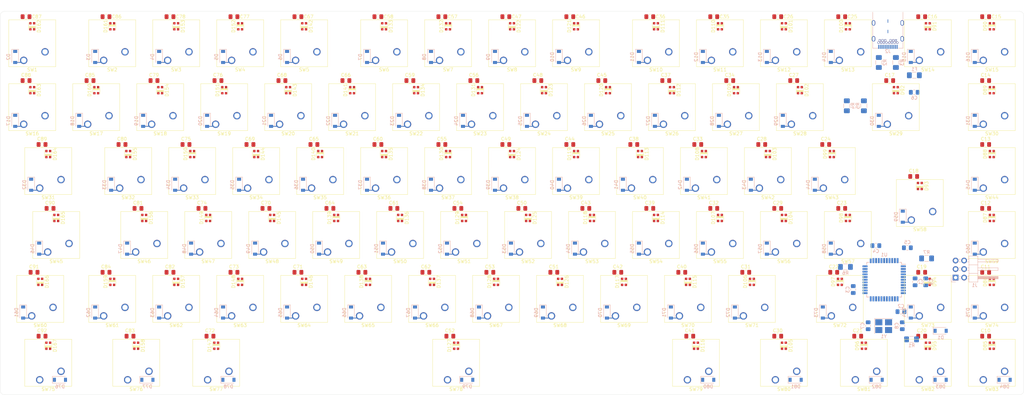
<source format=kicad_pcb>
(kicad_pcb (version 20171130) (host pcbnew 5.1.5+dfsg1-2build2)

  (general
    (thickness 1.6)
    (drawings 8)
    (tracks 148)
    (zones 0)
    (modules 354)
    (nets 216)
  )

  (page A3)
  (layers
    (0 F.Cu signal)
    (31 B.Cu signal)
    (32 B.Adhes user)
    (33 F.Adhes user)
    (34 B.Paste user)
    (35 F.Paste user)
    (36 B.SilkS user)
    (37 F.SilkS user)
    (38 B.Mask user)
    (39 F.Mask user)
    (40 Dwgs.User user)
    (41 Cmts.User user)
    (42 Eco1.User user)
    (43 Eco2.User user)
    (44 Edge.Cuts user)
    (45 Margin user)
    (46 B.CrtYd user)
    (47 F.CrtYd user)
    (48 B.Fab user)
    (49 F.Fab user)
  )

  (setup
    (last_trace_width 0.25)
    (trace_clearance 0.2)
    (zone_clearance 0.508)
    (zone_45_only no)
    (trace_min 0.2)
    (via_size 0.8)
    (via_drill 0.4)
    (via_min_size 0.6)
    (via_min_drill 0.3)
    (uvia_size 0.3)
    (uvia_drill 0.1)
    (uvias_allowed no)
    (uvia_min_size 0.2)
    (uvia_min_drill 0.1)
    (edge_width 0.05)
    (segment_width 0.2)
    (pcb_text_width 0.3)
    (pcb_text_size 1.5 1.5)
    (mod_edge_width 0.12)
    (mod_text_size 1 1)
    (mod_text_width 0.15)
    (pad_size 1.524 1.524)
    (pad_drill 0.762)
    (pad_to_mask_clearance 0.051)
    (solder_mask_min_width 0.25)
    (aux_axis_origin 0 0)
    (visible_elements FFFFF77F)
    (pcbplotparams
      (layerselection 0x010fc_ffffffff)
      (usegerberextensions false)
      (usegerberattributes false)
      (usegerberadvancedattributes false)
      (creategerberjobfile false)
      (excludeedgelayer true)
      (linewidth 0.100000)
      (plotframeref false)
      (viasonmask false)
      (mode 1)
      (useauxorigin false)
      (hpglpennumber 1)
      (hpglpenspeed 20)
      (hpglpendiameter 15.000000)
      (psnegative false)
      (psa4output false)
      (plotreference true)
      (plotvalue true)
      (plotinvisibletext false)
      (padsonsilk false)
      (subtractmaskfromsilk false)
      (outputformat 1)
      (mirror false)
      (drillshape 1)
      (scaleselection 1)
      (outputdirectory ""))
  )

  (net 0 "")
  (net 1 GND)
  (net 2 +5V)
  (net 3 "Net-(C7-Pad1)")
  (net 4 "Net-(C8-Pad2)")
  (net 5 "Net-(C9-Pad1)")
  (net 6 RST)
  (net 7 ROW0)
  (net 8 "Net-(D2-Pad2)")
  (net 9 "Net-(D3-Pad2)")
  (net 10 "Net-(D4-Pad2)")
  (net 11 "Net-(D5-Pad2)")
  (net 12 "Net-(D6-Pad2)")
  (net 13 "Net-(D7-Pad2)")
  (net 14 "Net-(D8-Pad2)")
  (net 15 "Net-(D9-Pad2)")
  (net 16 "Net-(D10-Pad2)")
  (net 17 "Net-(D11-Pad2)")
  (net 18 "Net-(D12-Pad2)")
  (net 19 "Net-(D13-Pad2)")
  (net 20 "Net-(D14-Pad2)")
  (net 21 "Net-(D15-Pad2)")
  (net 22 "Net-(D16-Pad2)")
  (net 23 ROW1)
  (net 24 "Net-(D17-Pad2)")
  (net 25 "Net-(D18-Pad2)")
  (net 26 "Net-(D19-Pad2)")
  (net 27 "Net-(D20-Pad2)")
  (net 28 "Net-(D21-Pad2)")
  (net 29 "Net-(D22-Pad2)")
  (net 30 "Net-(D23-Pad2)")
  (net 31 "Net-(D24-Pad2)")
  (net 32 "Net-(D25-Pad2)")
  (net 33 "Net-(D26-Pad2)")
  (net 34 "Net-(D27-Pad2)")
  (net 35 "Net-(D28-Pad2)")
  (net 36 "Net-(D29-Pad2)")
  (net 37 "Net-(D30-Pad2)")
  (net 38 "Net-(D31-Pad2)")
  (net 39 "Net-(D32-Pad2)")
  (net 40 ROW2)
  (net 41 "Net-(D33-Pad2)")
  (net 42 "Net-(D34-Pad2)")
  (net 43 "Net-(D35-Pad2)")
  (net 44 "Net-(D36-Pad2)")
  (net 45 "Net-(D37-Pad2)")
  (net 46 "Net-(D38-Pad2)")
  (net 47 "Net-(D39-Pad2)")
  (net 48 "Net-(D40-Pad2)")
  (net 49 "Net-(D41-Pad2)")
  (net 50 "Net-(D42-Pad2)")
  (net 51 "Net-(D43-Pad2)")
  (net 52 "Net-(D44-Pad2)")
  (net 53 "Net-(D45-Pad2)")
  (net 54 "Net-(D46-Pad2)")
  (net 55 ROW3)
  (net 56 "Net-(D47-Pad2)")
  (net 57 "Net-(D48-Pad2)")
  (net 58 "Net-(D49-Pad2)")
  (net 59 "Net-(D50-Pad2)")
  (net 60 "Net-(D51-Pad2)")
  (net 61 "Net-(D52-Pad2)")
  (net 62 "Net-(D53-Pad2)")
  (net 63 "Net-(D54-Pad2)")
  (net 64 "Net-(D55-Pad2)")
  (net 65 "Net-(D56-Pad2)")
  (net 66 "Net-(D57-Pad2)")
  (net 67 "Net-(D58-Pad2)")
  (net 68 "Net-(D59-Pad2)")
  (net 69 "Net-(D60-Pad2)")
  (net 70 ROW4)
  (net 71 "Net-(D61-Pad2)")
  (net 72 "Net-(D62-Pad2)")
  (net 73 "Net-(D63-Pad2)")
  (net 74 "Net-(D64-Pad2)")
  (net 75 "Net-(D65-Pad2)")
  (net 76 "Net-(D66-Pad2)")
  (net 77 "Net-(D67-Pad2)")
  (net 78 "Net-(D68-Pad2)")
  (net 79 "Net-(D69-Pad2)")
  (net 80 "Net-(D70-Pad2)")
  (net 81 "Net-(D71-Pad2)")
  (net 82 "Net-(D72-Pad2)")
  (net 83 "Net-(D73-Pad2)")
  (net 84 "Net-(D74-Pad2)")
  (net 85 "Net-(D75-Pad2)")
  (net 86 ROW5)
  (net 87 "Net-(D76-Pad2)")
  (net 88 "Net-(D77-Pad2)")
  (net 89 "Net-(D78-Pad2)")
  (net 90 "Net-(D79-Pad2)")
  (net 91 "Net-(D80-Pad2)")
  (net 92 "Net-(D81-Pad2)")
  (net 93 "Net-(D82-Pad2)")
  (net 94 "Net-(D83-Pad2)")
  (net 95 "Net-(D84-Pad2)")
  (net 96 "Net-(D85-Pad2)")
  (net 97 DIN)
  (net 98 "Net-(D86-Pad2)")
  (net 99 "Net-(D87-Pad2)")
  (net 100 "Net-(D88-Pad2)")
  (net 101 "Net-(D89-Pad2)")
  (net 102 "Net-(D90-Pad2)")
  (net 103 "Net-(D91-Pad2)")
  (net 104 "Net-(D92-Pad2)")
  (net 105 "Net-(D93-Pad2)")
  (net 106 "Net-(D94-Pad2)")
  (net 107 "Net-(D95-Pad2)")
  (net 108 "Net-(D96-Pad2)")
  (net 109 "Net-(D97-Pad2)")
  (net 110 "Net-(D98-Pad2)")
  (net 111 "Net-(D100-Pad4)")
  (net 112 "Net-(D100-Pad2)")
  (net 113 "Net-(D101-Pad2)")
  (net 114 "Net-(D102-Pad2)")
  (net 115 "Net-(D103-Pad2)")
  (net 116 "Net-(D104-Pad2)")
  (net 117 "Net-(D105-Pad2)")
  (net 118 "Net-(D106-Pad2)")
  (net 119 "Net-(D107-Pad2)")
  (net 120 "Net-(D108-Pad2)")
  (net 121 "Net-(D109-Pad2)")
  (net 122 "Net-(D110-Pad2)")
  (net 123 "Net-(D111-Pad2)")
  (net 124 "Net-(D112-Pad2)")
  (net 125 "Net-(D113-Pad2)")
  (net 126 "Net-(D114-Pad2)")
  (net 127 "Net-(D115-Pad2)")
  (net 128 "Net-(D116-Pad2)")
  (net 129 "Net-(D117-Pad2)")
  (net 130 "Net-(D118-Pad2)")
  (net 131 "Net-(D119-Pad2)")
  (net 132 "Net-(D120-Pad2)")
  (net 133 "Net-(D121-Pad2)")
  (net 134 "Net-(D122-Pad2)")
  (net 135 "Net-(D123-Pad2)")
  (net 136 "Net-(D124-Pad2)")
  (net 137 "Net-(D125-Pad2)")
  (net 138 "Net-(D126-Pad2)")
  (net 139 "Net-(D127-Pad2)")
  (net 140 "Net-(D128-Pad2)")
  (net 141 "Net-(D129-Pad2)")
  (net 142 "Net-(D130-Pad2)")
  (net 143 "Net-(D131-Pad2)")
  (net 144 "Net-(D132-Pad2)")
  (net 145 "Net-(D133-Pad2)")
  (net 146 "Net-(D134-Pad2)")
  (net 147 "Net-(D135-Pad2)")
  (net 148 "Net-(D136-Pad2)")
  (net 149 "Net-(D137-Pad2)")
  (net 150 "Net-(D138-Pad2)")
  (net 151 "Net-(D139-Pad2)")
  (net 152 "Net-(D140-Pad2)")
  (net 153 "Net-(D141-Pad2)")
  (net 154 "Net-(D142-Pad2)")
  (net 155 "Net-(D143-Pad2)")
  (net 156 "Net-(D144-Pad2)")
  (net 157 "Net-(D145-Pad2)")
  (net 158 "Net-(D146-Pad2)")
  (net 159 "Net-(D147-Pad2)")
  (net 160 "Net-(D148-Pad2)")
  (net 161 "Net-(D149-Pad2)")
  (net 162 "Net-(D150-Pad2)")
  (net 163 "Net-(D151-Pad2)")
  (net 164 "Net-(D152-Pad2)")
  (net 165 "Net-(D153-Pad2)")
  (net 166 "Net-(D154-Pad2)")
  (net 167 "Net-(D155-Pad2)")
  (net 168 "Net-(D156-Pad2)")
  (net 169 "Net-(D157-Pad2)")
  (net 170 "Net-(D158-Pad2)")
  (net 171 "Net-(D159-Pad2)")
  (net 172 "Net-(D160-Pad2)")
  (net 173 "Net-(D161-Pad2)")
  (net 174 "Net-(D162-Pad2)")
  (net 175 "Net-(D163-Pad2)")
  (net 176 "Net-(D164-Pad2)")
  (net 177 "Net-(D165-Pad2)")
  (net 178 "Net-(D166-Pad2)")
  (net 179 "Net-(D167-Pad2)")
  (net 180 "Net-(F1-Pad2)")
  (net 181 COL02)
  (net 182 COL00)
  (net 183 COL01)
  (net 184 "Net-(J2-PadA11)")
  (net 185 "Net-(J2-PadA10)")
  (net 186 "Net-(J2-PadA8)")
  (net 187 D-)
  (net 188 D+)
  (net 189 "Net-(J2-PadA5)")
  (net 190 "Net-(J2-PadA3)")
  (net 191 "Net-(J2-PadA2)")
  (net 192 "Net-(J2-PadB10)")
  (net 193 "Net-(J2-PadB3)")
  (net 194 "Net-(J2-PadB8)")
  (net 195 "Net-(J2-PadB5)")
  (net 196 "Net-(J2-PadB2)")
  (net 197 "Net-(J2-PadB11)")
  (net 198 "Net-(R6-Pad2)")
  (net 199 COL03)
  (net 200 COL04)
  (net 201 COL06)
  (net 202 COL07)
  (net 203 COL08)
  (net 204 COL09)
  (net 205 COL10)
  (net 206 COL11)
  (net 207 COL12)
  (net 208 COL13)
  (net 209 COL14)
  (net 210 COL15)
  (net 211 COL05)
  (net 212 "Net-(U1-Pad1)")
  (net 213 "Net-(U1-Pad8)")
  (net 214 "Net-(U1-Pad42)")
  (net 215 "Net-(R7-Pad2)")

  (net_class Default "Dies ist die voreingestellte Netzklasse."
    (clearance 0.2)
    (trace_width 0.25)
    (via_dia 0.8)
    (via_drill 0.4)
    (uvia_dia 0.3)
    (uvia_drill 0.1)
    (add_net +5V)
    (add_net COL00)
    (add_net COL01)
    (add_net COL02)
    (add_net COL03)
    (add_net COL04)
    (add_net COL05)
    (add_net COL06)
    (add_net COL07)
    (add_net COL08)
    (add_net COL09)
    (add_net COL10)
    (add_net COL11)
    (add_net COL12)
    (add_net COL13)
    (add_net COL14)
    (add_net COL15)
    (add_net D+)
    (add_net D-)
    (add_net DIN)
    (add_net GND)
    (add_net "Net-(C7-Pad1)")
    (add_net "Net-(C8-Pad2)")
    (add_net "Net-(C9-Pad1)")
    (add_net "Net-(D10-Pad2)")
    (add_net "Net-(D100-Pad2)")
    (add_net "Net-(D100-Pad4)")
    (add_net "Net-(D101-Pad2)")
    (add_net "Net-(D102-Pad2)")
    (add_net "Net-(D103-Pad2)")
    (add_net "Net-(D104-Pad2)")
    (add_net "Net-(D105-Pad2)")
    (add_net "Net-(D106-Pad2)")
    (add_net "Net-(D107-Pad2)")
    (add_net "Net-(D108-Pad2)")
    (add_net "Net-(D109-Pad2)")
    (add_net "Net-(D11-Pad2)")
    (add_net "Net-(D110-Pad2)")
    (add_net "Net-(D111-Pad2)")
    (add_net "Net-(D112-Pad2)")
    (add_net "Net-(D113-Pad2)")
    (add_net "Net-(D114-Pad2)")
    (add_net "Net-(D115-Pad2)")
    (add_net "Net-(D116-Pad2)")
    (add_net "Net-(D117-Pad2)")
    (add_net "Net-(D118-Pad2)")
    (add_net "Net-(D119-Pad2)")
    (add_net "Net-(D12-Pad2)")
    (add_net "Net-(D120-Pad2)")
    (add_net "Net-(D121-Pad2)")
    (add_net "Net-(D122-Pad2)")
    (add_net "Net-(D123-Pad2)")
    (add_net "Net-(D124-Pad2)")
    (add_net "Net-(D125-Pad2)")
    (add_net "Net-(D126-Pad2)")
    (add_net "Net-(D127-Pad2)")
    (add_net "Net-(D128-Pad2)")
    (add_net "Net-(D129-Pad2)")
    (add_net "Net-(D13-Pad2)")
    (add_net "Net-(D130-Pad2)")
    (add_net "Net-(D131-Pad2)")
    (add_net "Net-(D132-Pad2)")
    (add_net "Net-(D133-Pad2)")
    (add_net "Net-(D134-Pad2)")
    (add_net "Net-(D135-Pad2)")
    (add_net "Net-(D136-Pad2)")
    (add_net "Net-(D137-Pad2)")
    (add_net "Net-(D138-Pad2)")
    (add_net "Net-(D139-Pad2)")
    (add_net "Net-(D14-Pad2)")
    (add_net "Net-(D140-Pad2)")
    (add_net "Net-(D141-Pad2)")
    (add_net "Net-(D142-Pad2)")
    (add_net "Net-(D143-Pad2)")
    (add_net "Net-(D144-Pad2)")
    (add_net "Net-(D145-Pad2)")
    (add_net "Net-(D146-Pad2)")
    (add_net "Net-(D147-Pad2)")
    (add_net "Net-(D148-Pad2)")
    (add_net "Net-(D149-Pad2)")
    (add_net "Net-(D15-Pad2)")
    (add_net "Net-(D150-Pad2)")
    (add_net "Net-(D151-Pad2)")
    (add_net "Net-(D152-Pad2)")
    (add_net "Net-(D153-Pad2)")
    (add_net "Net-(D154-Pad2)")
    (add_net "Net-(D155-Pad2)")
    (add_net "Net-(D156-Pad2)")
    (add_net "Net-(D157-Pad2)")
    (add_net "Net-(D158-Pad2)")
    (add_net "Net-(D159-Pad2)")
    (add_net "Net-(D16-Pad2)")
    (add_net "Net-(D160-Pad2)")
    (add_net "Net-(D161-Pad2)")
    (add_net "Net-(D162-Pad2)")
    (add_net "Net-(D163-Pad2)")
    (add_net "Net-(D164-Pad2)")
    (add_net "Net-(D165-Pad2)")
    (add_net "Net-(D166-Pad2)")
    (add_net "Net-(D167-Pad2)")
    (add_net "Net-(D17-Pad2)")
    (add_net "Net-(D18-Pad2)")
    (add_net "Net-(D19-Pad2)")
    (add_net "Net-(D2-Pad2)")
    (add_net "Net-(D20-Pad2)")
    (add_net "Net-(D21-Pad2)")
    (add_net "Net-(D22-Pad2)")
    (add_net "Net-(D23-Pad2)")
    (add_net "Net-(D24-Pad2)")
    (add_net "Net-(D25-Pad2)")
    (add_net "Net-(D26-Pad2)")
    (add_net "Net-(D27-Pad2)")
    (add_net "Net-(D28-Pad2)")
    (add_net "Net-(D29-Pad2)")
    (add_net "Net-(D3-Pad2)")
    (add_net "Net-(D30-Pad2)")
    (add_net "Net-(D31-Pad2)")
    (add_net "Net-(D32-Pad2)")
    (add_net "Net-(D33-Pad2)")
    (add_net "Net-(D34-Pad2)")
    (add_net "Net-(D35-Pad2)")
    (add_net "Net-(D36-Pad2)")
    (add_net "Net-(D37-Pad2)")
    (add_net "Net-(D38-Pad2)")
    (add_net "Net-(D39-Pad2)")
    (add_net "Net-(D4-Pad2)")
    (add_net "Net-(D40-Pad2)")
    (add_net "Net-(D41-Pad2)")
    (add_net "Net-(D42-Pad2)")
    (add_net "Net-(D43-Pad2)")
    (add_net "Net-(D44-Pad2)")
    (add_net "Net-(D45-Pad2)")
    (add_net "Net-(D46-Pad2)")
    (add_net "Net-(D47-Pad2)")
    (add_net "Net-(D48-Pad2)")
    (add_net "Net-(D49-Pad2)")
    (add_net "Net-(D5-Pad2)")
    (add_net "Net-(D50-Pad2)")
    (add_net "Net-(D51-Pad2)")
    (add_net "Net-(D52-Pad2)")
    (add_net "Net-(D53-Pad2)")
    (add_net "Net-(D54-Pad2)")
    (add_net "Net-(D55-Pad2)")
    (add_net "Net-(D56-Pad2)")
    (add_net "Net-(D57-Pad2)")
    (add_net "Net-(D58-Pad2)")
    (add_net "Net-(D59-Pad2)")
    (add_net "Net-(D6-Pad2)")
    (add_net "Net-(D60-Pad2)")
    (add_net "Net-(D61-Pad2)")
    (add_net "Net-(D62-Pad2)")
    (add_net "Net-(D63-Pad2)")
    (add_net "Net-(D64-Pad2)")
    (add_net "Net-(D65-Pad2)")
    (add_net "Net-(D66-Pad2)")
    (add_net "Net-(D67-Pad2)")
    (add_net "Net-(D68-Pad2)")
    (add_net "Net-(D69-Pad2)")
    (add_net "Net-(D7-Pad2)")
    (add_net "Net-(D70-Pad2)")
    (add_net "Net-(D71-Pad2)")
    (add_net "Net-(D72-Pad2)")
    (add_net "Net-(D73-Pad2)")
    (add_net "Net-(D74-Pad2)")
    (add_net "Net-(D75-Pad2)")
    (add_net "Net-(D76-Pad2)")
    (add_net "Net-(D77-Pad2)")
    (add_net "Net-(D78-Pad2)")
    (add_net "Net-(D79-Pad2)")
    (add_net "Net-(D8-Pad2)")
    (add_net "Net-(D80-Pad2)")
    (add_net "Net-(D81-Pad2)")
    (add_net "Net-(D82-Pad2)")
    (add_net "Net-(D83-Pad2)")
    (add_net "Net-(D84-Pad2)")
    (add_net "Net-(D85-Pad2)")
    (add_net "Net-(D86-Pad2)")
    (add_net "Net-(D87-Pad2)")
    (add_net "Net-(D88-Pad2)")
    (add_net "Net-(D89-Pad2)")
    (add_net "Net-(D9-Pad2)")
    (add_net "Net-(D90-Pad2)")
    (add_net "Net-(D91-Pad2)")
    (add_net "Net-(D92-Pad2)")
    (add_net "Net-(D93-Pad2)")
    (add_net "Net-(D94-Pad2)")
    (add_net "Net-(D95-Pad2)")
    (add_net "Net-(D96-Pad2)")
    (add_net "Net-(D97-Pad2)")
    (add_net "Net-(D98-Pad2)")
    (add_net "Net-(F1-Pad2)")
    (add_net "Net-(J2-PadA10)")
    (add_net "Net-(J2-PadA11)")
    (add_net "Net-(J2-PadA2)")
    (add_net "Net-(J2-PadA3)")
    (add_net "Net-(J2-PadA5)")
    (add_net "Net-(J2-PadA8)")
    (add_net "Net-(J2-PadB10)")
    (add_net "Net-(J2-PadB11)")
    (add_net "Net-(J2-PadB2)")
    (add_net "Net-(J2-PadB3)")
    (add_net "Net-(J2-PadB5)")
    (add_net "Net-(J2-PadB8)")
    (add_net "Net-(R6-Pad2)")
    (add_net "Net-(R7-Pad2)")
    (add_net "Net-(U1-Pad1)")
    (add_net "Net-(U1-Pad42)")
    (add_net "Net-(U1-Pad8)")
    (add_net ROW0)
    (add_net ROW1)
    (add_net ROW2)
    (add_net ROW3)
    (add_net ROW4)
    (add_net ROW5)
    (add_net RST)
  )

  (module kezboard-pcb:USB_C_Receptacle_Stewart_SS-52400-003 (layer B.Cu) (tedit 5F26DA6C) (tstamp 5F15FEC3)
    (at 302.41875 38.1)
    (descr https://belfuse.com/resources/drawings/stewartconnector/dr-stw-ss-52400-003.pdf)
    (path /5EFFEB48)
    (fp_text reference J2 (at 0 11.9) (layer B.SilkS)
      (effects (font (size 1 1) (thickness 0.15)) (justify mirror))
    )
    (fp_text value USB_C_Receptacle (at 0 -2.54) (layer B.Fab)
      (effects (font (size 1 1) (thickness 0.15)) (justify mirror))
    )
    (fp_line (start -4.49 2.55) (end -4.49 0.21) (layer B.SilkS) (width 0.12))
    (fp_line (start 4.49 0.21) (end 4.49 2.55) (layer B.SilkS) (width 0.12))
    (fp_line (start 4.49 9) (end 4.49 11) (layer B.SilkS) (width 0.12))
    (fp_text user %R (at 0 4.52) (layer B.Fab)
      (effects (font (size 1 1) (thickness 0.15)) (justify mirror))
    )
    (fp_line (start -5.08 11.43) (end 5.08 11.43) (layer B.CrtYd) (width 0.05))
    (fp_line (start -5.08 -1.27) (end 5.08 -1.27) (layer B.CrtYd) (width 0.05))
    (fp_line (start -2 0) (end 2 0) (layer Dwgs.User) (width 0.1))
    (fp_line (start 4.37 -0.95) (end 4.37 10.88) (layer B.Fab) (width 0.1))
    (fp_line (start 4.37 10.88) (end -4.37 10.88) (layer B.Fab) (width 0.1))
    (fp_line (start -4.37 10.88) (end -4.37 -0.95) (layer B.Fab) (width 0.1))
    (fp_text user "PCB Edge" (at 0 0.5) (layer Dwgs.User)
      (effects (font (size 0.5 0.5) (thickness 0.1)))
    )
    (fp_line (start -4.37 -0.95) (end 4.37 -0.95) (layer B.Fab) (width 0.1))
    (fp_line (start 5.08 -1.27) (end 5.08 11.43) (layer B.CrtYd) (width 0.05))
    (fp_line (start -5.08 11.43) (end -5.08 -1.27) (layer B.CrtYd) (width 0.05))
    (fp_line (start -3 11) (end -4.49 11) (layer B.SilkS) (width 0.12))
    (fp_line (start -4.49 11) (end -4.49 9) (layer B.SilkS) (width 0.12))
    (fp_line (start 4.49 11) (end 3 11) (layer B.SilkS) (width 0.12))
    (fp_line (start -4.49 7.35) (end -4.49 4.35) (layer B.SilkS) (width 0.12))
    (fp_line (start 4.49 4.35) (end 4.49 7.35) (layer B.SilkS) (width 0.12))
    (pad B11 thru_hole circle (at -2.4 8.62) (size 0.65 0.65) (drill 0.4) (layers *.Cu *.Mask)
      (net 197 "Net-(J2-PadB11)"))
    (pad B2 thru_hole circle (at 2.4 8.62) (size 0.65 0.65) (drill 0.4) (layers *.Cu *.Mask)
      (net 196 "Net-(J2-PadB2)"))
    (pad B12 thru_hole circle (at -2.8 9.33) (size 0.65 0.65) (drill 0.4) (layers *.Cu *.Mask)
      (net 1 GND))
    (pad B5 thru_hole circle (at 0.8 8.62) (size 0.65 0.65) (drill 0.4) (layers *.Cu *.Mask)
      (net 195 "Net-(J2-PadB5)"))
    (pad B8 thru_hole circle (at -0.8 8.62) (size 0.65 0.65) (drill 0.4) (layers *.Cu *.Mask)
      (net 194 "Net-(J2-PadB8)"))
    (pad B3 thru_hole circle (at 1.6 8.62) (size 0.65 0.65) (drill 0.4) (layers *.Cu *.Mask)
      (net 193 "Net-(J2-PadB3)"))
    (pad B10 thru_hole circle (at -1.6 8.62) (size 0.65 0.65) (drill 0.4) (layers *.Cu *.Mask)
      (net 192 "Net-(J2-PadB10)"))
    (pad B1 thru_hole circle (at 2.8 9.33) (size 0.65 0.65) (drill 0.4) (layers *.Cu *.Mask)
      (net 1 GND))
    (pad S1 thru_hole circle (at -2 9.33) (size 0.65 0.65) (drill 0.4) (layers *.Cu *.Mask)
      (net 1 GND))
    (pad S1 thru_hole circle (at 2 9.33) (size 0.65 0.65) (drill 0.4) (layers *.Cu *.Mask)
      (net 1 GND))
    (pad B9 thru_hole circle (at -1.2 9.33) (size 0.65 0.65) (drill 0.4) (layers *.Cu *.Mask)
      (net 180 "Net-(F1-Pad2)"))
    (pad B4 thru_hole circle (at 1.2 9.33) (size 0.65 0.65) (drill 0.4) (layers *.Cu *.Mask)
      (net 180 "Net-(F1-Pad2)"))
    (pad B7 thru_hole circle (at -0.4 9.33) (size 0.65 0.65) (drill 0.4) (layers *.Cu *.Mask)
      (net 187 D-))
    (pad B6 thru_hole circle (at 0.4 9.33) (size 0.65 0.65) (drill 0.4) (layers *.Cu *.Mask)
      (net 188 D+))
    (pad S1 smd rect (at 0 6) (size 0.2 1) (layers B.Cu B.Paste B.Mask)
      (net 1 GND))
    (pad S1 smd rect (at 0 2.9) (size 0.2 1) (layers B.Cu B.Paste B.Mask)
      (net 1 GND))
    (pad S1 thru_hole oval (at 4.27 8.18) (size 1 1.6) (drill oval 0.6 1.2) (layers *.Cu *.Mask)
      (net 1 GND))
    (pad S1 thru_hole oval (at -4.27 8.18) (size 1 1.6) (drill oval 0.6 1.2) (layers *.Cu *.Mask)
      (net 1 GND))
    (pad S1 thru_hole oval (at -4.27 3.45) (size 1 1.6) (drill oval 0.6 1.2) (layers *.Cu *.Mask)
      (net 1 GND))
    (pad S1 thru_hole oval (at 4.27 3.45) (size 1 1.6) (drill oval 0.6 1.2) (layers *.Cu *.Mask)
      (net 1 GND))
    (pad A1 smd rect (at -2.75 10.58) (size 0.3 1.2) (layers B.Cu B.Paste B.Mask)
      (net 1 GND))
    (pad A2 smd rect (at -2.25 10.58) (size 0.3 1.2) (layers B.Cu B.Paste B.Mask)
      (net 191 "Net-(J2-PadA2)"))
    (pad A3 smd rect (at -1.75 10.58) (size 0.3 1.2) (layers B.Cu B.Paste B.Mask)
      (net 190 "Net-(J2-PadA3)"))
    (pad A4 smd rect (at -1.25 10.58) (size 0.3 1.2) (layers B.Cu B.Paste B.Mask)
      (net 180 "Net-(F1-Pad2)"))
    (pad A5 smd rect (at -0.75 10.58) (size 0.3 1.2) (layers B.Cu B.Paste B.Mask)
      (net 189 "Net-(J2-PadA5)"))
    (pad A6 smd rect (at -0.25 10.58) (size 0.3 1.2) (layers B.Cu B.Paste B.Mask)
      (net 188 D+))
    (pad A7 smd rect (at 0.25 10.58) (size 0.3 1.2) (layers B.Cu B.Paste B.Mask)
      (net 187 D-))
    (pad A8 smd rect (at 0.75 10.58) (size 0.3 1.2) (layers B.Cu B.Paste B.Mask)
      (net 186 "Net-(J2-PadA8)"))
    (pad A9 smd rect (at 1.25 10.58) (size 0.3 1.2) (layers B.Cu B.Paste B.Mask)
      (net 180 "Net-(F1-Pad2)"))
    (pad A10 smd rect (at 1.75 10.58) (size 0.3 1.2) (layers B.Cu B.Paste B.Mask)
      (net 185 "Net-(J2-PadA10)"))
    (pad A11 smd rect (at 2.25 10.58) (size 0.3 1.2) (layers B.Cu B.Paste B.Mask)
      (net 184 "Net-(J2-PadA11)"))
    (pad A12 smd rect (at 2.75 10.58) (size 0.3 1.2) (layers B.Cu B.Paste B.Mask)
      (net 1 GND))
  )

  (module Resistor_SMD:R_1206_3216Metric_Pad1.42x1.75mm_HandSolder (layer B.Cu) (tedit 5B301BBD) (tstamp 5F26397F)
    (at 313.944 111.76 180)
    (descr "Resistor SMD 1206 (3216 Metric), square (rectangular) end terminal, IPC_7351 nominal with elongated pad for handsoldering. (Body size source: http://www.tortai-tech.com/upload/download/2011102023233369053.pdf), generated with kicad-footprint-generator")
    (tags "resistor handsolder")
    (path /5F259898)
    (attr smd)
    (fp_text reference R7 (at 0 1.82) (layer B.SilkS)
      (effects (font (size 1 1) (thickness 0.15)) (justify mirror))
    )
    (fp_text value 470 (at 0 -1.82) (layer B.Fab)
      (effects (font (size 1 1) (thickness 0.15)) (justify mirror))
    )
    (fp_text user %R (at 0 0) (layer B.Fab)
      (effects (font (size 0.8 0.8) (thickness 0.12)) (justify mirror))
    )
    (fp_line (start 2.45 -1.12) (end -2.45 -1.12) (layer B.CrtYd) (width 0.05))
    (fp_line (start 2.45 1.12) (end 2.45 -1.12) (layer B.CrtYd) (width 0.05))
    (fp_line (start -2.45 1.12) (end 2.45 1.12) (layer B.CrtYd) (width 0.05))
    (fp_line (start -2.45 -1.12) (end -2.45 1.12) (layer B.CrtYd) (width 0.05))
    (fp_line (start -0.602064 -0.91) (end 0.602064 -0.91) (layer B.SilkS) (width 0.12))
    (fp_line (start -0.602064 0.91) (end 0.602064 0.91) (layer B.SilkS) (width 0.12))
    (fp_line (start 1.6 -0.8) (end -1.6 -0.8) (layer B.Fab) (width 0.1))
    (fp_line (start 1.6 0.8) (end 1.6 -0.8) (layer B.Fab) (width 0.1))
    (fp_line (start -1.6 0.8) (end 1.6 0.8) (layer B.Fab) (width 0.1))
    (fp_line (start -1.6 -0.8) (end -1.6 0.8) (layer B.Fab) (width 0.1))
    (pad 2 smd roundrect (at 1.4875 0 180) (size 1.425 1.75) (layers B.Cu B.Paste B.Mask) (roundrect_rratio 0.175439)
      (net 215 "Net-(R7-Pad2)"))
    (pad 1 smd roundrect (at -1.4875 0 180) (size 1.425 1.75) (layers B.Cu B.Paste B.Mask) (roundrect_rratio 0.175439)
      (net 97 DIN))
    (model ${KISYS3DMOD}/Resistor_SMD.3dshapes/R_1206_3216Metric.wrl
      (at (xyz 0 0 0))
      (scale (xyz 1 1 1))
      (rotate (xyz 0 0 0))
    )
  )

  (module kezboard-pcb:LED_WS2812_2020 (layer F.Cu) (tedit 5F1C4B34) (tstamp 5F1B709E)
    (at 333.375 137.795 90)
    (descr https://www.peace-corp.co.jp/data/WS2812-2020_V1.0_EN.pdf)
    (path /5F949B9C/5F9E7A8D)
    (fp_text reference D85 (at 0 -2 90) (layer F.SilkS)
      (effects (font (size 1 1) (thickness 0.15)))
    )
    (fp_text value WS2812B (at 0 2 90) (layer F.Fab)
      (effects (font (size 1 1) (thickness 0.15)))
    )
    (fp_line (start -1.1 -1) (end 1.1 -1) (layer F.Fab) (width 0.1))
    (fp_line (start 1.1 -1) (end 1.1 1) (layer F.Fab) (width 0.1))
    (fp_line (start 1.1 1) (end -1.1 1) (layer F.Fab) (width 0.1))
    (fp_line (start -1.1 1) (end -1.1 -1) (layer F.Fab) (width 0.1))
    (fp_text user %R (at 0 0 90) (layer F.Fab)
      (effects (font (size 0.5 0.5) (thickness 0.1)))
    )
    (fp_line (start -1.1 -1.11) (end 1.1 -1.11) (layer F.SilkS) (width 0.12))
    (fp_line (start 1.1 1.11) (end -1.1 1.11) (layer F.SilkS) (width 0.12))
    (fp_poly (pts (xy 0.45 0.9) (xy 0.05 0.9) (xy 0.05 -0.9) (xy 0.45 -0.9)) (layer F.SilkS) (width 0.1))
    (pad 2 smd rect (at 0.9015 0.55 90) (size 0.7 0.7) (layers F.Cu F.Paste F.Mask)
      (net 96 "Net-(D85-Pad2)"))
    (pad 3 smd rect (at 0.9015 -0.55 90) (size 0.7 0.7) (layers F.Cu F.Paste F.Mask)
      (net 1 GND))
    (pad 4 smd rect (at -0.9015 -0.55 90) (size 0.7 0.7) (layers F.Cu F.Paste F.Mask)
      (net 97 DIN))
    (pad 1 smd rect (at -0.9015 0.55 90) (size 0.7 0.7) (layers F.Cu F.Paste F.Mask)
      (net 2 +5V))
  )

  (module kezboard-pcb:LED_WS2812_2020 (layer F.Cu) (tedit 5F1C4B34) (tstamp 5F15F975)
    (at 333.375 118.745 90)
    (descr https://www.peace-corp.co.jp/data/WS2812-2020_V1.0_EN.pdf)
    (path /5F949B9C/5FD3F1F5)
    (fp_text reference D86 (at 0 -2 90) (layer F.SilkS)
      (effects (font (size 1 1) (thickness 0.15)))
    )
    (fp_text value WS2812B (at 0 2 90) (layer F.Fab)
      (effects (font (size 1 1) (thickness 0.15)))
    )
    (fp_poly (pts (xy 0.45 0.9) (xy 0.05 0.9) (xy 0.05 -0.9) (xy 0.45 -0.9)) (layer F.SilkS) (width 0.1))
    (fp_line (start 1.1 1.11) (end -1.1 1.11) (layer F.SilkS) (width 0.12))
    (fp_line (start -1.1 -1.11) (end 1.1 -1.11) (layer F.SilkS) (width 0.12))
    (fp_text user %R (at 0 0 90) (layer F.Fab)
      (effects (font (size 0.5 0.5) (thickness 0.1)))
    )
    (fp_line (start -1.1 1) (end -1.1 -1) (layer F.Fab) (width 0.1))
    (fp_line (start 1.1 1) (end -1.1 1) (layer F.Fab) (width 0.1))
    (fp_line (start 1.1 -1) (end 1.1 1) (layer F.Fab) (width 0.1))
    (fp_line (start -1.1 -1) (end 1.1 -1) (layer F.Fab) (width 0.1))
    (pad 1 smd rect (at -0.9015 0.55 90) (size 0.7 0.7) (layers F.Cu F.Paste F.Mask)
      (net 2 +5V))
    (pad 4 smd rect (at -0.9015 -0.55 90) (size 0.7 0.7) (layers F.Cu F.Paste F.Mask)
      (net 96 "Net-(D85-Pad2)"))
    (pad 3 smd rect (at 0.9015 -0.55 90) (size 0.7 0.7) (layers F.Cu F.Paste F.Mask)
      (net 1 GND))
    (pad 2 smd rect (at 0.9015 0.55 90) (size 0.7 0.7) (layers F.Cu F.Paste F.Mask)
      (net 98 "Net-(D86-Pad2)"))
  )

  (module kezboard-pcb:LED_WS2812_2020 (layer F.Cu) (tedit 5F1C4B34) (tstamp 5F1B738A)
    (at 333.375 99.695 90)
    (descr https://www.peace-corp.co.jp/data/WS2812-2020_V1.0_EN.pdf)
    (path /5F949B9C/5FD40FA8)
    (fp_text reference D87 (at 0 -2 90) (layer F.SilkS)
      (effects (font (size 1 1) (thickness 0.15)))
    )
    (fp_text value WS2812B (at 0 2 90) (layer F.Fab)
      (effects (font (size 1 1) (thickness 0.15)))
    )
    (fp_poly (pts (xy 0.45 0.9) (xy 0.05 0.9) (xy 0.05 -0.9) (xy 0.45 -0.9)) (layer F.SilkS) (width 0.1))
    (fp_line (start 1.1 1.11) (end -1.1 1.11) (layer F.SilkS) (width 0.12))
    (fp_line (start -1.1 -1.11) (end 1.1 -1.11) (layer F.SilkS) (width 0.12))
    (fp_text user %R (at 0 0 90) (layer F.Fab)
      (effects (font (size 0.5 0.5) (thickness 0.1)))
    )
    (fp_line (start -1.1 1) (end -1.1 -1) (layer F.Fab) (width 0.1))
    (fp_line (start 1.1 1) (end -1.1 1) (layer F.Fab) (width 0.1))
    (fp_line (start 1.1 -1) (end 1.1 1) (layer F.Fab) (width 0.1))
    (fp_line (start -1.1 -1) (end 1.1 -1) (layer F.Fab) (width 0.1))
    (pad 1 smd rect (at -0.9015 0.55 90) (size 0.7 0.7) (layers F.Cu F.Paste F.Mask)
      (net 2 +5V))
    (pad 4 smd rect (at -0.9015 -0.55 90) (size 0.7 0.7) (layers F.Cu F.Paste F.Mask)
      (net 98 "Net-(D86-Pad2)"))
    (pad 3 smd rect (at 0.9015 -0.55 90) (size 0.7 0.7) (layers F.Cu F.Paste F.Mask)
      (net 1 GND))
    (pad 2 smd rect (at 0.9015 0.55 90) (size 0.7 0.7) (layers F.Cu F.Paste F.Mask)
      (net 99 "Net-(D87-Pad2)"))
  )

  (module kezboard-pcb:LED_WS2812_2020 (layer F.Cu) (tedit 5F1C4B34) (tstamp 5F25A25B)
    (at 333.375 80.645 90)
    (descr https://www.peace-corp.co.jp/data/WS2812-2020_V1.0_EN.pdf)
    (path /5F949B9C/5FD423CF)
    (fp_text reference D88 (at 0 -2 90) (layer F.SilkS)
      (effects (font (size 1 1) (thickness 0.15)))
    )
    (fp_text value WS2812B (at 0 2 90) (layer F.Fab)
      (effects (font (size 1 1) (thickness 0.15)))
    )
    (fp_poly (pts (xy 0.45 0.9) (xy 0.05 0.9) (xy 0.05 -0.9) (xy 0.45 -0.9)) (layer F.SilkS) (width 0.1))
    (fp_line (start 1.1 1.11) (end -1.1 1.11) (layer F.SilkS) (width 0.12))
    (fp_line (start -1.1 -1.11) (end 1.1 -1.11) (layer F.SilkS) (width 0.12))
    (fp_text user %R (at 0 0 90) (layer F.Fab)
      (effects (font (size 0.5 0.5) (thickness 0.1)))
    )
    (fp_line (start -1.1 1) (end -1.1 -1) (layer F.Fab) (width 0.1))
    (fp_line (start 1.1 1) (end -1.1 1) (layer F.Fab) (width 0.1))
    (fp_line (start 1.1 -1) (end 1.1 1) (layer F.Fab) (width 0.1))
    (fp_line (start -1.1 -1) (end 1.1 -1) (layer F.Fab) (width 0.1))
    (pad 1 smd rect (at -0.9015 0.55 90) (size 0.7 0.7) (layers F.Cu F.Paste F.Mask)
      (net 2 +5V))
    (pad 4 smd rect (at -0.9015 -0.55 90) (size 0.7 0.7) (layers F.Cu F.Paste F.Mask)
      (net 99 "Net-(D87-Pad2)"))
    (pad 3 smd rect (at 0.9015 -0.55 90) (size 0.7 0.7) (layers F.Cu F.Paste F.Mask)
      (net 1 GND))
    (pad 2 smd rect (at 0.9015 0.55 90) (size 0.7 0.7) (layers F.Cu F.Paste F.Mask)
      (net 100 "Net-(D88-Pad2)"))
  )

  (module kezboard-pcb:LED_WS2812_2020 (layer F.Cu) (tedit 5F1C4B34) (tstamp 5F15F9A2)
    (at 333.375 61.595 90)
    (descr https://www.peace-corp.co.jp/data/WS2812-2020_V1.0_EN.pdf)
    (path /5F949B9C/5FD43994)
    (fp_text reference D89 (at 0 -2 90) (layer F.SilkS)
      (effects (font (size 1 1) (thickness 0.15)))
    )
    (fp_text value WS2812B (at 0 2 90) (layer F.Fab)
      (effects (font (size 1 1) (thickness 0.15)))
    )
    (fp_line (start -1.1 -1) (end 1.1 -1) (layer F.Fab) (width 0.1))
    (fp_line (start 1.1 -1) (end 1.1 1) (layer F.Fab) (width 0.1))
    (fp_line (start 1.1 1) (end -1.1 1) (layer F.Fab) (width 0.1))
    (fp_line (start -1.1 1) (end -1.1 -1) (layer F.Fab) (width 0.1))
    (fp_text user %R (at 0 0 90) (layer F.Fab)
      (effects (font (size 0.5 0.5) (thickness 0.1)))
    )
    (fp_line (start -1.1 -1.11) (end 1.1 -1.11) (layer F.SilkS) (width 0.12))
    (fp_line (start 1.1 1.11) (end -1.1 1.11) (layer F.SilkS) (width 0.12))
    (fp_poly (pts (xy 0.45 0.9) (xy 0.05 0.9) (xy 0.05 -0.9) (xy 0.45 -0.9)) (layer F.SilkS) (width 0.1))
    (pad 2 smd rect (at 0.9015 0.55 90) (size 0.7 0.7) (layers F.Cu F.Paste F.Mask)
      (net 101 "Net-(D89-Pad2)"))
    (pad 3 smd rect (at 0.9015 -0.55 90) (size 0.7 0.7) (layers F.Cu F.Paste F.Mask)
      (net 1 GND))
    (pad 4 smd rect (at -0.9015 -0.55 90) (size 0.7 0.7) (layers F.Cu F.Paste F.Mask)
      (net 100 "Net-(D88-Pad2)"))
    (pad 1 smd rect (at -0.9015 0.55 90) (size 0.7 0.7) (layers F.Cu F.Paste F.Mask)
      (net 2 +5V))
  )

  (module kezboard-pcb:LED_WS2812_2020 (layer F.Cu) (tedit 5F1C4B34) (tstamp 5F15F9B1)
    (at 333.375 42.545 90)
    (descr https://www.peace-corp.co.jp/data/WS2812-2020_V1.0_EN.pdf)
    (path /5F949B9C/5F62CAD6)
    (fp_text reference D90 (at 0 -2 90) (layer F.SilkS)
      (effects (font (size 1 1) (thickness 0.15)))
    )
    (fp_text value WS2812B (at 0 2 90) (layer F.Fab)
      (effects (font (size 1 1) (thickness 0.15)))
    )
    (fp_poly (pts (xy 0.45 0.9) (xy 0.05 0.9) (xy 0.05 -0.9) (xy 0.45 -0.9)) (layer F.SilkS) (width 0.1))
    (fp_line (start 1.1 1.11) (end -1.1 1.11) (layer F.SilkS) (width 0.12))
    (fp_line (start -1.1 -1.11) (end 1.1 -1.11) (layer F.SilkS) (width 0.12))
    (fp_text user %R (at 0 0 90) (layer F.Fab)
      (effects (font (size 0.5 0.5) (thickness 0.1)))
    )
    (fp_line (start -1.1 1) (end -1.1 -1) (layer F.Fab) (width 0.1))
    (fp_line (start 1.1 1) (end -1.1 1) (layer F.Fab) (width 0.1))
    (fp_line (start 1.1 -1) (end 1.1 1) (layer F.Fab) (width 0.1))
    (fp_line (start -1.1 -1) (end 1.1 -1) (layer F.Fab) (width 0.1))
    (pad 1 smd rect (at -0.9015 0.55 90) (size 0.7 0.7) (layers F.Cu F.Paste F.Mask)
      (net 2 +5V))
    (pad 4 smd rect (at -0.9015 -0.55 90) (size 0.7 0.7) (layers F.Cu F.Paste F.Mask)
      (net 101 "Net-(D89-Pad2)"))
    (pad 3 smd rect (at 0.9015 -0.55 90) (size 0.7 0.7) (layers F.Cu F.Paste F.Mask)
      (net 1 GND))
    (pad 2 smd rect (at 0.9015 0.55 90) (size 0.7 0.7) (layers F.Cu F.Paste F.Mask)
      (net 102 "Net-(D90-Pad2)"))
  )

  (module kezboard-pcb:LED_WS2812_2020 (layer F.Cu) (tedit 5F1C4B34) (tstamp 5F15F9C0)
    (at 314.325 42.545 270)
    (descr https://www.peace-corp.co.jp/data/WS2812-2020_V1.0_EN.pdf)
    (path /5F949B9C/5F62CAF9)
    (fp_text reference D91 (at 0 -2 90) (layer F.SilkS)
      (effects (font (size 1 1) (thickness 0.15)))
    )
    (fp_text value WS2812B (at 0 2 90) (layer F.Fab)
      (effects (font (size 1 1) (thickness 0.15)))
    )
    (fp_line (start -1.1 -1) (end 1.1 -1) (layer F.Fab) (width 0.1))
    (fp_line (start 1.1 -1) (end 1.1 1) (layer F.Fab) (width 0.1))
    (fp_line (start 1.1 1) (end -1.1 1) (layer F.Fab) (width 0.1))
    (fp_line (start -1.1 1) (end -1.1 -1) (layer F.Fab) (width 0.1))
    (fp_text user %R (at 0 0 90) (layer F.Fab)
      (effects (font (size 0.5 0.5) (thickness 0.1)))
    )
    (fp_line (start -1.1 -1.11) (end 1.1 -1.11) (layer F.SilkS) (width 0.12))
    (fp_line (start 1.1 1.11) (end -1.1 1.11) (layer F.SilkS) (width 0.12))
    (fp_poly (pts (xy 0.45 0.9) (xy 0.05 0.9) (xy 0.05 -0.9) (xy 0.45 -0.9)) (layer F.SilkS) (width 0.1))
    (pad 2 smd rect (at 0.9015 0.55 270) (size 0.7 0.7) (layers F.Cu F.Paste F.Mask)
      (net 103 "Net-(D91-Pad2)"))
    (pad 3 smd rect (at 0.9015 -0.55 270) (size 0.7 0.7) (layers F.Cu F.Paste F.Mask)
      (net 1 GND))
    (pad 4 smd rect (at -0.9015 -0.55 270) (size 0.7 0.7) (layers F.Cu F.Paste F.Mask)
      (net 102 "Net-(D90-Pad2)"))
    (pad 1 smd rect (at -0.9015 0.55 270) (size 0.7 0.7) (layers F.Cu F.Paste F.Mask)
      (net 2 +5V))
  )

  (module kezboard-pcb:LED_WS2812_2020 (layer F.Cu) (tedit 5F1C4B34) (tstamp 5F15F9CF)
    (at 304.8 61.595 270)
    (descr https://www.peace-corp.co.jp/data/WS2812-2020_V1.0_EN.pdf)
    (path /5F949B9C/5F62CB1C)
    (fp_text reference D92 (at 0 -2 90) (layer F.SilkS)
      (effects (font (size 1 1) (thickness 0.15)))
    )
    (fp_text value WS2812B (at 0 2 90) (layer F.Fab)
      (effects (font (size 1 1) (thickness 0.15)))
    )
    (fp_poly (pts (xy 0.45 0.9) (xy 0.05 0.9) (xy 0.05 -0.9) (xy 0.45 -0.9)) (layer F.SilkS) (width 0.1))
    (fp_line (start 1.1 1.11) (end -1.1 1.11) (layer F.SilkS) (width 0.12))
    (fp_line (start -1.1 -1.11) (end 1.1 -1.11) (layer F.SilkS) (width 0.12))
    (fp_text user %R (at 0 0 90) (layer F.Fab)
      (effects (font (size 0.5 0.5) (thickness 0.1)))
    )
    (fp_line (start -1.1 1) (end -1.1 -1) (layer F.Fab) (width 0.1))
    (fp_line (start 1.1 1) (end -1.1 1) (layer F.Fab) (width 0.1))
    (fp_line (start 1.1 -1) (end 1.1 1) (layer F.Fab) (width 0.1))
    (fp_line (start -1.1 -1) (end 1.1 -1) (layer F.Fab) (width 0.1))
    (pad 1 smd rect (at -0.9015 0.55 270) (size 0.7 0.7) (layers F.Cu F.Paste F.Mask)
      (net 2 +5V))
    (pad 4 smd rect (at -0.9015 -0.55 270) (size 0.7 0.7) (layers F.Cu F.Paste F.Mask)
      (net 103 "Net-(D91-Pad2)"))
    (pad 3 smd rect (at 0.9015 -0.55 270) (size 0.7 0.7) (layers F.Cu F.Paste F.Mask)
      (net 1 GND))
    (pad 2 smd rect (at 0.9015 0.55 270) (size 0.7 0.7) (layers F.Cu F.Paste F.Mask)
      (net 104 "Net-(D92-Pad2)"))
  )

  (module kezboard-pcb:LED_WS2812_2020 (layer F.Cu) (tedit 5F1C4B34) (tstamp 5F15F9DE)
    (at 311.94375 90.17 270)
    (descr https://www.peace-corp.co.jp/data/WS2812-2020_V1.0_EN.pdf)
    (path /5F949B9C/5F62CB3F)
    (fp_text reference D93 (at 0 -2 90) (layer F.SilkS)
      (effects (font (size 1 1) (thickness 0.15)))
    )
    (fp_text value WS2812B (at 0 2 90) (layer F.Fab)
      (effects (font (size 1 1) (thickness 0.15)))
    )
    (fp_line (start -1.1 -1) (end 1.1 -1) (layer F.Fab) (width 0.1))
    (fp_line (start 1.1 -1) (end 1.1 1) (layer F.Fab) (width 0.1))
    (fp_line (start 1.1 1) (end -1.1 1) (layer F.Fab) (width 0.1))
    (fp_line (start -1.1 1) (end -1.1 -1) (layer F.Fab) (width 0.1))
    (fp_text user %R (at 0 0 90) (layer F.Fab)
      (effects (font (size 0.5 0.5) (thickness 0.1)))
    )
    (fp_line (start -1.1 -1.11) (end 1.1 -1.11) (layer F.SilkS) (width 0.12))
    (fp_line (start 1.1 1.11) (end -1.1 1.11) (layer F.SilkS) (width 0.12))
    (fp_poly (pts (xy 0.45 0.9) (xy 0.05 0.9) (xy 0.05 -0.9) (xy 0.45 -0.9)) (layer F.SilkS) (width 0.1))
    (pad 2 smd rect (at 0.9015 0.55 270) (size 0.7 0.7) (layers F.Cu F.Paste F.Mask)
      (net 105 "Net-(D93-Pad2)"))
    (pad 3 smd rect (at 0.9015 -0.55 270) (size 0.7 0.7) (layers F.Cu F.Paste F.Mask)
      (net 1 GND))
    (pad 4 smd rect (at -0.9015 -0.55 270) (size 0.7 0.7) (layers F.Cu F.Paste F.Mask)
      (net 104 "Net-(D92-Pad2)"))
    (pad 1 smd rect (at -0.9015 0.55 270) (size 0.7 0.7) (layers F.Cu F.Paste F.Mask)
      (net 2 +5V))
  )

  (module kezboard-pcb:LED_WS2812_2020 (layer F.Cu) (tedit 5F1C4B34) (tstamp 5F15F9ED)
    (at 314.325 118.745 270)
    (descr https://www.peace-corp.co.jp/data/WS2812-2020_V1.0_EN.pdf)
    (path /5F949B9C/5F62CB61)
    (fp_text reference D94 (at 0 -2 90) (layer F.SilkS)
      (effects (font (size 1 1) (thickness 0.15)))
    )
    (fp_text value WS2812B (at 0 2 90) (layer F.Fab)
      (effects (font (size 1 1) (thickness 0.15)))
    )
    (fp_poly (pts (xy 0.45 0.9) (xy 0.05 0.9) (xy 0.05 -0.9) (xy 0.45 -0.9)) (layer F.SilkS) (width 0.1))
    (fp_line (start 1.1 1.11) (end -1.1 1.11) (layer F.SilkS) (width 0.12))
    (fp_line (start -1.1 -1.11) (end 1.1 -1.11) (layer F.SilkS) (width 0.12))
    (fp_text user %R (at 0 0 90) (layer F.Fab)
      (effects (font (size 0.5 0.5) (thickness 0.1)))
    )
    (fp_line (start -1.1 1) (end -1.1 -1) (layer F.Fab) (width 0.1))
    (fp_line (start 1.1 1) (end -1.1 1) (layer F.Fab) (width 0.1))
    (fp_line (start 1.1 -1) (end 1.1 1) (layer F.Fab) (width 0.1))
    (fp_line (start -1.1 -1) (end 1.1 -1) (layer F.Fab) (width 0.1))
    (pad 1 smd rect (at -0.9015 0.55 270) (size 0.7 0.7) (layers F.Cu F.Paste F.Mask)
      (net 2 +5V))
    (pad 4 smd rect (at -0.9015 -0.55 270) (size 0.7 0.7) (layers F.Cu F.Paste F.Mask)
      (net 105 "Net-(D93-Pad2)"))
    (pad 3 smd rect (at 0.9015 -0.55 270) (size 0.7 0.7) (layers F.Cu F.Paste F.Mask)
      (net 1 GND))
    (pad 2 smd rect (at 0.9015 0.55 270) (size 0.7 0.7) (layers F.Cu F.Paste F.Mask)
      (net 106 "Net-(D94-Pad2)"))
  )

  (module kezboard-pcb:LED_WS2812_2020 (layer F.Cu) (tedit 5F1C4B34) (tstamp 5F15F9FC)
    (at 314.325 137.795 270)
    (descr https://www.peace-corp.co.jp/data/WS2812-2020_V1.0_EN.pdf)
    (path /5F949B9C/5F6A6266)
    (fp_text reference D95 (at 0 -2 90) (layer F.SilkS)
      (effects (font (size 1 1) (thickness 0.15)))
    )
    (fp_text value WS2812B (at 0 2 90) (layer F.Fab)
      (effects (font (size 1 1) (thickness 0.15)))
    )
    (fp_poly (pts (xy 0.45 0.9) (xy 0.05 0.9) (xy 0.05 -0.9) (xy 0.45 -0.9)) (layer F.SilkS) (width 0.1))
    (fp_line (start 1.1 1.11) (end -1.1 1.11) (layer F.SilkS) (width 0.12))
    (fp_line (start -1.1 -1.11) (end 1.1 -1.11) (layer F.SilkS) (width 0.12))
    (fp_text user %R (at 0 0 90) (layer F.Fab)
      (effects (font (size 0.5 0.5) (thickness 0.1)))
    )
    (fp_line (start -1.1 1) (end -1.1 -1) (layer F.Fab) (width 0.1))
    (fp_line (start 1.1 1) (end -1.1 1) (layer F.Fab) (width 0.1))
    (fp_line (start 1.1 -1) (end 1.1 1) (layer F.Fab) (width 0.1))
    (fp_line (start -1.1 -1) (end 1.1 -1) (layer F.Fab) (width 0.1))
    (pad 1 smd rect (at -0.9015 0.55 270) (size 0.7 0.7) (layers F.Cu F.Paste F.Mask)
      (net 2 +5V))
    (pad 4 smd rect (at -0.9015 -0.55 270) (size 0.7 0.7) (layers F.Cu F.Paste F.Mask)
      (net 106 "Net-(D94-Pad2)"))
    (pad 3 smd rect (at 0.9015 -0.55 270) (size 0.7 0.7) (layers F.Cu F.Paste F.Mask)
      (net 1 GND))
    (pad 2 smd rect (at 0.9015 0.55 270) (size 0.7 0.7) (layers F.Cu F.Paste F.Mask)
      (net 107 "Net-(D95-Pad2)"))
  )

  (module kezboard-pcb:LED_WS2812_2020 (layer F.Cu) (tedit 5F1C4B34) (tstamp 5F15FA0B)
    (at 295.275 137.795 90)
    (descr https://www.peace-corp.co.jp/data/WS2812-2020_V1.0_EN.pdf)
    (path /5F949B9C/5F6A6289)
    (fp_text reference D96 (at 0 -2 90) (layer F.SilkS)
      (effects (font (size 1 1) (thickness 0.15)))
    )
    (fp_text value WS2812B (at 0 2 90) (layer F.Fab)
      (effects (font (size 1 1) (thickness 0.15)))
    )
    (fp_line (start -1.1 -1) (end 1.1 -1) (layer F.Fab) (width 0.1))
    (fp_line (start 1.1 -1) (end 1.1 1) (layer F.Fab) (width 0.1))
    (fp_line (start 1.1 1) (end -1.1 1) (layer F.Fab) (width 0.1))
    (fp_line (start -1.1 1) (end -1.1 -1) (layer F.Fab) (width 0.1))
    (fp_text user %R (at 0 0 90) (layer F.Fab)
      (effects (font (size 0.5 0.5) (thickness 0.1)))
    )
    (fp_line (start -1.1 -1.11) (end 1.1 -1.11) (layer F.SilkS) (width 0.12))
    (fp_line (start 1.1 1.11) (end -1.1 1.11) (layer F.SilkS) (width 0.12))
    (fp_poly (pts (xy 0.45 0.9) (xy 0.05 0.9) (xy 0.05 -0.9) (xy 0.45 -0.9)) (layer F.SilkS) (width 0.1))
    (pad 2 smd rect (at 0.9015 0.55 90) (size 0.7 0.7) (layers F.Cu F.Paste F.Mask)
      (net 108 "Net-(D96-Pad2)"))
    (pad 3 smd rect (at 0.9015 -0.55 90) (size 0.7 0.7) (layers F.Cu F.Paste F.Mask)
      (net 1 GND))
    (pad 4 smd rect (at -0.9015 -0.55 90) (size 0.7 0.7) (layers F.Cu F.Paste F.Mask)
      (net 107 "Net-(D95-Pad2)"))
    (pad 1 smd rect (at -0.9015 0.55 90) (size 0.7 0.7) (layers F.Cu F.Paste F.Mask)
      (net 2 +5V))
  )

  (module kezboard-pcb:LED_WS2812_2020 (layer F.Cu) (tedit 5F1C4B34) (tstamp 5F15FA1A)
    (at 288.13125 118.745 90)
    (descr https://www.peace-corp.co.jp/data/WS2812-2020_V1.0_EN.pdf)
    (path /5F949B9C/5F6A62AC)
    (fp_text reference D97 (at 0 -2 90) (layer F.SilkS)
      (effects (font (size 1 1) (thickness 0.15)))
    )
    (fp_text value WS2812B (at 0 2 90) (layer F.Fab)
      (effects (font (size 1 1) (thickness 0.15)))
    )
    (fp_poly (pts (xy 0.45 0.9) (xy 0.05 0.9) (xy 0.05 -0.9) (xy 0.45 -0.9)) (layer F.SilkS) (width 0.1))
    (fp_line (start 1.1 1.11) (end -1.1 1.11) (layer F.SilkS) (width 0.12))
    (fp_line (start -1.1 -1.11) (end 1.1 -1.11) (layer F.SilkS) (width 0.12))
    (fp_text user %R (at 0 0 90) (layer F.Fab)
      (effects (font (size 0.5 0.5) (thickness 0.1)))
    )
    (fp_line (start -1.1 1) (end -1.1 -1) (layer F.Fab) (width 0.1))
    (fp_line (start 1.1 1) (end -1.1 1) (layer F.Fab) (width 0.1))
    (fp_line (start 1.1 -1) (end 1.1 1) (layer F.Fab) (width 0.1))
    (fp_line (start -1.1 -1) (end 1.1 -1) (layer F.Fab) (width 0.1))
    (pad 1 smd rect (at -0.9015 0.55 90) (size 0.7 0.7) (layers F.Cu F.Paste F.Mask)
      (net 2 +5V))
    (pad 4 smd rect (at -0.9015 -0.55 90) (size 0.7 0.7) (layers F.Cu F.Paste F.Mask)
      (net 108 "Net-(D96-Pad2)"))
    (pad 3 smd rect (at 0.9015 -0.55 90) (size 0.7 0.7) (layers F.Cu F.Paste F.Mask)
      (net 1 GND))
    (pad 2 smd rect (at 0.9015 0.55 90) (size 0.7 0.7) (layers F.Cu F.Paste F.Mask)
      (net 109 "Net-(D97-Pad2)"))
  )

  (module kezboard-pcb:LED_WS2812_2020 (layer F.Cu) (tedit 5F1C4B34) (tstamp 5F15FA29)
    (at 290.5125 99.695 90)
    (descr https://www.peace-corp.co.jp/data/WS2812-2020_V1.0_EN.pdf)
    (path /5F949B9C/5F6A62CF)
    (fp_text reference D98 (at 0 -2 90) (layer F.SilkS)
      (effects (font (size 1 1) (thickness 0.15)))
    )
    (fp_text value WS2812B (at 0 2 90) (layer F.Fab)
      (effects (font (size 1 1) (thickness 0.15)))
    )
    (fp_poly (pts (xy 0.45 0.9) (xy 0.05 0.9) (xy 0.05 -0.9) (xy 0.45 -0.9)) (layer F.SilkS) (width 0.1))
    (fp_line (start 1.1 1.11) (end -1.1 1.11) (layer F.SilkS) (width 0.12))
    (fp_line (start -1.1 -1.11) (end 1.1 -1.11) (layer F.SilkS) (width 0.12))
    (fp_text user %R (at 0 0 90) (layer F.Fab)
      (effects (font (size 0.5 0.5) (thickness 0.1)))
    )
    (fp_line (start -1.1 1) (end -1.1 -1) (layer F.Fab) (width 0.1))
    (fp_line (start 1.1 1) (end -1.1 1) (layer F.Fab) (width 0.1))
    (fp_line (start 1.1 -1) (end 1.1 1) (layer F.Fab) (width 0.1))
    (fp_line (start -1.1 -1) (end 1.1 -1) (layer F.Fab) (width 0.1))
    (pad 1 smd rect (at -0.9015 0.55 90) (size 0.7 0.7) (layers F.Cu F.Paste F.Mask)
      (net 2 +5V))
    (pad 4 smd rect (at -0.9015 -0.55 90) (size 0.7 0.7) (layers F.Cu F.Paste F.Mask)
      (net 109 "Net-(D97-Pad2)"))
    (pad 3 smd rect (at 0.9015 -0.55 90) (size 0.7 0.7) (layers F.Cu F.Paste F.Mask)
      (net 1 GND))
    (pad 2 smd rect (at 0.9015 0.55 90) (size 0.7 0.7) (layers F.Cu F.Paste F.Mask)
      (net 110 "Net-(D98-Pad2)"))
  )

  (module kezboard-pcb:LED_WS2812_2020 (layer F.Cu) (tedit 5F1C4B34) (tstamp 5F15FA38)
    (at 285.75 80.645 90)
    (descr https://www.peace-corp.co.jp/data/WS2812-2020_V1.0_EN.pdf)
    (path /5F949B9C/5F6A62F2)
    (fp_text reference D99 (at 0 -2 90) (layer F.SilkS)
      (effects (font (size 1 1) (thickness 0.15)))
    )
    (fp_text value WS2812B (at 0 2 90) (layer F.Fab)
      (effects (font (size 1 1) (thickness 0.15)))
    )
    (fp_poly (pts (xy 0.45 0.9) (xy 0.05 0.9) (xy 0.05 -0.9) (xy 0.45 -0.9)) (layer F.SilkS) (width 0.1))
    (fp_line (start 1.1 1.11) (end -1.1 1.11) (layer F.SilkS) (width 0.12))
    (fp_line (start -1.1 -1.11) (end 1.1 -1.11) (layer F.SilkS) (width 0.12))
    (fp_text user %R (at 0 0 90) (layer F.Fab)
      (effects (font (size 0.5 0.5) (thickness 0.1)))
    )
    (fp_line (start -1.1 1) (end -1.1 -1) (layer F.Fab) (width 0.1))
    (fp_line (start 1.1 1) (end -1.1 1) (layer F.Fab) (width 0.1))
    (fp_line (start 1.1 -1) (end 1.1 1) (layer F.Fab) (width 0.1))
    (fp_line (start -1.1 -1) (end 1.1 -1) (layer F.Fab) (width 0.1))
    (pad 1 smd rect (at -0.9015 0.55 90) (size 0.7 0.7) (layers F.Cu F.Paste F.Mask)
      (net 2 +5V))
    (pad 4 smd rect (at -0.9015 -0.55 90) (size 0.7 0.7) (layers F.Cu F.Paste F.Mask)
      (net 110 "Net-(D98-Pad2)"))
    (pad 3 smd rect (at 0.9015 -0.55 90) (size 0.7 0.7) (layers F.Cu F.Paste F.Mask)
      (net 1 GND))
    (pad 2 smd rect (at 0.9015 0.55 90) (size 0.7 0.7) (layers F.Cu F.Paste F.Mask)
      (net 111 "Net-(D100-Pad4)"))
  )

  (module kezboard-pcb:LED_WS2812_2020 (layer F.Cu) (tedit 5F1C4B34) (tstamp 5F15FA47)
    (at 290.5125 42.545 90)
    (descr https://www.peace-corp.co.jp/data/WS2812-2020_V1.0_EN.pdf)
    (path /5F949B9C/5F6A6315)
    (fp_text reference D100 (at 0 -2 90) (layer F.SilkS)
      (effects (font (size 1 1) (thickness 0.15)))
    )
    (fp_text value WS2812B (at 0 2 90) (layer F.Fab)
      (effects (font (size 1 1) (thickness 0.15)))
    )
    (fp_poly (pts (xy 0.45 0.9) (xy 0.05 0.9) (xy 0.05 -0.9) (xy 0.45 -0.9)) (layer F.SilkS) (width 0.1))
    (fp_line (start 1.1 1.11) (end -1.1 1.11) (layer F.SilkS) (width 0.12))
    (fp_line (start -1.1 -1.11) (end 1.1 -1.11) (layer F.SilkS) (width 0.12))
    (fp_text user %R (at 0 0 90) (layer F.Fab)
      (effects (font (size 0.5 0.5) (thickness 0.1)))
    )
    (fp_line (start -1.1 1) (end -1.1 -1) (layer F.Fab) (width 0.1))
    (fp_line (start 1.1 1) (end -1.1 1) (layer F.Fab) (width 0.1))
    (fp_line (start 1.1 -1) (end 1.1 1) (layer F.Fab) (width 0.1))
    (fp_line (start -1.1 -1) (end 1.1 -1) (layer F.Fab) (width 0.1))
    (pad 1 smd rect (at -0.9015 0.55 90) (size 0.7 0.7) (layers F.Cu F.Paste F.Mask)
      (net 2 +5V))
    (pad 4 smd rect (at -0.9015 -0.55 90) (size 0.7 0.7) (layers F.Cu F.Paste F.Mask)
      (net 111 "Net-(D100-Pad4)"))
    (pad 3 smd rect (at 0.9015 -0.55 90) (size 0.7 0.7) (layers F.Cu F.Paste F.Mask)
      (net 1 GND))
    (pad 2 smd rect (at 0.9015 0.55 90) (size 0.7 0.7) (layers F.Cu F.Paste F.Mask)
      (net 112 "Net-(D100-Pad2)"))
  )

  (module kezboard-pcb:LED_WS2812_2020 (layer F.Cu) (tedit 5F1C4B34) (tstamp 5F15FA56)
    (at 271.4625 42.545 270)
    (descr https://www.peace-corp.co.jp/data/WS2812-2020_V1.0_EN.pdf)
    (path /5F949B9C/5F6A6338)
    (fp_text reference D101 (at 0 -2 90) (layer F.SilkS)
      (effects (font (size 1 1) (thickness 0.15)))
    )
    (fp_text value WS2812B (at 0 2 90) (layer F.Fab)
      (effects (font (size 1 1) (thickness 0.15)))
    )
    (fp_poly (pts (xy 0.45 0.9) (xy 0.05 0.9) (xy 0.05 -0.9) (xy 0.45 -0.9)) (layer F.SilkS) (width 0.1))
    (fp_line (start 1.1 1.11) (end -1.1 1.11) (layer F.SilkS) (width 0.12))
    (fp_line (start -1.1 -1.11) (end 1.1 -1.11) (layer F.SilkS) (width 0.12))
    (fp_text user %R (at 0 0 90) (layer F.Fab)
      (effects (font (size 0.5 0.5) (thickness 0.1)))
    )
    (fp_line (start -1.1 1) (end -1.1 -1) (layer F.Fab) (width 0.1))
    (fp_line (start 1.1 1) (end -1.1 1) (layer F.Fab) (width 0.1))
    (fp_line (start 1.1 -1) (end 1.1 1) (layer F.Fab) (width 0.1))
    (fp_line (start -1.1 -1) (end 1.1 -1) (layer F.Fab) (width 0.1))
    (pad 1 smd rect (at -0.9015 0.55 270) (size 0.7 0.7) (layers F.Cu F.Paste F.Mask)
      (net 2 +5V))
    (pad 4 smd rect (at -0.9015 -0.55 270) (size 0.7 0.7) (layers F.Cu F.Paste F.Mask)
      (net 112 "Net-(D100-Pad2)"))
    (pad 3 smd rect (at 0.9015 -0.55 270) (size 0.7 0.7) (layers F.Cu F.Paste F.Mask)
      (net 1 GND))
    (pad 2 smd rect (at 0.9015 0.55 270) (size 0.7 0.7) (layers F.Cu F.Paste F.Mask)
      (net 113 "Net-(D101-Pad2)"))
  )

  (module kezboard-pcb:LED_WS2812_2020 (layer F.Cu) (tedit 5F1C4B34) (tstamp 5F15FA65)
    (at 276.225 61.595 270)
    (descr https://www.peace-corp.co.jp/data/WS2812-2020_V1.0_EN.pdf)
    (path /5F949B9C/5F6A635B)
    (fp_text reference D102 (at 0 -2 90) (layer F.SilkS)
      (effects (font (size 1 1) (thickness 0.15)))
    )
    (fp_text value WS2812B (at 0 2 90) (layer F.Fab)
      (effects (font (size 1 1) (thickness 0.15)))
    )
    (fp_line (start -1.1 -1) (end 1.1 -1) (layer F.Fab) (width 0.1))
    (fp_line (start 1.1 -1) (end 1.1 1) (layer F.Fab) (width 0.1))
    (fp_line (start 1.1 1) (end -1.1 1) (layer F.Fab) (width 0.1))
    (fp_line (start -1.1 1) (end -1.1 -1) (layer F.Fab) (width 0.1))
    (fp_text user %R (at 0 0 90) (layer F.Fab)
      (effects (font (size 0.5 0.5) (thickness 0.1)))
    )
    (fp_line (start -1.1 -1.11) (end 1.1 -1.11) (layer F.SilkS) (width 0.12))
    (fp_line (start 1.1 1.11) (end -1.1 1.11) (layer F.SilkS) (width 0.12))
    (fp_poly (pts (xy 0.45 0.9) (xy 0.05 0.9) (xy 0.05 -0.9) (xy 0.45 -0.9)) (layer F.SilkS) (width 0.1))
    (pad 2 smd rect (at 0.9015 0.55 270) (size 0.7 0.7) (layers F.Cu F.Paste F.Mask)
      (net 114 "Net-(D102-Pad2)"))
    (pad 3 smd rect (at 0.9015 -0.55 270) (size 0.7 0.7) (layers F.Cu F.Paste F.Mask)
      (net 1 GND))
    (pad 4 smd rect (at -0.9015 -0.55 270) (size 0.7 0.7) (layers F.Cu F.Paste F.Mask)
      (net 113 "Net-(D101-Pad2)"))
    (pad 1 smd rect (at -0.9015 0.55 270) (size 0.7 0.7) (layers F.Cu F.Paste F.Mask)
      (net 2 +5V))
  )

  (module kezboard-pcb:LED_WS2812_2020 (layer F.Cu) (tedit 5F1C4B34) (tstamp 5F15FA74)
    (at 266.7 80.645 270)
    (descr https://www.peace-corp.co.jp/data/WS2812-2020_V1.0_EN.pdf)
    (path /5F949B9C/5F6A637E)
    (fp_text reference D103 (at 0 -2 90) (layer F.SilkS)
      (effects (font (size 1 1) (thickness 0.15)))
    )
    (fp_text value WS2812B (at 0 2 90) (layer F.Fab)
      (effects (font (size 1 1) (thickness 0.15)))
    )
    (fp_poly (pts (xy 0.45 0.9) (xy 0.05 0.9) (xy 0.05 -0.9) (xy 0.45 -0.9)) (layer F.SilkS) (width 0.1))
    (fp_line (start 1.1 1.11) (end -1.1 1.11) (layer F.SilkS) (width 0.12))
    (fp_line (start -1.1 -1.11) (end 1.1 -1.11) (layer F.SilkS) (width 0.12))
    (fp_text user %R (at 0 0 90) (layer F.Fab)
      (effects (font (size 0.5 0.5) (thickness 0.1)))
    )
    (fp_line (start -1.1 1) (end -1.1 -1) (layer F.Fab) (width 0.1))
    (fp_line (start 1.1 1) (end -1.1 1) (layer F.Fab) (width 0.1))
    (fp_line (start 1.1 -1) (end 1.1 1) (layer F.Fab) (width 0.1))
    (fp_line (start -1.1 -1) (end 1.1 -1) (layer F.Fab) (width 0.1))
    (pad 1 smd rect (at -0.9015 0.55 270) (size 0.7 0.7) (layers F.Cu F.Paste F.Mask)
      (net 2 +5V))
    (pad 4 smd rect (at -0.9015 -0.55 270) (size 0.7 0.7) (layers F.Cu F.Paste F.Mask)
      (net 114 "Net-(D102-Pad2)"))
    (pad 3 smd rect (at 0.9015 -0.55 270) (size 0.7 0.7) (layers F.Cu F.Paste F.Mask)
      (net 1 GND))
    (pad 2 smd rect (at 0.9015 0.55 270) (size 0.7 0.7) (layers F.Cu F.Paste F.Mask)
      (net 115 "Net-(D103-Pad2)"))
  )

  (module kezboard-pcb:LED_WS2812_2020 (layer F.Cu) (tedit 5F1C4B34) (tstamp 5F15FA83)
    (at 271.4625 99.695 270)
    (descr https://www.peace-corp.co.jp/data/WS2812-2020_V1.0_EN.pdf)
    (path /5F949B9C/5F6A63A0)
    (fp_text reference D104 (at 0 -2 90) (layer F.SilkS)
      (effects (font (size 1 1) (thickness 0.15)))
    )
    (fp_text value WS2812B (at 0 2 90) (layer F.Fab)
      (effects (font (size 1 1) (thickness 0.15)))
    )
    (fp_poly (pts (xy 0.45 0.9) (xy 0.05 0.9) (xy 0.05 -0.9) (xy 0.45 -0.9)) (layer F.SilkS) (width 0.1))
    (fp_line (start 1.1 1.11) (end -1.1 1.11) (layer F.SilkS) (width 0.12))
    (fp_line (start -1.1 -1.11) (end 1.1 -1.11) (layer F.SilkS) (width 0.12))
    (fp_text user %R (at 0 0 90) (layer F.Fab)
      (effects (font (size 0.5 0.5) (thickness 0.1)))
    )
    (fp_line (start -1.1 1) (end -1.1 -1) (layer F.Fab) (width 0.1))
    (fp_line (start 1.1 1) (end -1.1 1) (layer F.Fab) (width 0.1))
    (fp_line (start 1.1 -1) (end 1.1 1) (layer F.Fab) (width 0.1))
    (fp_line (start -1.1 -1) (end 1.1 -1) (layer F.Fab) (width 0.1))
    (pad 1 smd rect (at -0.9015 0.55 270) (size 0.7 0.7) (layers F.Cu F.Paste F.Mask)
      (net 2 +5V))
    (pad 4 smd rect (at -0.9015 -0.55 270) (size 0.7 0.7) (layers F.Cu F.Paste F.Mask)
      (net 115 "Net-(D103-Pad2)"))
    (pad 3 smd rect (at 0.9015 -0.55 270) (size 0.7 0.7) (layers F.Cu F.Paste F.Mask)
      (net 1 GND))
    (pad 2 smd rect (at 0.9015 0.55 270) (size 0.7 0.7) (layers F.Cu F.Paste F.Mask)
      (net 116 "Net-(D104-Pad2)"))
  )

  (module kezboard-pcb:LED_WS2812_2020 (layer F.Cu) (tedit 5F1C4B34) (tstamp 5F15FA92)
    (at 271.4625 137.795 270)
    (descr https://www.peace-corp.co.jp/data/WS2812-2020_V1.0_EN.pdf)
    (path /5F949B9C/5F6DAEAD)
    (fp_text reference D105 (at 0 -2 90) (layer F.SilkS)
      (effects (font (size 1 1) (thickness 0.15)))
    )
    (fp_text value WS2812B (at 0 2 90) (layer F.Fab)
      (effects (font (size 1 1) (thickness 0.15)))
    )
    (fp_poly (pts (xy 0.45 0.9) (xy 0.05 0.9) (xy 0.05 -0.9) (xy 0.45 -0.9)) (layer F.SilkS) (width 0.1))
    (fp_line (start 1.1 1.11) (end -1.1 1.11) (layer F.SilkS) (width 0.12))
    (fp_line (start -1.1 -1.11) (end 1.1 -1.11) (layer F.SilkS) (width 0.12))
    (fp_text user %R (at 0 0 90) (layer F.Fab)
      (effects (font (size 0.5 0.5) (thickness 0.1)))
    )
    (fp_line (start -1.1 1) (end -1.1 -1) (layer F.Fab) (width 0.1))
    (fp_line (start 1.1 1) (end -1.1 1) (layer F.Fab) (width 0.1))
    (fp_line (start 1.1 -1) (end 1.1 1) (layer F.Fab) (width 0.1))
    (fp_line (start -1.1 -1) (end 1.1 -1) (layer F.Fab) (width 0.1))
    (pad 1 smd rect (at -0.9015 0.55 270) (size 0.7 0.7) (layers F.Cu F.Paste F.Mask)
      (net 2 +5V))
    (pad 4 smd rect (at -0.9015 -0.55 270) (size 0.7 0.7) (layers F.Cu F.Paste F.Mask)
      (net 116 "Net-(D104-Pad2)"))
    (pad 3 smd rect (at 0.9015 -0.55 270) (size 0.7 0.7) (layers F.Cu F.Paste F.Mask)
      (net 1 GND))
    (pad 2 smd rect (at 0.9015 0.55 270) (size 0.7 0.7) (layers F.Cu F.Paste F.Mask)
      (net 117 "Net-(D105-Pad2)"))
  )

  (module kezboard-pcb:LED_WS2812_2020 (layer F.Cu) (tedit 5F1C4B34) (tstamp 5F15FAA1)
    (at 261.9375 118.745 90)
    (descr https://www.peace-corp.co.jp/data/WS2812-2020_V1.0_EN.pdf)
    (path /5F949B9C/5F6DAED0)
    (fp_text reference D106 (at 0 -2 90) (layer F.SilkS)
      (effects (font (size 1 1) (thickness 0.15)))
    )
    (fp_text value WS2812B (at 0 2 90) (layer F.Fab)
      (effects (font (size 1 1) (thickness 0.15)))
    )
    (fp_poly (pts (xy 0.45 0.9) (xy 0.05 0.9) (xy 0.05 -0.9) (xy 0.45 -0.9)) (layer F.SilkS) (width 0.1))
    (fp_line (start 1.1 1.11) (end -1.1 1.11) (layer F.SilkS) (width 0.12))
    (fp_line (start -1.1 -1.11) (end 1.1 -1.11) (layer F.SilkS) (width 0.12))
    (fp_text user %R (at 0 0 90) (layer F.Fab)
      (effects (font (size 0.5 0.5) (thickness 0.1)))
    )
    (fp_line (start -1.1 1) (end -1.1 -1) (layer F.Fab) (width 0.1))
    (fp_line (start 1.1 1) (end -1.1 1) (layer F.Fab) (width 0.1))
    (fp_line (start 1.1 -1) (end 1.1 1) (layer F.Fab) (width 0.1))
    (fp_line (start -1.1 -1) (end 1.1 -1) (layer F.Fab) (width 0.1))
    (pad 1 smd rect (at -0.9015 0.55 90) (size 0.7 0.7) (layers F.Cu F.Paste F.Mask)
      (net 2 +5V))
    (pad 4 smd rect (at -0.9015 -0.55 90) (size 0.7 0.7) (layers F.Cu F.Paste F.Mask)
      (net 117 "Net-(D105-Pad2)"))
    (pad 3 smd rect (at 0.9015 -0.55 90) (size 0.7 0.7) (layers F.Cu F.Paste F.Mask)
      (net 1 GND))
    (pad 2 smd rect (at 0.9015 0.55 90) (size 0.7 0.7) (layers F.Cu F.Paste F.Mask)
      (net 118 "Net-(D106-Pad2)"))
  )

  (module kezboard-pcb:LED_WS2812_2020 (layer F.Cu) (tedit 5F1C4B34) (tstamp 5F15FAB0)
    (at 252.4125 99.695 90)
    (descr https://www.peace-corp.co.jp/data/WS2812-2020_V1.0_EN.pdf)
    (path /5F949B9C/5F6DAEF3)
    (fp_text reference D107 (at 0 -2 90) (layer F.SilkS)
      (effects (font (size 1 1) (thickness 0.15)))
    )
    (fp_text value WS2812B (at 0 2 90) (layer F.Fab)
      (effects (font (size 1 1) (thickness 0.15)))
    )
    (fp_poly (pts (xy 0.45 0.9) (xy 0.05 0.9) (xy 0.05 -0.9) (xy 0.45 -0.9)) (layer F.SilkS) (width 0.1))
    (fp_line (start 1.1 1.11) (end -1.1 1.11) (layer F.SilkS) (width 0.12))
    (fp_line (start -1.1 -1.11) (end 1.1 -1.11) (layer F.SilkS) (width 0.12))
    (fp_text user %R (at 0 0 90) (layer F.Fab)
      (effects (font (size 0.5 0.5) (thickness 0.1)))
    )
    (fp_line (start -1.1 1) (end -1.1 -1) (layer F.Fab) (width 0.1))
    (fp_line (start 1.1 1) (end -1.1 1) (layer F.Fab) (width 0.1))
    (fp_line (start 1.1 -1) (end 1.1 1) (layer F.Fab) (width 0.1))
    (fp_line (start -1.1 -1) (end 1.1 -1) (layer F.Fab) (width 0.1))
    (pad 1 smd rect (at -0.9015 0.55 90) (size 0.7 0.7) (layers F.Cu F.Paste F.Mask)
      (net 2 +5V))
    (pad 4 smd rect (at -0.9015 -0.55 90) (size 0.7 0.7) (layers F.Cu F.Paste F.Mask)
      (net 118 "Net-(D106-Pad2)"))
    (pad 3 smd rect (at 0.9015 -0.55 90) (size 0.7 0.7) (layers F.Cu F.Paste F.Mask)
      (net 1 GND))
    (pad 2 smd rect (at 0.9015 0.55 90) (size 0.7 0.7) (layers F.Cu F.Paste F.Mask)
      (net 119 "Net-(D107-Pad2)"))
  )

  (module kezboard-pcb:LED_WS2812_2020 (layer F.Cu) (tedit 5F1C4B34) (tstamp 5F15FABF)
    (at 247.65 80.645 90)
    (descr https://www.peace-corp.co.jp/data/WS2812-2020_V1.0_EN.pdf)
    (path /5F949B9C/5F6DAF16)
    (fp_text reference D108 (at 0 -2 90) (layer F.SilkS)
      (effects (font (size 1 1) (thickness 0.15)))
    )
    (fp_text value WS2812B (at 0 2 90) (layer F.Fab)
      (effects (font (size 1 1) (thickness 0.15)))
    )
    (fp_poly (pts (xy 0.45 0.9) (xy 0.05 0.9) (xy 0.05 -0.9) (xy 0.45 -0.9)) (layer F.SilkS) (width 0.1))
    (fp_line (start 1.1 1.11) (end -1.1 1.11) (layer F.SilkS) (width 0.12))
    (fp_line (start -1.1 -1.11) (end 1.1 -1.11) (layer F.SilkS) (width 0.12))
    (fp_text user %R (at 0 0 90) (layer F.Fab)
      (effects (font (size 0.5 0.5) (thickness 0.1)))
    )
    (fp_line (start -1.1 1) (end -1.1 -1) (layer F.Fab) (width 0.1))
    (fp_line (start 1.1 1) (end -1.1 1) (layer F.Fab) (width 0.1))
    (fp_line (start 1.1 -1) (end 1.1 1) (layer F.Fab) (width 0.1))
    (fp_line (start -1.1 -1) (end 1.1 -1) (layer F.Fab) (width 0.1))
    (pad 1 smd rect (at -0.9015 0.55 90) (size 0.7 0.7) (layers F.Cu F.Paste F.Mask)
      (net 2 +5V))
    (pad 4 smd rect (at -0.9015 -0.55 90) (size 0.7 0.7) (layers F.Cu F.Paste F.Mask)
      (net 119 "Net-(D107-Pad2)"))
    (pad 3 smd rect (at 0.9015 -0.55 90) (size 0.7 0.7) (layers F.Cu F.Paste F.Mask)
      (net 1 GND))
    (pad 2 smd rect (at 0.9015 0.55 90) (size 0.7 0.7) (layers F.Cu F.Paste F.Mask)
      (net 120 "Net-(D108-Pad2)"))
  )

  (module kezboard-pcb:LED_WS2812_2020 (layer F.Cu) (tedit 5F1C4B34) (tstamp 5F1B7DEF)
    (at 257.175 61.595 90)
    (descr https://www.peace-corp.co.jp/data/WS2812-2020_V1.0_EN.pdf)
    (path /5F949B9C/5F6DAF39)
    (fp_text reference D109 (at 0 -2 90) (layer F.SilkS)
      (effects (font (size 1 1) (thickness 0.15)))
    )
    (fp_text value WS2812B (at 0 2 90) (layer F.Fab)
      (effects (font (size 1 1) (thickness 0.15)))
    )
    (fp_poly (pts (xy 0.45 0.9) (xy 0.05 0.9) (xy 0.05 -0.9) (xy 0.45 -0.9)) (layer F.SilkS) (width 0.1))
    (fp_line (start 1.1 1.11) (end -1.1 1.11) (layer F.SilkS) (width 0.12))
    (fp_line (start -1.1 -1.11) (end 1.1 -1.11) (layer F.SilkS) (width 0.12))
    (fp_text user %R (at 0 0 90) (layer F.Fab)
      (effects (font (size 0.5 0.5) (thickness 0.1)))
    )
    (fp_line (start -1.1 1) (end -1.1 -1) (layer F.Fab) (width 0.1))
    (fp_line (start 1.1 1) (end -1.1 1) (layer F.Fab) (width 0.1))
    (fp_line (start 1.1 -1) (end 1.1 1) (layer F.Fab) (width 0.1))
    (fp_line (start -1.1 -1) (end 1.1 -1) (layer F.Fab) (width 0.1))
    (pad 1 smd rect (at -0.9015 0.55 90) (size 0.7 0.7) (layers F.Cu F.Paste F.Mask)
      (net 2 +5V))
    (pad 4 smd rect (at -0.9015 -0.55 90) (size 0.7 0.7) (layers F.Cu F.Paste F.Mask)
      (net 120 "Net-(D108-Pad2)"))
    (pad 3 smd rect (at 0.9015 -0.55 90) (size 0.7 0.7) (layers F.Cu F.Paste F.Mask)
      (net 1 GND))
    (pad 2 smd rect (at 0.9015 0.55 90) (size 0.7 0.7) (layers F.Cu F.Paste F.Mask)
      (net 121 "Net-(D109-Pad2)"))
  )

  (module kezboard-pcb:LED_WS2812_2020 (layer F.Cu) (tedit 5F1C4B34) (tstamp 5F15FADD)
    (at 252.4125 42.545 90)
    (descr https://www.peace-corp.co.jp/data/WS2812-2020_V1.0_EN.pdf)
    (path /5F949B9C/5F6DAF5C)
    (fp_text reference D110 (at 0 -2 90) (layer F.SilkS)
      (effects (font (size 1 1) (thickness 0.15)))
    )
    (fp_text value WS2812B (at 0 2 90) (layer F.Fab)
      (effects (font (size 1 1) (thickness 0.15)))
    )
    (fp_poly (pts (xy 0.45 0.9) (xy 0.05 0.9) (xy 0.05 -0.9) (xy 0.45 -0.9)) (layer F.SilkS) (width 0.1))
    (fp_line (start 1.1 1.11) (end -1.1 1.11) (layer F.SilkS) (width 0.12))
    (fp_line (start -1.1 -1.11) (end 1.1 -1.11) (layer F.SilkS) (width 0.12))
    (fp_text user %R (at 0 0 90) (layer F.Fab)
      (effects (font (size 0.5 0.5) (thickness 0.1)))
    )
    (fp_line (start -1.1 1) (end -1.1 -1) (layer F.Fab) (width 0.1))
    (fp_line (start 1.1 1) (end -1.1 1) (layer F.Fab) (width 0.1))
    (fp_line (start 1.1 -1) (end 1.1 1) (layer F.Fab) (width 0.1))
    (fp_line (start -1.1 -1) (end 1.1 -1) (layer F.Fab) (width 0.1))
    (pad 1 smd rect (at -0.9015 0.55 90) (size 0.7 0.7) (layers F.Cu F.Paste F.Mask)
      (net 2 +5V))
    (pad 4 smd rect (at -0.9015 -0.55 90) (size 0.7 0.7) (layers F.Cu F.Paste F.Mask)
      (net 121 "Net-(D109-Pad2)"))
    (pad 3 smd rect (at 0.9015 -0.55 90) (size 0.7 0.7) (layers F.Cu F.Paste F.Mask)
      (net 1 GND))
    (pad 2 smd rect (at 0.9015 0.55 90) (size 0.7 0.7) (layers F.Cu F.Paste F.Mask)
      (net 122 "Net-(D110-Pad2)"))
  )

  (module kezboard-pcb:LED_WS2812_2020 (layer F.Cu) (tedit 5F1C4B34) (tstamp 5F15FAEC)
    (at 233.3625 42.545 270)
    (descr https://www.peace-corp.co.jp/data/WS2812-2020_V1.0_EN.pdf)
    (path /5F949B9C/5F6DAF7F)
    (fp_text reference D111 (at 0 -2 90) (layer F.SilkS)
      (effects (font (size 1 1) (thickness 0.15)))
    )
    (fp_text value WS2812B (at 0 2 90) (layer F.Fab)
      (effects (font (size 1 1) (thickness 0.15)))
    )
    (fp_poly (pts (xy 0.45 0.9) (xy 0.05 0.9) (xy 0.05 -0.9) (xy 0.45 -0.9)) (layer F.SilkS) (width 0.1))
    (fp_line (start 1.1 1.11) (end -1.1 1.11) (layer F.SilkS) (width 0.12))
    (fp_line (start -1.1 -1.11) (end 1.1 -1.11) (layer F.SilkS) (width 0.12))
    (fp_text user %R (at 0 0 90) (layer F.Fab)
      (effects (font (size 0.5 0.5) (thickness 0.1)))
    )
    (fp_line (start -1.1 1) (end -1.1 -1) (layer F.Fab) (width 0.1))
    (fp_line (start 1.1 1) (end -1.1 1) (layer F.Fab) (width 0.1))
    (fp_line (start 1.1 -1) (end 1.1 1) (layer F.Fab) (width 0.1))
    (fp_line (start -1.1 -1) (end 1.1 -1) (layer F.Fab) (width 0.1))
    (pad 1 smd rect (at -0.9015 0.55 270) (size 0.7 0.7) (layers F.Cu F.Paste F.Mask)
      (net 2 +5V))
    (pad 4 smd rect (at -0.9015 -0.55 270) (size 0.7 0.7) (layers F.Cu F.Paste F.Mask)
      (net 122 "Net-(D110-Pad2)"))
    (pad 3 smd rect (at 0.9015 -0.55 270) (size 0.7 0.7) (layers F.Cu F.Paste F.Mask)
      (net 1 GND))
    (pad 2 smd rect (at 0.9015 0.55 270) (size 0.7 0.7) (layers F.Cu F.Paste F.Mask)
      (net 123 "Net-(D111-Pad2)"))
  )

  (module kezboard-pcb:LED_WS2812_2020 (layer F.Cu) (tedit 5F1C4B34) (tstamp 5F15FAFB)
    (at 238.125 61.595 270)
    (descr https://www.peace-corp.co.jp/data/WS2812-2020_V1.0_EN.pdf)
    (path /5F949B9C/5F6DAFA2)
    (fp_text reference D112 (at 0 -2 90) (layer F.SilkS)
      (effects (font (size 1 1) (thickness 0.15)))
    )
    (fp_text value WS2812B (at 0 2 90) (layer F.Fab)
      (effects (font (size 1 1) (thickness 0.15)))
    )
    (fp_poly (pts (xy 0.45 0.9) (xy 0.05 0.9) (xy 0.05 -0.9) (xy 0.45 -0.9)) (layer F.SilkS) (width 0.1))
    (fp_line (start 1.1 1.11) (end -1.1 1.11) (layer F.SilkS) (width 0.12))
    (fp_line (start -1.1 -1.11) (end 1.1 -1.11) (layer F.SilkS) (width 0.12))
    (fp_text user %R (at 0 0 90) (layer F.Fab)
      (effects (font (size 0.5 0.5) (thickness 0.1)))
    )
    (fp_line (start -1.1 1) (end -1.1 -1) (layer F.Fab) (width 0.1))
    (fp_line (start 1.1 1) (end -1.1 1) (layer F.Fab) (width 0.1))
    (fp_line (start 1.1 -1) (end 1.1 1) (layer F.Fab) (width 0.1))
    (fp_line (start -1.1 -1) (end 1.1 -1) (layer F.Fab) (width 0.1))
    (pad 1 smd rect (at -0.9015 0.55 270) (size 0.7 0.7) (layers F.Cu F.Paste F.Mask)
      (net 2 +5V))
    (pad 4 smd rect (at -0.9015 -0.55 270) (size 0.7 0.7) (layers F.Cu F.Paste F.Mask)
      (net 123 "Net-(D111-Pad2)"))
    (pad 3 smd rect (at 0.9015 -0.55 270) (size 0.7 0.7) (layers F.Cu F.Paste F.Mask)
      (net 1 GND))
    (pad 2 smd rect (at 0.9015 0.55 270) (size 0.7 0.7) (layers F.Cu F.Paste F.Mask)
      (net 124 "Net-(D112-Pad2)"))
  )

  (module kezboard-pcb:LED_WS2812_2020 (layer F.Cu) (tedit 5F1C4B34) (tstamp 5F15FB0A)
    (at 228.6 80.645 270)
    (descr https://www.peace-corp.co.jp/data/WS2812-2020_V1.0_EN.pdf)
    (path /5F949B9C/5F6DAFC5)
    (fp_text reference D113 (at 0 -2 90) (layer F.SilkS)
      (effects (font (size 1 1) (thickness 0.15)))
    )
    (fp_text value WS2812B (at 0 2 90) (layer F.Fab)
      (effects (font (size 1 1) (thickness 0.15)))
    )
    (fp_poly (pts (xy 0.45 0.9) (xy 0.05 0.9) (xy 0.05 -0.9) (xy 0.45 -0.9)) (layer F.SilkS) (width 0.1))
    (fp_line (start 1.1 1.11) (end -1.1 1.11) (layer F.SilkS) (width 0.12))
    (fp_line (start -1.1 -1.11) (end 1.1 -1.11) (layer F.SilkS) (width 0.12))
    (fp_text user %R (at 0 0 90) (layer F.Fab)
      (effects (font (size 0.5 0.5) (thickness 0.1)))
    )
    (fp_line (start -1.1 1) (end -1.1 -1) (layer F.Fab) (width 0.1))
    (fp_line (start 1.1 1) (end -1.1 1) (layer F.Fab) (width 0.1))
    (fp_line (start 1.1 -1) (end 1.1 1) (layer F.Fab) (width 0.1))
    (fp_line (start -1.1 -1) (end 1.1 -1) (layer F.Fab) (width 0.1))
    (pad 1 smd rect (at -0.9015 0.55 270) (size 0.7 0.7) (layers F.Cu F.Paste F.Mask)
      (net 2 +5V))
    (pad 4 smd rect (at -0.9015 -0.55 270) (size 0.7 0.7) (layers F.Cu F.Paste F.Mask)
      (net 124 "Net-(D112-Pad2)"))
    (pad 3 smd rect (at 0.9015 -0.55 270) (size 0.7 0.7) (layers F.Cu F.Paste F.Mask)
      (net 1 GND))
    (pad 2 smd rect (at 0.9015 0.55 270) (size 0.7 0.7) (layers F.Cu F.Paste F.Mask)
      (net 125 "Net-(D113-Pad2)"))
  )

  (module kezboard-pcb:LED_WS2812_2020 (layer F.Cu) (tedit 5F1C4B34) (tstamp 5F15FB19)
    (at 233.3625 99.695 270)
    (descr https://www.peace-corp.co.jp/data/WS2812-2020_V1.0_EN.pdf)
    (path /5F949B9C/5F6DAFE7)
    (fp_text reference D114 (at 0 -2 90) (layer F.SilkS)
      (effects (font (size 1 1) (thickness 0.15)))
    )
    (fp_text value WS2812B (at 0 2 90) (layer F.Fab)
      (effects (font (size 1 1) (thickness 0.15)))
    )
    (fp_poly (pts (xy 0.45 0.9) (xy 0.05 0.9) (xy 0.05 -0.9) (xy 0.45 -0.9)) (layer F.SilkS) (width 0.1))
    (fp_line (start 1.1 1.11) (end -1.1 1.11) (layer F.SilkS) (width 0.12))
    (fp_line (start -1.1 -1.11) (end 1.1 -1.11) (layer F.SilkS) (width 0.12))
    (fp_text user %R (at 0 0 90) (layer F.Fab)
      (effects (font (size 0.5 0.5) (thickness 0.1)))
    )
    (fp_line (start -1.1 1) (end -1.1 -1) (layer F.Fab) (width 0.1))
    (fp_line (start 1.1 1) (end -1.1 1) (layer F.Fab) (width 0.1))
    (fp_line (start 1.1 -1) (end 1.1 1) (layer F.Fab) (width 0.1))
    (fp_line (start -1.1 -1) (end 1.1 -1) (layer F.Fab) (width 0.1))
    (pad 1 smd rect (at -0.9015 0.55 270) (size 0.7 0.7) (layers F.Cu F.Paste F.Mask)
      (net 2 +5V))
    (pad 4 smd rect (at -0.9015 -0.55 270) (size 0.7 0.7) (layers F.Cu F.Paste F.Mask)
      (net 125 "Net-(D113-Pad2)"))
    (pad 3 smd rect (at 0.9015 -0.55 270) (size 0.7 0.7) (layers F.Cu F.Paste F.Mask)
      (net 1 GND))
    (pad 2 smd rect (at 0.9015 0.55 270) (size 0.7 0.7) (layers F.Cu F.Paste F.Mask)
      (net 126 "Net-(D114-Pad2)"))
  )

  (module kezboard-pcb:LED_WS2812_2020 (layer F.Cu) (tedit 5F1C4B34) (tstamp 5F15FB28)
    (at 242.8875 118.745 270)
    (descr https://www.peace-corp.co.jp/data/WS2812-2020_V1.0_EN.pdf)
    (path /5F949B9C/5F6FB8F1)
    (fp_text reference D115 (at 0 -2 90) (layer F.SilkS)
      (effects (font (size 1 1) (thickness 0.15)))
    )
    (fp_text value WS2812B (at 0 2 90) (layer F.Fab)
      (effects (font (size 1 1) (thickness 0.15)))
    )
    (fp_poly (pts (xy 0.45 0.9) (xy 0.05 0.9) (xy 0.05 -0.9) (xy 0.45 -0.9)) (layer F.SilkS) (width 0.1))
    (fp_line (start 1.1 1.11) (end -1.1 1.11) (layer F.SilkS) (width 0.12))
    (fp_line (start -1.1 -1.11) (end 1.1 -1.11) (layer F.SilkS) (width 0.12))
    (fp_text user %R (at 0 0 90) (layer F.Fab)
      (effects (font (size 0.5 0.5) (thickness 0.1)))
    )
    (fp_line (start -1.1 1) (end -1.1 -1) (layer F.Fab) (width 0.1))
    (fp_line (start 1.1 1) (end -1.1 1) (layer F.Fab) (width 0.1))
    (fp_line (start 1.1 -1) (end 1.1 1) (layer F.Fab) (width 0.1))
    (fp_line (start -1.1 -1) (end 1.1 -1) (layer F.Fab) (width 0.1))
    (pad 1 smd rect (at -0.9015 0.55 270) (size 0.7 0.7) (layers F.Cu F.Paste F.Mask)
      (net 2 +5V))
    (pad 4 smd rect (at -0.9015 -0.55 270) (size 0.7 0.7) (layers F.Cu F.Paste F.Mask)
      (net 126 "Net-(D114-Pad2)"))
    (pad 3 smd rect (at 0.9015 -0.55 270) (size 0.7 0.7) (layers F.Cu F.Paste F.Mask)
      (net 1 GND))
    (pad 2 smd rect (at 0.9015 0.55 270) (size 0.7 0.7) (layers F.Cu F.Paste F.Mask)
      (net 127 "Net-(D115-Pad2)"))
  )

  (module kezboard-pcb:LED_WS2812_2020 (layer F.Cu) (tedit 5F1C4B34) (tstamp 5F15FB37)
    (at 245.26875 137.795 270)
    (descr https://www.peace-corp.co.jp/data/WS2812-2020_V1.0_EN.pdf)
    (path /5F949B9C/5F6FB914)
    (fp_text reference D116 (at 0 -2 90) (layer F.SilkS)
      (effects (font (size 1 1) (thickness 0.15)))
    )
    (fp_text value WS2812B (at 0 2 90) (layer F.Fab)
      (effects (font (size 1 1) (thickness 0.15)))
    )
    (fp_poly (pts (xy 0.45 0.9) (xy 0.05 0.9) (xy 0.05 -0.9) (xy 0.45 -0.9)) (layer F.SilkS) (width 0.1))
    (fp_line (start 1.1 1.11) (end -1.1 1.11) (layer F.SilkS) (width 0.12))
    (fp_line (start -1.1 -1.11) (end 1.1 -1.11) (layer F.SilkS) (width 0.12))
    (fp_text user %R (at 0 0 90) (layer F.Fab)
      (effects (font (size 0.5 0.5) (thickness 0.1)))
    )
    (fp_line (start -1.1 1) (end -1.1 -1) (layer F.Fab) (width 0.1))
    (fp_line (start 1.1 1) (end -1.1 1) (layer F.Fab) (width 0.1))
    (fp_line (start 1.1 -1) (end 1.1 1) (layer F.Fab) (width 0.1))
    (fp_line (start -1.1 -1) (end 1.1 -1) (layer F.Fab) (width 0.1))
    (pad 1 smd rect (at -0.9015 0.55 270) (size 0.7 0.7) (layers F.Cu F.Paste F.Mask)
      (net 2 +5V))
    (pad 4 smd rect (at -0.9015 -0.55 270) (size 0.7 0.7) (layers F.Cu F.Paste F.Mask)
      (net 127 "Net-(D115-Pad2)"))
    (pad 3 smd rect (at 0.9015 -0.55 270) (size 0.7 0.7) (layers F.Cu F.Paste F.Mask)
      (net 1 GND))
    (pad 2 smd rect (at 0.9015 0.55 270) (size 0.7 0.7) (layers F.Cu F.Paste F.Mask)
      (net 128 "Net-(D116-Pad2)"))
  )

  (module kezboard-pcb:LED_WS2812_2020 (layer F.Cu) (tedit 5F1C4B34) (tstamp 5F15FB46)
    (at 223.8375 118.745 90)
    (descr https://www.peace-corp.co.jp/data/WS2812-2020_V1.0_EN.pdf)
    (path /5F949B9C/5F6FB937)
    (fp_text reference D117 (at 0 -2 90) (layer F.SilkS)
      (effects (font (size 1 1) (thickness 0.15)))
    )
    (fp_text value WS2812B (at 0 2 90) (layer F.Fab)
      (effects (font (size 1 1) (thickness 0.15)))
    )
    (fp_poly (pts (xy 0.45 0.9) (xy 0.05 0.9) (xy 0.05 -0.9) (xy 0.45 -0.9)) (layer F.SilkS) (width 0.1))
    (fp_line (start 1.1 1.11) (end -1.1 1.11) (layer F.SilkS) (width 0.12))
    (fp_line (start -1.1 -1.11) (end 1.1 -1.11) (layer F.SilkS) (width 0.12))
    (fp_text user %R (at 0 0 90) (layer F.Fab)
      (effects (font (size 0.5 0.5) (thickness 0.1)))
    )
    (fp_line (start -1.1 1) (end -1.1 -1) (layer F.Fab) (width 0.1))
    (fp_line (start 1.1 1) (end -1.1 1) (layer F.Fab) (width 0.1))
    (fp_line (start 1.1 -1) (end 1.1 1) (layer F.Fab) (width 0.1))
    (fp_line (start -1.1 -1) (end 1.1 -1) (layer F.Fab) (width 0.1))
    (pad 1 smd rect (at -0.9015 0.55 90) (size 0.7 0.7) (layers F.Cu F.Paste F.Mask)
      (net 2 +5V))
    (pad 4 smd rect (at -0.9015 -0.55 90) (size 0.7 0.7) (layers F.Cu F.Paste F.Mask)
      (net 128 "Net-(D116-Pad2)"))
    (pad 3 smd rect (at 0.9015 -0.55 90) (size 0.7 0.7) (layers F.Cu F.Paste F.Mask)
      (net 1 GND))
    (pad 2 smd rect (at 0.9015 0.55 90) (size 0.7 0.7) (layers F.Cu F.Paste F.Mask)
      (net 129 "Net-(D117-Pad2)"))
  )

  (module kezboard-pcb:LED_WS2812_2020 (layer F.Cu) (tedit 5F1C4B34) (tstamp 5F15FB55)
    (at 214.3125 99.695 90)
    (descr https://www.peace-corp.co.jp/data/WS2812-2020_V1.0_EN.pdf)
    (path /5F949B9C/5F6FB95A)
    (fp_text reference D118 (at 0 -2 90) (layer F.SilkS)
      (effects (font (size 1 1) (thickness 0.15)))
    )
    (fp_text value WS2812B (at 0 2 90) (layer F.Fab)
      (effects (font (size 1 1) (thickness 0.15)))
    )
    (fp_poly (pts (xy 0.45 0.9) (xy 0.05 0.9) (xy 0.05 -0.9) (xy 0.45 -0.9)) (layer F.SilkS) (width 0.1))
    (fp_line (start 1.1 1.11) (end -1.1 1.11) (layer F.SilkS) (width 0.12))
    (fp_line (start -1.1 -1.11) (end 1.1 -1.11) (layer F.SilkS) (width 0.12))
    (fp_text user %R (at 0 0 90) (layer F.Fab)
      (effects (font (size 0.5 0.5) (thickness 0.1)))
    )
    (fp_line (start -1.1 1) (end -1.1 -1) (layer F.Fab) (width 0.1))
    (fp_line (start 1.1 1) (end -1.1 1) (layer F.Fab) (width 0.1))
    (fp_line (start 1.1 -1) (end 1.1 1) (layer F.Fab) (width 0.1))
    (fp_line (start -1.1 -1) (end 1.1 -1) (layer F.Fab) (width 0.1))
    (pad 1 smd rect (at -0.9015 0.55 90) (size 0.7 0.7) (layers F.Cu F.Paste F.Mask)
      (net 2 +5V))
    (pad 4 smd rect (at -0.9015 -0.55 90) (size 0.7 0.7) (layers F.Cu F.Paste F.Mask)
      (net 129 "Net-(D117-Pad2)"))
    (pad 3 smd rect (at 0.9015 -0.55 90) (size 0.7 0.7) (layers F.Cu F.Paste F.Mask)
      (net 1 GND))
    (pad 2 smd rect (at 0.9015 0.55 90) (size 0.7 0.7) (layers F.Cu F.Paste F.Mask)
      (net 130 "Net-(D118-Pad2)"))
  )

  (module kezboard-pcb:LED_WS2812_2020 (layer F.Cu) (tedit 5F1C4B34) (tstamp 5F15FB64)
    (at 209.55 80.645 90)
    (descr https://www.peace-corp.co.jp/data/WS2812-2020_V1.0_EN.pdf)
    (path /5F949B9C/5F6FB97D)
    (fp_text reference D119 (at 0 -2 90) (layer F.SilkS)
      (effects (font (size 1 1) (thickness 0.15)))
    )
    (fp_text value WS2812B (at 0 2 90) (layer F.Fab)
      (effects (font (size 1 1) (thickness 0.15)))
    )
    (fp_poly (pts (xy 0.45 0.9) (xy 0.05 0.9) (xy 0.05 -0.9) (xy 0.45 -0.9)) (layer F.SilkS) (width 0.1))
    (fp_line (start 1.1 1.11) (end -1.1 1.11) (layer F.SilkS) (width 0.12))
    (fp_line (start -1.1 -1.11) (end 1.1 -1.11) (layer F.SilkS) (width 0.12))
    (fp_text user %R (at 0 0 90) (layer F.Fab)
      (effects (font (size 0.5 0.5) (thickness 0.1)))
    )
    (fp_line (start -1.1 1) (end -1.1 -1) (layer F.Fab) (width 0.1))
    (fp_line (start 1.1 1) (end -1.1 1) (layer F.Fab) (width 0.1))
    (fp_line (start 1.1 -1) (end 1.1 1) (layer F.Fab) (width 0.1))
    (fp_line (start -1.1 -1) (end 1.1 -1) (layer F.Fab) (width 0.1))
    (pad 1 smd rect (at -0.9015 0.55 90) (size 0.7 0.7) (layers F.Cu F.Paste F.Mask)
      (net 2 +5V))
    (pad 4 smd rect (at -0.9015 -0.55 90) (size 0.7 0.7) (layers F.Cu F.Paste F.Mask)
      (net 130 "Net-(D118-Pad2)"))
    (pad 3 smd rect (at 0.9015 -0.55 90) (size 0.7 0.7) (layers F.Cu F.Paste F.Mask)
      (net 1 GND))
    (pad 2 smd rect (at 0.9015 0.55 90) (size 0.7 0.7) (layers F.Cu F.Paste F.Mask)
      (net 131 "Net-(D119-Pad2)"))
  )

  (module kezboard-pcb:LED_WS2812_2020 (layer F.Cu) (tedit 5F1C4B34) (tstamp 5F16A15F)
    (at 219.075 61.595 90)
    (descr https://www.peace-corp.co.jp/data/WS2812-2020_V1.0_EN.pdf)
    (path /5F949B9C/5F6FB9A0)
    (fp_text reference D120 (at 0 -2 90) (layer F.SilkS)
      (effects (font (size 1 1) (thickness 0.15)))
    )
    (fp_text value WS2812B (at 0 2 90) (layer F.Fab)
      (effects (font (size 1 1) (thickness 0.15)))
    )
    (fp_poly (pts (xy 0.45 0.9) (xy 0.05 0.9) (xy 0.05 -0.9) (xy 0.45 -0.9)) (layer F.SilkS) (width 0.1))
    (fp_line (start 1.1 1.11) (end -1.1 1.11) (layer F.SilkS) (width 0.12))
    (fp_line (start -1.1 -1.11) (end 1.1 -1.11) (layer F.SilkS) (width 0.12))
    (fp_text user %R (at 0 0 90) (layer F.Fab)
      (effects (font (size 0.5 0.5) (thickness 0.1)))
    )
    (fp_line (start -1.1 1) (end -1.1 -1) (layer F.Fab) (width 0.1))
    (fp_line (start 1.1 1) (end -1.1 1) (layer F.Fab) (width 0.1))
    (fp_line (start 1.1 -1) (end 1.1 1) (layer F.Fab) (width 0.1))
    (fp_line (start -1.1 -1) (end 1.1 -1) (layer F.Fab) (width 0.1))
    (pad 1 smd rect (at -0.9015 0.55 90) (size 0.7 0.7) (layers F.Cu F.Paste F.Mask)
      (net 2 +5V))
    (pad 4 smd rect (at -0.9015 -0.55 90) (size 0.7 0.7) (layers F.Cu F.Paste F.Mask)
      (net 131 "Net-(D119-Pad2)"))
    (pad 3 smd rect (at 0.9015 -0.55 90) (size 0.7 0.7) (layers F.Cu F.Paste F.Mask)
      (net 1 GND))
    (pad 2 smd rect (at 0.9015 0.55 90) (size 0.7 0.7) (layers F.Cu F.Paste F.Mask)
      (net 132 "Net-(D120-Pad2)"))
  )

  (module kezboard-pcb:LED_WS2812_2020 (layer F.Cu) (tedit 5F1C4B34) (tstamp 5F15FB82)
    (at 209.55 42.545 90)
    (descr https://www.peace-corp.co.jp/data/WS2812-2020_V1.0_EN.pdf)
    (path /5F949B9C/5F6FB9C3)
    (fp_text reference D121 (at 0 -2 90) (layer F.SilkS)
      (effects (font (size 1 1) (thickness 0.15)))
    )
    (fp_text value WS2812B (at 0 2 90) (layer F.Fab)
      (effects (font (size 1 1) (thickness 0.15)))
    )
    (fp_poly (pts (xy 0.45 0.9) (xy 0.05 0.9) (xy 0.05 -0.9) (xy 0.45 -0.9)) (layer F.SilkS) (width 0.1))
    (fp_line (start 1.1 1.11) (end -1.1 1.11) (layer F.SilkS) (width 0.12))
    (fp_line (start -1.1 -1.11) (end 1.1 -1.11) (layer F.SilkS) (width 0.12))
    (fp_text user %R (at 0 0 90) (layer F.Fab)
      (effects (font (size 0.5 0.5) (thickness 0.1)))
    )
    (fp_line (start -1.1 1) (end -1.1 -1) (layer F.Fab) (width 0.1))
    (fp_line (start 1.1 1) (end -1.1 1) (layer F.Fab) (width 0.1))
    (fp_line (start 1.1 -1) (end 1.1 1) (layer F.Fab) (width 0.1))
    (fp_line (start -1.1 -1) (end 1.1 -1) (layer F.Fab) (width 0.1))
    (pad 1 smd rect (at -0.9015 0.55 90) (size 0.7 0.7) (layers F.Cu F.Paste F.Mask)
      (net 2 +5V))
    (pad 4 smd rect (at -0.9015 -0.55 90) (size 0.7 0.7) (layers F.Cu F.Paste F.Mask)
      (net 132 "Net-(D120-Pad2)"))
    (pad 3 smd rect (at 0.9015 -0.55 90) (size 0.7 0.7) (layers F.Cu F.Paste F.Mask)
      (net 1 GND))
    (pad 2 smd rect (at 0.9015 0.55 90) (size 0.7 0.7) (layers F.Cu F.Paste F.Mask)
      (net 133 "Net-(D121-Pad2)"))
  )

  (module kezboard-pcb:LED_WS2812_2020 (layer F.Cu) (tedit 5F1C4B34) (tstamp 5F15FB91)
    (at 190.5 42.545 270)
    (descr https://www.peace-corp.co.jp/data/WS2812-2020_V1.0_EN.pdf)
    (path /5F949B9C/5F6FB9E6)
    (fp_text reference D122 (at 0 -2 90) (layer F.SilkS)
      (effects (font (size 1 1) (thickness 0.15)))
    )
    (fp_text value WS2812B (at 0 2 90) (layer F.Fab)
      (effects (font (size 1 1) (thickness 0.15)))
    )
    (fp_poly (pts (xy 0.45 0.9) (xy 0.05 0.9) (xy 0.05 -0.9) (xy 0.45 -0.9)) (layer F.SilkS) (width 0.1))
    (fp_line (start 1.1 1.11) (end -1.1 1.11) (layer F.SilkS) (width 0.12))
    (fp_line (start -1.1 -1.11) (end 1.1 -1.11) (layer F.SilkS) (width 0.12))
    (fp_text user %R (at 0 0 90) (layer F.Fab)
      (effects (font (size 0.5 0.5) (thickness 0.1)))
    )
    (fp_line (start -1.1 1) (end -1.1 -1) (layer F.Fab) (width 0.1))
    (fp_line (start 1.1 1) (end -1.1 1) (layer F.Fab) (width 0.1))
    (fp_line (start 1.1 -1) (end 1.1 1) (layer F.Fab) (width 0.1))
    (fp_line (start -1.1 -1) (end 1.1 -1) (layer F.Fab) (width 0.1))
    (pad 1 smd rect (at -0.9015 0.55 270) (size 0.7 0.7) (layers F.Cu F.Paste F.Mask)
      (net 2 +5V))
    (pad 4 smd rect (at -0.9015 -0.55 270) (size 0.7 0.7) (layers F.Cu F.Paste F.Mask)
      (net 133 "Net-(D121-Pad2)"))
    (pad 3 smd rect (at 0.9015 -0.55 270) (size 0.7 0.7) (layers F.Cu F.Paste F.Mask)
      (net 1 GND))
    (pad 2 smd rect (at 0.9015 0.55 270) (size 0.7 0.7) (layers F.Cu F.Paste F.Mask)
      (net 134 "Net-(D122-Pad2)"))
  )

  (module kezboard-pcb:LED_WS2812_2020 (layer F.Cu) (tedit 5F1C4B34) (tstamp 5F25F9B0)
    (at 200.025 61.595 270)
    (descr https://www.peace-corp.co.jp/data/WS2812-2020_V1.0_EN.pdf)
    (path /5F949B9C/5F6FBA09)
    (fp_text reference D123 (at 0 -2 90) (layer F.SilkS)
      (effects (font (size 1 1) (thickness 0.15)))
    )
    (fp_text value WS2812B (at 0 2 90) (layer F.Fab)
      (effects (font (size 1 1) (thickness 0.15)))
    )
    (fp_line (start -1.1 -1) (end 1.1 -1) (layer F.Fab) (width 0.1))
    (fp_line (start 1.1 -1) (end 1.1 1) (layer F.Fab) (width 0.1))
    (fp_line (start 1.1 1) (end -1.1 1) (layer F.Fab) (width 0.1))
    (fp_line (start -1.1 1) (end -1.1 -1) (layer F.Fab) (width 0.1))
    (fp_text user %R (at 0 0 90) (layer F.Fab)
      (effects (font (size 0.5 0.5) (thickness 0.1)))
    )
    (fp_line (start -1.1 -1.11) (end 1.1 -1.11) (layer F.SilkS) (width 0.12))
    (fp_line (start 1.1 1.11) (end -1.1 1.11) (layer F.SilkS) (width 0.12))
    (fp_poly (pts (xy 0.45 0.9) (xy 0.05 0.9) (xy 0.05 -0.9) (xy 0.45 -0.9)) (layer F.SilkS) (width 0.1))
    (pad 2 smd rect (at 0.9015 0.55 270) (size 0.7 0.7) (layers F.Cu F.Paste F.Mask)
      (net 135 "Net-(D123-Pad2)"))
    (pad 3 smd rect (at 0.9015 -0.55 270) (size 0.7 0.7) (layers F.Cu F.Paste F.Mask)
      (net 1 GND))
    (pad 4 smd rect (at -0.9015 -0.55 270) (size 0.7 0.7) (layers F.Cu F.Paste F.Mask)
      (net 134 "Net-(D122-Pad2)"))
    (pad 1 smd rect (at -0.9015 0.55 270) (size 0.7 0.7) (layers F.Cu F.Paste F.Mask)
      (net 2 +5V))
  )

  (module kezboard-pcb:LED_WS2812_2020 (layer F.Cu) (tedit 5F1C4B34) (tstamp 5F15FBAF)
    (at 190.5 80.645 270)
    (descr https://www.peace-corp.co.jp/data/WS2812-2020_V1.0_EN.pdf)
    (path /5F949B9C/5F6FBA2B)
    (fp_text reference D124 (at 0 -2 90) (layer F.SilkS)
      (effects (font (size 1 1) (thickness 0.15)))
    )
    (fp_text value WS2812B (at 0 2 90) (layer F.Fab)
      (effects (font (size 1 1) (thickness 0.15)))
    )
    (fp_poly (pts (xy 0.45 0.9) (xy 0.05 0.9) (xy 0.05 -0.9) (xy 0.45 -0.9)) (layer F.SilkS) (width 0.1))
    (fp_line (start 1.1 1.11) (end -1.1 1.11) (layer F.SilkS) (width 0.12))
    (fp_line (start -1.1 -1.11) (end 1.1 -1.11) (layer F.SilkS) (width 0.12))
    (fp_text user %R (at 0 0 90) (layer F.Fab)
      (effects (font (size 0.5 0.5) (thickness 0.1)))
    )
    (fp_line (start -1.1 1) (end -1.1 -1) (layer F.Fab) (width 0.1))
    (fp_line (start 1.1 1) (end -1.1 1) (layer F.Fab) (width 0.1))
    (fp_line (start 1.1 -1) (end 1.1 1) (layer F.Fab) (width 0.1))
    (fp_line (start -1.1 -1) (end 1.1 -1) (layer F.Fab) (width 0.1))
    (pad 1 smd rect (at -0.9015 0.55 270) (size 0.7 0.7) (layers F.Cu F.Paste F.Mask)
      (net 2 +5V))
    (pad 4 smd rect (at -0.9015 -0.55 270) (size 0.7 0.7) (layers F.Cu F.Paste F.Mask)
      (net 135 "Net-(D123-Pad2)"))
    (pad 3 smd rect (at 0.9015 -0.55 270) (size 0.7 0.7) (layers F.Cu F.Paste F.Mask)
      (net 1 GND))
    (pad 2 smd rect (at 0.9015 0.55 270) (size 0.7 0.7) (layers F.Cu F.Paste F.Mask)
      (net 136 "Net-(D124-Pad2)"))
  )

  (module kezboard-pcb:LED_WS2812_2020 (layer F.Cu) (tedit 5F1C4B34) (tstamp 5F16A327)
    (at 195.2625 99.695 270)
    (descr https://www.peace-corp.co.jp/data/WS2812-2020_V1.0_EN.pdf)
    (path /5F949B9C/5F72C199)
    (fp_text reference D125 (at 0 -2 90) (layer F.SilkS)
      (effects (font (size 1 1) (thickness 0.15)))
    )
    (fp_text value WS2812B (at 0 2 90) (layer F.Fab)
      (effects (font (size 1 1) (thickness 0.15)))
    )
    (fp_poly (pts (xy 0.45 0.9) (xy 0.05 0.9) (xy 0.05 -0.9) (xy 0.45 -0.9)) (layer F.SilkS) (width 0.1))
    (fp_line (start 1.1 1.11) (end -1.1 1.11) (layer F.SilkS) (width 0.12))
    (fp_line (start -1.1 -1.11) (end 1.1 -1.11) (layer F.SilkS) (width 0.12))
    (fp_text user %R (at 0 0 90) (layer F.Fab)
      (effects (font (size 0.5 0.5) (thickness 0.1)))
    )
    (fp_line (start -1.1 1) (end -1.1 -1) (layer F.Fab) (width 0.1))
    (fp_line (start 1.1 1) (end -1.1 1) (layer F.Fab) (width 0.1))
    (fp_line (start 1.1 -1) (end 1.1 1) (layer F.Fab) (width 0.1))
    (fp_line (start -1.1 -1) (end 1.1 -1) (layer F.Fab) (width 0.1))
    (pad 1 smd rect (at -0.9015 0.55 270) (size 0.7 0.7) (layers F.Cu F.Paste F.Mask)
      (net 2 +5V))
    (pad 4 smd rect (at -0.9015 -0.55 270) (size 0.7 0.7) (layers F.Cu F.Paste F.Mask)
      (net 136 "Net-(D124-Pad2)"))
    (pad 3 smd rect (at 0.9015 -0.55 270) (size 0.7 0.7) (layers F.Cu F.Paste F.Mask)
      (net 1 GND))
    (pad 2 smd rect (at 0.9015 0.55 270) (size 0.7 0.7) (layers F.Cu F.Paste F.Mask)
      (net 137 "Net-(D125-Pad2)"))
  )

  (module kezboard-pcb:LED_WS2812_2020 (layer F.Cu) (tedit 5F1C4B34) (tstamp 5F15FBCD)
    (at 204.7875 118.745 270)
    (descr https://www.peace-corp.co.jp/data/WS2812-2020_V1.0_EN.pdf)
    (path /5F949B9C/5F72C1BC)
    (fp_text reference D126 (at 0 -2 90) (layer F.SilkS)
      (effects (font (size 1 1) (thickness 0.15)))
    )
    (fp_text value WS2812B (at 0 2 90) (layer F.Fab)
      (effects (font (size 1 1) (thickness 0.15)))
    )
    (fp_poly (pts (xy 0.45 0.9) (xy 0.05 0.9) (xy 0.05 -0.9) (xy 0.45 -0.9)) (layer F.SilkS) (width 0.1))
    (fp_line (start 1.1 1.11) (end -1.1 1.11) (layer F.SilkS) (width 0.12))
    (fp_line (start -1.1 -1.11) (end 1.1 -1.11) (layer F.SilkS) (width 0.12))
    (fp_text user %R (at 0 0 90) (layer F.Fab)
      (effects (font (size 0.5 0.5) (thickness 0.1)))
    )
    (fp_line (start -1.1 1) (end -1.1 -1) (layer F.Fab) (width 0.1))
    (fp_line (start 1.1 1) (end -1.1 1) (layer F.Fab) (width 0.1))
    (fp_line (start 1.1 -1) (end 1.1 1) (layer F.Fab) (width 0.1))
    (fp_line (start -1.1 -1) (end 1.1 -1) (layer F.Fab) (width 0.1))
    (pad 1 smd rect (at -0.9015 0.55 270) (size 0.7 0.7) (layers F.Cu F.Paste F.Mask)
      (net 2 +5V))
    (pad 4 smd rect (at -0.9015 -0.55 270) (size 0.7 0.7) (layers F.Cu F.Paste F.Mask)
      (net 137 "Net-(D125-Pad2)"))
    (pad 3 smd rect (at 0.9015 -0.55 270) (size 0.7 0.7) (layers F.Cu F.Paste F.Mask)
      (net 1 GND))
    (pad 2 smd rect (at 0.9015 0.55 270) (size 0.7 0.7) (layers F.Cu F.Paste F.Mask)
      (net 138 "Net-(D126-Pad2)"))
  )

  (module kezboard-pcb:LED_WS2812_2020 (layer F.Cu) (tedit 5F1C4B34) (tstamp 5F15FBDC)
    (at 173.83125 137.795 90)
    (descr https://www.peace-corp.co.jp/data/WS2812-2020_V1.0_EN.pdf)
    (path /5F949B9C/5F72C1DF)
    (fp_text reference D127 (at 0 -2 90) (layer F.SilkS)
      (effects (font (size 1 1) (thickness 0.15)))
    )
    (fp_text value WS2812B (at 0 2 90) (layer F.Fab)
      (effects (font (size 1 1) (thickness 0.15)))
    )
    (fp_poly (pts (xy 0.45 0.9) (xy 0.05 0.9) (xy 0.05 -0.9) (xy 0.45 -0.9)) (layer F.SilkS) (width 0.1))
    (fp_line (start 1.1 1.11) (end -1.1 1.11) (layer F.SilkS) (width 0.12))
    (fp_line (start -1.1 -1.11) (end 1.1 -1.11) (layer F.SilkS) (width 0.12))
    (fp_text user %R (at 0 0 90) (layer F.Fab)
      (effects (font (size 0.5 0.5) (thickness 0.1)))
    )
    (fp_line (start -1.1 1) (end -1.1 -1) (layer F.Fab) (width 0.1))
    (fp_line (start 1.1 1) (end -1.1 1) (layer F.Fab) (width 0.1))
    (fp_line (start 1.1 -1) (end 1.1 1) (layer F.Fab) (width 0.1))
    (fp_line (start -1.1 -1) (end 1.1 -1) (layer F.Fab) (width 0.1))
    (pad 1 smd rect (at -0.9015 0.55 90) (size 0.7 0.7) (layers F.Cu F.Paste F.Mask)
      (net 2 +5V))
    (pad 4 smd rect (at -0.9015 -0.55 90) (size 0.7 0.7) (layers F.Cu F.Paste F.Mask)
      (net 138 "Net-(D126-Pad2)"))
    (pad 3 smd rect (at 0.9015 -0.55 90) (size 0.7 0.7) (layers F.Cu F.Paste F.Mask)
      (net 1 GND))
    (pad 2 smd rect (at 0.9015 0.55 90) (size 0.7 0.7) (layers F.Cu F.Paste F.Mask)
      (net 139 "Net-(D127-Pad2)"))
  )

  (module kezboard-pcb:LED_WS2812_2020 (layer F.Cu) (tedit 5F1C4B34) (tstamp 5F15FBEB)
    (at 185.7375 118.745 90)
    (descr https://www.peace-corp.co.jp/data/WS2812-2020_V1.0_EN.pdf)
    (path /5F949B9C/5F72C202)
    (fp_text reference D128 (at 0 -2 90) (layer F.SilkS)
      (effects (font (size 1 1) (thickness 0.15)))
    )
    (fp_text value WS2812B (at 0 2 90) (layer F.Fab)
      (effects (font (size 1 1) (thickness 0.15)))
    )
    (fp_poly (pts (xy 0.45 0.9) (xy 0.05 0.9) (xy 0.05 -0.9) (xy 0.45 -0.9)) (layer F.SilkS) (width 0.1))
    (fp_line (start 1.1 1.11) (end -1.1 1.11) (layer F.SilkS) (width 0.12))
    (fp_line (start -1.1 -1.11) (end 1.1 -1.11) (layer F.SilkS) (width 0.12))
    (fp_text user %R (at 0 0 90) (layer F.Fab)
      (effects (font (size 0.5 0.5) (thickness 0.1)))
    )
    (fp_line (start -1.1 1) (end -1.1 -1) (layer F.Fab) (width 0.1))
    (fp_line (start 1.1 1) (end -1.1 1) (layer F.Fab) (width 0.1))
    (fp_line (start 1.1 -1) (end 1.1 1) (layer F.Fab) (width 0.1))
    (fp_line (start -1.1 -1) (end 1.1 -1) (layer F.Fab) (width 0.1))
    (pad 1 smd rect (at -0.9015 0.55 90) (size 0.7 0.7) (layers F.Cu F.Paste F.Mask)
      (net 2 +5V))
    (pad 4 smd rect (at -0.9015 -0.55 90) (size 0.7 0.7) (layers F.Cu F.Paste F.Mask)
      (net 139 "Net-(D127-Pad2)"))
    (pad 3 smd rect (at 0.9015 -0.55 90) (size 0.7 0.7) (layers F.Cu F.Paste F.Mask)
      (net 1 GND))
    (pad 2 smd rect (at 0.9015 0.55 90) (size 0.7 0.7) (layers F.Cu F.Paste F.Mask)
      (net 140 "Net-(D128-Pad2)"))
  )

  (module kezboard-pcb:LED_WS2812_2020 (layer F.Cu) (tedit 5F1C4B34) (tstamp 5F16A2A6)
    (at 176.2125 99.695 90)
    (descr https://www.peace-corp.co.jp/data/WS2812-2020_V1.0_EN.pdf)
    (path /5F949B9C/5F72C225)
    (fp_text reference D129 (at 0 -2 90) (layer F.SilkS)
      (effects (font (size 1 1) (thickness 0.15)))
    )
    (fp_text value WS2812B (at 0 2 90) (layer F.Fab)
      (effects (font (size 1 1) (thickness 0.15)))
    )
    (fp_poly (pts (xy 0.45 0.9) (xy 0.05 0.9) (xy 0.05 -0.9) (xy 0.45 -0.9)) (layer F.SilkS) (width 0.1))
    (fp_line (start 1.1 1.11) (end -1.1 1.11) (layer F.SilkS) (width 0.12))
    (fp_line (start -1.1 -1.11) (end 1.1 -1.11) (layer F.SilkS) (width 0.12))
    (fp_text user %R (at 0 0 90) (layer F.Fab)
      (effects (font (size 0.5 0.5) (thickness 0.1)))
    )
    (fp_line (start -1.1 1) (end -1.1 -1) (layer F.Fab) (width 0.1))
    (fp_line (start 1.1 1) (end -1.1 1) (layer F.Fab) (width 0.1))
    (fp_line (start 1.1 -1) (end 1.1 1) (layer F.Fab) (width 0.1))
    (fp_line (start -1.1 -1) (end 1.1 -1) (layer F.Fab) (width 0.1))
    (pad 1 smd rect (at -0.9015 0.55 90) (size 0.7 0.7) (layers F.Cu F.Paste F.Mask)
      (net 2 +5V))
    (pad 4 smd rect (at -0.9015 -0.55 90) (size 0.7 0.7) (layers F.Cu F.Paste F.Mask)
      (net 140 "Net-(D128-Pad2)"))
    (pad 3 smd rect (at 0.9015 -0.55 90) (size 0.7 0.7) (layers F.Cu F.Paste F.Mask)
      (net 1 GND))
    (pad 2 smd rect (at 0.9015 0.55 90) (size 0.7 0.7) (layers F.Cu F.Paste F.Mask)
      (net 141 "Net-(D129-Pad2)"))
  )

  (module kezboard-pcb:LED_WS2812_2020 (layer F.Cu) (tedit 5F1C4B34) (tstamp 5F15FC09)
    (at 171.45 80.645 90)
    (descr https://www.peace-corp.co.jp/data/WS2812-2020_V1.0_EN.pdf)
    (path /5F949B9C/5F72C248)
    (fp_text reference D130 (at 0 -2 90) (layer F.SilkS)
      (effects (font (size 1 1) (thickness 0.15)))
    )
    (fp_text value WS2812B (at 0 2 90) (layer F.Fab)
      (effects (font (size 1 1) (thickness 0.15)))
    )
    (fp_poly (pts (xy 0.45 0.9) (xy 0.05 0.9) (xy 0.05 -0.9) (xy 0.45 -0.9)) (layer F.SilkS) (width 0.1))
    (fp_line (start 1.1 1.11) (end -1.1 1.11) (layer F.SilkS) (width 0.12))
    (fp_line (start -1.1 -1.11) (end 1.1 -1.11) (layer F.SilkS) (width 0.12))
    (fp_text user %R (at 0 0 90) (layer F.Fab)
      (effects (font (size 0.5 0.5) (thickness 0.1)))
    )
    (fp_line (start -1.1 1) (end -1.1 -1) (layer F.Fab) (width 0.1))
    (fp_line (start 1.1 1) (end -1.1 1) (layer F.Fab) (width 0.1))
    (fp_line (start 1.1 -1) (end 1.1 1) (layer F.Fab) (width 0.1))
    (fp_line (start -1.1 -1) (end 1.1 -1) (layer F.Fab) (width 0.1))
    (pad 1 smd rect (at -0.9015 0.55 90) (size 0.7 0.7) (layers F.Cu F.Paste F.Mask)
      (net 2 +5V))
    (pad 4 smd rect (at -0.9015 -0.55 90) (size 0.7 0.7) (layers F.Cu F.Paste F.Mask)
      (net 141 "Net-(D129-Pad2)"))
    (pad 3 smd rect (at 0.9015 -0.55 90) (size 0.7 0.7) (layers F.Cu F.Paste F.Mask)
      (net 1 GND))
    (pad 2 smd rect (at 0.9015 0.55 90) (size 0.7 0.7) (layers F.Cu F.Paste F.Mask)
      (net 142 "Net-(D130-Pad2)"))
  )

  (module kezboard-pcb:LED_WS2812_2020 (layer F.Cu) (tedit 5F1C4B34) (tstamp 5F15FC18)
    (at 180.975 61.595 90)
    (descr https://www.peace-corp.co.jp/data/WS2812-2020_V1.0_EN.pdf)
    (path /5F949B9C/5F72C26B)
    (fp_text reference D131 (at 0 -2 90) (layer F.SilkS)
      (effects (font (size 1 1) (thickness 0.15)))
    )
    (fp_text value WS2812B (at 0 2 90) (layer F.Fab)
      (effects (font (size 1 1) (thickness 0.15)))
    )
    (fp_line (start -1.1 -1) (end 1.1 -1) (layer F.Fab) (width 0.1))
    (fp_line (start 1.1 -1) (end 1.1 1) (layer F.Fab) (width 0.1))
    (fp_line (start 1.1 1) (end -1.1 1) (layer F.Fab) (width 0.1))
    (fp_line (start -1.1 1) (end -1.1 -1) (layer F.Fab) (width 0.1))
    (fp_text user %R (at 0 0 90) (layer F.Fab)
      (effects (font (size 0.5 0.5) (thickness 0.1)))
    )
    (fp_line (start -1.1 -1.11) (end 1.1 -1.11) (layer F.SilkS) (width 0.12))
    (fp_line (start 1.1 1.11) (end -1.1 1.11) (layer F.SilkS) (width 0.12))
    (fp_poly (pts (xy 0.45 0.9) (xy 0.05 0.9) (xy 0.05 -0.9) (xy 0.45 -0.9)) (layer F.SilkS) (width 0.1))
    (pad 2 smd rect (at 0.9015 0.55 90) (size 0.7 0.7) (layers F.Cu F.Paste F.Mask)
      (net 143 "Net-(D131-Pad2)"))
    (pad 3 smd rect (at 0.9015 -0.55 90) (size 0.7 0.7) (layers F.Cu F.Paste F.Mask)
      (net 1 GND))
    (pad 4 smd rect (at -0.9015 -0.55 90) (size 0.7 0.7) (layers F.Cu F.Paste F.Mask)
      (net 142 "Net-(D130-Pad2)"))
    (pad 1 smd rect (at -0.9015 0.55 90) (size 0.7 0.7) (layers F.Cu F.Paste F.Mask)
      (net 2 +5V))
  )

  (module kezboard-pcb:LED_WS2812_2020 (layer F.Cu) (tedit 5F1C4B34) (tstamp 5F15FC27)
    (at 171.45 42.545 90)
    (descr https://www.peace-corp.co.jp/data/WS2812-2020_V1.0_EN.pdf)
    (path /5F949B9C/5F72C28E)
    (fp_text reference D132 (at 0 -2 90) (layer F.SilkS)
      (effects (font (size 1 1) (thickness 0.15)))
    )
    (fp_text value WS2812B (at 0 2 90) (layer F.Fab)
      (effects (font (size 1 1) (thickness 0.15)))
    )
    (fp_line (start -1.1 -1) (end 1.1 -1) (layer F.Fab) (width 0.1))
    (fp_line (start 1.1 -1) (end 1.1 1) (layer F.Fab) (width 0.1))
    (fp_line (start 1.1 1) (end -1.1 1) (layer F.Fab) (width 0.1))
    (fp_line (start -1.1 1) (end -1.1 -1) (layer F.Fab) (width 0.1))
    (fp_text user %R (at 0 0 90) (layer F.Fab)
      (effects (font (size 0.5 0.5) (thickness 0.1)))
    )
    (fp_line (start -1.1 -1.11) (end 1.1 -1.11) (layer F.SilkS) (width 0.12))
    (fp_line (start 1.1 1.11) (end -1.1 1.11) (layer F.SilkS) (width 0.12))
    (fp_poly (pts (xy 0.45 0.9) (xy 0.05 0.9) (xy 0.05 -0.9) (xy 0.45 -0.9)) (layer F.SilkS) (width 0.1))
    (pad 2 smd rect (at 0.9015 0.55 90) (size 0.7 0.7) (layers F.Cu F.Paste F.Mask)
      (net 144 "Net-(D132-Pad2)"))
    (pad 3 smd rect (at 0.9015 -0.55 90) (size 0.7 0.7) (layers F.Cu F.Paste F.Mask)
      (net 1 GND))
    (pad 4 smd rect (at -0.9015 -0.55 90) (size 0.7 0.7) (layers F.Cu F.Paste F.Mask)
      (net 143 "Net-(D131-Pad2)"))
    (pad 1 smd rect (at -0.9015 0.55 90) (size 0.7 0.7) (layers F.Cu F.Paste F.Mask)
      (net 2 +5V))
  )

  (module kezboard-pcb:LED_WS2812_2020 (layer F.Cu) (tedit 5F1C4B34) (tstamp 5F15FC36)
    (at 152.4 42.545 270)
    (descr https://www.peace-corp.co.jp/data/WS2812-2020_V1.0_EN.pdf)
    (path /5F949B9C/5F72C2B1)
    (fp_text reference D133 (at 0 -2 90) (layer F.SilkS)
      (effects (font (size 1 1) (thickness 0.15)))
    )
    (fp_text value WS2812B (at 0 2 90) (layer F.Fab)
      (effects (font (size 1 1) (thickness 0.15)))
    )
    (fp_line (start -1.1 -1) (end 1.1 -1) (layer F.Fab) (width 0.1))
    (fp_line (start 1.1 -1) (end 1.1 1) (layer F.Fab) (width 0.1))
    (fp_line (start 1.1 1) (end -1.1 1) (layer F.Fab) (width 0.1))
    (fp_line (start -1.1 1) (end -1.1 -1) (layer F.Fab) (width 0.1))
    (fp_text user %R (at 0 0 90) (layer F.Fab)
      (effects (font (size 0.5 0.5) (thickness 0.1)))
    )
    (fp_line (start -1.1 -1.11) (end 1.1 -1.11) (layer F.SilkS) (width 0.12))
    (fp_line (start 1.1 1.11) (end -1.1 1.11) (layer F.SilkS) (width 0.12))
    (fp_poly (pts (xy 0.45 0.9) (xy 0.05 0.9) (xy 0.05 -0.9) (xy 0.45 -0.9)) (layer F.SilkS) (width 0.1))
    (pad 2 smd rect (at 0.9015 0.55 270) (size 0.7 0.7) (layers F.Cu F.Paste F.Mask)
      (net 145 "Net-(D133-Pad2)"))
    (pad 3 smd rect (at 0.9015 -0.55 270) (size 0.7 0.7) (layers F.Cu F.Paste F.Mask)
      (net 1 GND))
    (pad 4 smd rect (at -0.9015 -0.55 270) (size 0.7 0.7) (layers F.Cu F.Paste F.Mask)
      (net 144 "Net-(D132-Pad2)"))
    (pad 1 smd rect (at -0.9015 0.55 270) (size 0.7 0.7) (layers F.Cu F.Paste F.Mask)
      (net 2 +5V))
  )

  (module kezboard-pcb:LED_WS2812_2020 (layer F.Cu) (tedit 5F1C4B34) (tstamp 5F15FC45)
    (at 161.925 61.595 270)
    (descr https://www.peace-corp.co.jp/data/WS2812-2020_V1.0_EN.pdf)
    (path /5F949B9C/5F72C2D3)
    (fp_text reference D134 (at 0 -2 90) (layer F.SilkS)
      (effects (font (size 1 1) (thickness 0.15)))
    )
    (fp_text value WS2812B (at 0 2 90) (layer F.Fab)
      (effects (font (size 1 1) (thickness 0.15)))
    )
    (fp_line (start -1.1 -1) (end 1.1 -1) (layer F.Fab) (width 0.1))
    (fp_line (start 1.1 -1) (end 1.1 1) (layer F.Fab) (width 0.1))
    (fp_line (start 1.1 1) (end -1.1 1) (layer F.Fab) (width 0.1))
    (fp_line (start -1.1 1) (end -1.1 -1) (layer F.Fab) (width 0.1))
    (fp_text user %R (at 0 0 90) (layer F.Fab)
      (effects (font (size 0.5 0.5) (thickness 0.1)))
    )
    (fp_line (start -1.1 -1.11) (end 1.1 -1.11) (layer F.SilkS) (width 0.12))
    (fp_line (start 1.1 1.11) (end -1.1 1.11) (layer F.SilkS) (width 0.12))
    (fp_poly (pts (xy 0.45 0.9) (xy 0.05 0.9) (xy 0.05 -0.9) (xy 0.45 -0.9)) (layer F.SilkS) (width 0.1))
    (pad 2 smd rect (at 0.9015 0.55 270) (size 0.7 0.7) (layers F.Cu F.Paste F.Mask)
      (net 146 "Net-(D134-Pad2)"))
    (pad 3 smd rect (at 0.9015 -0.55 270) (size 0.7 0.7) (layers F.Cu F.Paste F.Mask)
      (net 1 GND))
    (pad 4 smd rect (at -0.9015 -0.55 270) (size 0.7 0.7) (layers F.Cu F.Paste F.Mask)
      (net 145 "Net-(D133-Pad2)"))
    (pad 1 smd rect (at -0.9015 0.55 270) (size 0.7 0.7) (layers F.Cu F.Paste F.Mask)
      (net 2 +5V))
  )

  (module kezboard-pcb:LED_WS2812_2020 (layer F.Cu) (tedit 5F1C4B34) (tstamp 5F15FC54)
    (at 152.4 80.645 270)
    (descr https://www.peace-corp.co.jp/data/WS2812-2020_V1.0_EN.pdf)
    (path /5F949B9C/5F78DB79)
    (fp_text reference D135 (at 0 -2 90) (layer F.SilkS)
      (effects (font (size 1 1) (thickness 0.15)))
    )
    (fp_text value WS2812B (at 0 2 90) (layer F.Fab)
      (effects (font (size 1 1) (thickness 0.15)))
    )
    (fp_poly (pts (xy 0.45 0.9) (xy 0.05 0.9) (xy 0.05 -0.9) (xy 0.45 -0.9)) (layer F.SilkS) (width 0.1))
    (fp_line (start 1.1 1.11) (end -1.1 1.11) (layer F.SilkS) (width 0.12))
    (fp_line (start -1.1 -1.11) (end 1.1 -1.11) (layer F.SilkS) (width 0.12))
    (fp_text user %R (at 0 0 90) (layer F.Fab)
      (effects (font (size 0.5 0.5) (thickness 0.1)))
    )
    (fp_line (start -1.1 1) (end -1.1 -1) (layer F.Fab) (width 0.1))
    (fp_line (start 1.1 1) (end -1.1 1) (layer F.Fab) (width 0.1))
    (fp_line (start 1.1 -1) (end 1.1 1) (layer F.Fab) (width 0.1))
    (fp_line (start -1.1 -1) (end 1.1 -1) (layer F.Fab) (width 0.1))
    (pad 1 smd rect (at -0.9015 0.55 270) (size 0.7 0.7) (layers F.Cu F.Paste F.Mask)
      (net 2 +5V))
    (pad 4 smd rect (at -0.9015 -0.55 270) (size 0.7 0.7) (layers F.Cu F.Paste F.Mask)
      (net 146 "Net-(D134-Pad2)"))
    (pad 3 smd rect (at 0.9015 -0.55 270) (size 0.7 0.7) (layers F.Cu F.Paste F.Mask)
      (net 1 GND))
    (pad 2 smd rect (at 0.9015 0.55 270) (size 0.7 0.7) (layers F.Cu F.Paste F.Mask)
      (net 147 "Net-(D135-Pad2)"))
  )

  (module kezboard-pcb:LED_WS2812_2020 (layer F.Cu) (tedit 5F1C4B34) (tstamp 5F2205DF)
    (at 157.1625 99.695 270)
    (descr https://www.peace-corp.co.jp/data/WS2812-2020_V1.0_EN.pdf)
    (path /5F949B9C/5F78DB9C)
    (fp_text reference D136 (at 0 -2 90) (layer F.SilkS)
      (effects (font (size 1 1) (thickness 0.15)))
    )
    (fp_text value WS2812B (at 0 2 90) (layer F.Fab)
      (effects (font (size 1 1) (thickness 0.15)))
    )
    (fp_poly (pts (xy 0.45 0.9) (xy 0.05 0.9) (xy 0.05 -0.9) (xy 0.45 -0.9)) (layer F.SilkS) (width 0.1))
    (fp_line (start 1.1 1.11) (end -1.1 1.11) (layer F.SilkS) (width 0.12))
    (fp_line (start -1.1 -1.11) (end 1.1 -1.11) (layer F.SilkS) (width 0.12))
    (fp_text user %R (at 0 0 90) (layer F.Fab)
      (effects (font (size 0.5 0.5) (thickness 0.1)))
    )
    (fp_line (start -1.1 1) (end -1.1 -1) (layer F.Fab) (width 0.1))
    (fp_line (start 1.1 1) (end -1.1 1) (layer F.Fab) (width 0.1))
    (fp_line (start 1.1 -1) (end 1.1 1) (layer F.Fab) (width 0.1))
    (fp_line (start -1.1 -1) (end 1.1 -1) (layer F.Fab) (width 0.1))
    (pad 1 smd rect (at -0.9015 0.55 270) (size 0.7 0.7) (layers F.Cu F.Paste F.Mask)
      (net 2 +5V))
    (pad 4 smd rect (at -0.9015 -0.55 270) (size 0.7 0.7) (layers F.Cu F.Paste F.Mask)
      (net 147 "Net-(D135-Pad2)"))
    (pad 3 smd rect (at 0.9015 -0.55 270) (size 0.7 0.7) (layers F.Cu F.Paste F.Mask)
      (net 1 GND))
    (pad 2 smd rect (at 0.9015 0.55 270) (size 0.7 0.7) (layers F.Cu F.Paste F.Mask)
      (net 148 "Net-(D136-Pad2)"))
  )

  (module kezboard-pcb:LED_WS2812_2020 (layer F.Cu) (tedit 5F1C4B34) (tstamp 5F1B88AB)
    (at 166.6875 118.745 270)
    (descr https://www.peace-corp.co.jp/data/WS2812-2020_V1.0_EN.pdf)
    (path /5F949B9C/5F78DBBF)
    (fp_text reference D137 (at 0 -2 90) (layer F.SilkS)
      (effects (font (size 1 1) (thickness 0.15)))
    )
    (fp_text value WS2812B (at 0 2 90) (layer F.Fab)
      (effects (font (size 1 1) (thickness 0.15)))
    )
    (fp_line (start -1.1 -1) (end 1.1 -1) (layer F.Fab) (width 0.1))
    (fp_line (start 1.1 -1) (end 1.1 1) (layer F.Fab) (width 0.1))
    (fp_line (start 1.1 1) (end -1.1 1) (layer F.Fab) (width 0.1))
    (fp_line (start -1.1 1) (end -1.1 -1) (layer F.Fab) (width 0.1))
    (fp_text user %R (at 0 0 90) (layer F.Fab)
      (effects (font (size 0.5 0.5) (thickness 0.1)))
    )
    (fp_line (start -1.1 -1.11) (end 1.1 -1.11) (layer F.SilkS) (width 0.12))
    (fp_line (start 1.1 1.11) (end -1.1 1.11) (layer F.SilkS) (width 0.12))
    (fp_poly (pts (xy 0.45 0.9) (xy 0.05 0.9) (xy 0.05 -0.9) (xy 0.45 -0.9)) (layer F.SilkS) (width 0.1))
    (pad 2 smd rect (at 0.9015 0.55 270) (size 0.7 0.7) (layers F.Cu F.Paste F.Mask)
      (net 149 "Net-(D137-Pad2)"))
    (pad 3 smd rect (at 0.9015 -0.55 270) (size 0.7 0.7) (layers F.Cu F.Paste F.Mask)
      (net 1 GND))
    (pad 4 smd rect (at -0.9015 -0.55 270) (size 0.7 0.7) (layers F.Cu F.Paste F.Mask)
      (net 148 "Net-(D136-Pad2)"))
    (pad 1 smd rect (at -0.9015 0.55 270) (size 0.7 0.7) (layers F.Cu F.Paste F.Mask)
      (net 2 +5V))
  )

  (module kezboard-pcb:LED_WS2812_2020 (layer F.Cu) (tedit 5F1C4B34) (tstamp 5F15FC81)
    (at 147.6375 118.745 90)
    (descr https://www.peace-corp.co.jp/data/WS2812-2020_V1.0_EN.pdf)
    (path /5F949B9C/5F78DBE2)
    (fp_text reference D138 (at 0 -2 90) (layer F.SilkS)
      (effects (font (size 1 1) (thickness 0.15)))
    )
    (fp_text value WS2812B (at 0 2 90) (layer F.Fab)
      (effects (font (size 1 1) (thickness 0.15)))
    )
    (fp_poly (pts (xy 0.45 0.9) (xy 0.05 0.9) (xy 0.05 -0.9) (xy 0.45 -0.9)) (layer F.SilkS) (width 0.1))
    (fp_line (start 1.1 1.11) (end -1.1 1.11) (layer F.SilkS) (width 0.12))
    (fp_line (start -1.1 -1.11) (end 1.1 -1.11) (layer F.SilkS) (width 0.12))
    (fp_text user %R (at 0 0 90) (layer F.Fab)
      (effects (font (size 0.5 0.5) (thickness 0.1)))
    )
    (fp_line (start -1.1 1) (end -1.1 -1) (layer F.Fab) (width 0.1))
    (fp_line (start 1.1 1) (end -1.1 1) (layer F.Fab) (width 0.1))
    (fp_line (start 1.1 -1) (end 1.1 1) (layer F.Fab) (width 0.1))
    (fp_line (start -1.1 -1) (end 1.1 -1) (layer F.Fab) (width 0.1))
    (pad 1 smd rect (at -0.9015 0.55 90) (size 0.7 0.7) (layers F.Cu F.Paste F.Mask)
      (net 2 +5V))
    (pad 4 smd rect (at -0.9015 -0.55 90) (size 0.7 0.7) (layers F.Cu F.Paste F.Mask)
      (net 149 "Net-(D137-Pad2)"))
    (pad 3 smd rect (at 0.9015 -0.55 90) (size 0.7 0.7) (layers F.Cu F.Paste F.Mask)
      (net 1 GND))
    (pad 2 smd rect (at 0.9015 0.55 90) (size 0.7 0.7) (layers F.Cu F.Paste F.Mask)
      (net 150 "Net-(D138-Pad2)"))
  )

  (module kezboard-pcb:LED_WS2812_2020 (layer F.Cu) (tedit 5F1C4B34) (tstamp 5F222B37)
    (at 138.1125 99.695 90)
    (descr https://www.peace-corp.co.jp/data/WS2812-2020_V1.0_EN.pdf)
    (path /5F949B9C/5F78DC05)
    (fp_text reference D139 (at 0 -2 90) (layer F.SilkS)
      (effects (font (size 1 1) (thickness 0.15)))
    )
    (fp_text value WS2812B (at 0 2 90) (layer F.Fab)
      (effects (font (size 1 1) (thickness 0.15)))
    )
    (fp_poly (pts (xy 0.45 0.9) (xy 0.05 0.9) (xy 0.05 -0.9) (xy 0.45 -0.9)) (layer F.SilkS) (width 0.1))
    (fp_line (start 1.1 1.11) (end -1.1 1.11) (layer F.SilkS) (width 0.12))
    (fp_line (start -1.1 -1.11) (end 1.1 -1.11) (layer F.SilkS) (width 0.12))
    (fp_text user %R (at 0 0 90) (layer F.Fab)
      (effects (font (size 0.5 0.5) (thickness 0.1)))
    )
    (fp_line (start -1.1 1) (end -1.1 -1) (layer F.Fab) (width 0.1))
    (fp_line (start 1.1 1) (end -1.1 1) (layer F.Fab) (width 0.1))
    (fp_line (start 1.1 -1) (end 1.1 1) (layer F.Fab) (width 0.1))
    (fp_line (start -1.1 -1) (end 1.1 -1) (layer F.Fab) (width 0.1))
    (pad 1 smd rect (at -0.9015 0.55 90) (size 0.7 0.7) (layers F.Cu F.Paste F.Mask)
      (net 2 +5V))
    (pad 4 smd rect (at -0.9015 -0.55 90) (size 0.7 0.7) (layers F.Cu F.Paste F.Mask)
      (net 150 "Net-(D138-Pad2)"))
    (pad 3 smd rect (at 0.9015 -0.55 90) (size 0.7 0.7) (layers F.Cu F.Paste F.Mask)
      (net 1 GND))
    (pad 2 smd rect (at 0.9015 0.55 90) (size 0.7 0.7) (layers F.Cu F.Paste F.Mask)
      (net 151 "Net-(D139-Pad2)"))
  )

  (module kezboard-pcb:LED_WS2812_2020 (layer F.Cu) (tedit 5F1C4B34) (tstamp 5F15FC9F)
    (at 133.35 80.645 90)
    (descr https://www.peace-corp.co.jp/data/WS2812-2020_V1.0_EN.pdf)
    (path /5F949B9C/5F78DC28)
    (fp_text reference D140 (at 0 -2 90) (layer F.SilkS)
      (effects (font (size 1 1) (thickness 0.15)))
    )
    (fp_text value WS2812B (at 0 2 90) (layer F.Fab)
      (effects (font (size 1 1) (thickness 0.15)))
    )
    (fp_poly (pts (xy 0.45 0.9) (xy 0.05 0.9) (xy 0.05 -0.9) (xy 0.45 -0.9)) (layer F.SilkS) (width 0.1))
    (fp_line (start 1.1 1.11) (end -1.1 1.11) (layer F.SilkS) (width 0.12))
    (fp_line (start -1.1 -1.11) (end 1.1 -1.11) (layer F.SilkS) (width 0.12))
    (fp_text user %R (at 0 0 90) (layer F.Fab)
      (effects (font (size 0.5 0.5) (thickness 0.1)))
    )
    (fp_line (start -1.1 1) (end -1.1 -1) (layer F.Fab) (width 0.1))
    (fp_line (start 1.1 1) (end -1.1 1) (layer F.Fab) (width 0.1))
    (fp_line (start 1.1 -1) (end 1.1 1) (layer F.Fab) (width 0.1))
    (fp_line (start -1.1 -1) (end 1.1 -1) (layer F.Fab) (width 0.1))
    (pad 1 smd rect (at -0.9015 0.55 90) (size 0.7 0.7) (layers F.Cu F.Paste F.Mask)
      (net 2 +5V))
    (pad 4 smd rect (at -0.9015 -0.55 90) (size 0.7 0.7) (layers F.Cu F.Paste F.Mask)
      (net 151 "Net-(D139-Pad2)"))
    (pad 3 smd rect (at 0.9015 -0.55 90) (size 0.7 0.7) (layers F.Cu F.Paste F.Mask)
      (net 1 GND))
    (pad 2 smd rect (at 0.9015 0.55 90) (size 0.7 0.7) (layers F.Cu F.Paste F.Mask)
      (net 152 "Net-(D140-Pad2)"))
  )

  (module kezboard-pcb:LED_WS2812_2020 (layer F.Cu) (tedit 5F1C4B34) (tstamp 5F15FCAE)
    (at 142.875 61.595 90)
    (descr https://www.peace-corp.co.jp/data/WS2812-2020_V1.0_EN.pdf)
    (path /5F949B9C/5F78DC4B)
    (fp_text reference D141 (at 0 -2 90) (layer F.SilkS)
      (effects (font (size 1 1) (thickness 0.15)))
    )
    (fp_text value WS2812B (at 0 2 90) (layer F.Fab)
      (effects (font (size 1 1) (thickness 0.15)))
    )
    (fp_line (start -1.1 -1) (end 1.1 -1) (layer F.Fab) (width 0.1))
    (fp_line (start 1.1 -1) (end 1.1 1) (layer F.Fab) (width 0.1))
    (fp_line (start 1.1 1) (end -1.1 1) (layer F.Fab) (width 0.1))
    (fp_line (start -1.1 1) (end -1.1 -1) (layer F.Fab) (width 0.1))
    (fp_text user %R (at 0 0 90) (layer F.Fab)
      (effects (font (size 0.5 0.5) (thickness 0.1)))
    )
    (fp_line (start -1.1 -1.11) (end 1.1 -1.11) (layer F.SilkS) (width 0.12))
    (fp_line (start 1.1 1.11) (end -1.1 1.11) (layer F.SilkS) (width 0.12))
    (fp_poly (pts (xy 0.45 0.9) (xy 0.05 0.9) (xy 0.05 -0.9) (xy 0.45 -0.9)) (layer F.SilkS) (width 0.1))
    (pad 2 smd rect (at 0.9015 0.55 90) (size 0.7 0.7) (layers F.Cu F.Paste F.Mask)
      (net 153 "Net-(D141-Pad2)"))
    (pad 3 smd rect (at 0.9015 -0.55 90) (size 0.7 0.7) (layers F.Cu F.Paste F.Mask)
      (net 1 GND))
    (pad 4 smd rect (at -0.9015 -0.55 90) (size 0.7 0.7) (layers F.Cu F.Paste F.Mask)
      (net 152 "Net-(D140-Pad2)"))
    (pad 1 smd rect (at -0.9015 0.55 90) (size 0.7 0.7) (layers F.Cu F.Paste F.Mask)
      (net 2 +5V))
  )

  (module kezboard-pcb:LED_WS2812_2020 (layer F.Cu) (tedit 5F1C4B34) (tstamp 5F15FCBD)
    (at 128.5875 42.545 270)
    (descr https://www.peace-corp.co.jp/data/WS2812-2020_V1.0_EN.pdf)
    (path /5F949B9C/5F78DC6E)
    (fp_text reference D142 (at 0 -2 90) (layer F.SilkS)
      (effects (font (size 1 1) (thickness 0.15)))
    )
    (fp_text value WS2812B (at 0 2 90) (layer F.Fab)
      (effects (font (size 1 1) (thickness 0.15)))
    )
    (fp_line (start -1.1 -1) (end 1.1 -1) (layer F.Fab) (width 0.1))
    (fp_line (start 1.1 -1) (end 1.1 1) (layer F.Fab) (width 0.1))
    (fp_line (start 1.1 1) (end -1.1 1) (layer F.Fab) (width 0.1))
    (fp_line (start -1.1 1) (end -1.1 -1) (layer F.Fab) (width 0.1))
    (fp_text user %R (at 0 0 90) (layer F.Fab)
      (effects (font (size 0.5 0.5) (thickness 0.1)))
    )
    (fp_line (start -1.1 -1.11) (end 1.1 -1.11) (layer F.SilkS) (width 0.12))
    (fp_line (start 1.1 1.11) (end -1.1 1.11) (layer F.SilkS) (width 0.12))
    (fp_poly (pts (xy 0.45 0.9) (xy 0.05 0.9) (xy 0.05 -0.9) (xy 0.45 -0.9)) (layer F.SilkS) (width 0.1))
    (pad 2 smd rect (at 0.9015 0.55 270) (size 0.7 0.7) (layers F.Cu F.Paste F.Mask)
      (net 154 "Net-(D142-Pad2)"))
    (pad 3 smd rect (at 0.9015 -0.55 270) (size 0.7 0.7) (layers F.Cu F.Paste F.Mask)
      (net 1 GND))
    (pad 4 smd rect (at -0.9015 -0.55 270) (size 0.7 0.7) (layers F.Cu F.Paste F.Mask)
      (net 153 "Net-(D141-Pad2)"))
    (pad 1 smd rect (at -0.9015 0.55 270) (size 0.7 0.7) (layers F.Cu F.Paste F.Mask)
      (net 2 +5V))
  )

  (module kezboard-pcb:LED_WS2812_2020 (layer F.Cu) (tedit 5F1C4B34) (tstamp 5F15FCCC)
    (at 123.825 61.595 270)
    (descr https://www.peace-corp.co.jp/data/WS2812-2020_V1.0_EN.pdf)
    (path /5F949B9C/5F78DC91)
    (fp_text reference D143 (at 0 -2 90) (layer F.SilkS)
      (effects (font (size 1 1) (thickness 0.15)))
    )
    (fp_text value WS2812B (at 0 2 90) (layer F.Fab)
      (effects (font (size 1 1) (thickness 0.15)))
    )
    (fp_line (start -1.1 -1) (end 1.1 -1) (layer F.Fab) (width 0.1))
    (fp_line (start 1.1 -1) (end 1.1 1) (layer F.Fab) (width 0.1))
    (fp_line (start 1.1 1) (end -1.1 1) (layer F.Fab) (width 0.1))
    (fp_line (start -1.1 1) (end -1.1 -1) (layer F.Fab) (width 0.1))
    (fp_text user %R (at 0 0 90) (layer F.Fab)
      (effects (font (size 0.5 0.5) (thickness 0.1)))
    )
    (fp_line (start -1.1 -1.11) (end 1.1 -1.11) (layer F.SilkS) (width 0.12))
    (fp_line (start 1.1 1.11) (end -1.1 1.11) (layer F.SilkS) (width 0.12))
    (fp_poly (pts (xy 0.45 0.9) (xy 0.05 0.9) (xy 0.05 -0.9) (xy 0.45 -0.9)) (layer F.SilkS) (width 0.1))
    (pad 2 smd rect (at 0.9015 0.55 270) (size 0.7 0.7) (layers F.Cu F.Paste F.Mask)
      (net 155 "Net-(D143-Pad2)"))
    (pad 3 smd rect (at 0.9015 -0.55 270) (size 0.7 0.7) (layers F.Cu F.Paste F.Mask)
      (net 1 GND))
    (pad 4 smd rect (at -0.9015 -0.55 270) (size 0.7 0.7) (layers F.Cu F.Paste F.Mask)
      (net 154 "Net-(D142-Pad2)"))
    (pad 1 smd rect (at -0.9015 0.55 270) (size 0.7 0.7) (layers F.Cu F.Paste F.Mask)
      (net 2 +5V))
  )

  (module kezboard-pcb:LED_WS2812_2020 (layer F.Cu) (tedit 5F1C4B34) (tstamp 5F15FCDB)
    (at 114.3 80.645 270)
    (descr https://www.peace-corp.co.jp/data/WS2812-2020_V1.0_EN.pdf)
    (path /5F949B9C/5F78DCB3)
    (fp_text reference D144 (at 0 -2 90) (layer F.SilkS)
      (effects (font (size 1 1) (thickness 0.15)))
    )
    (fp_text value WS2812B (at 0 2 90) (layer F.Fab)
      (effects (font (size 1 1) (thickness 0.15)))
    )
    (fp_poly (pts (xy 0.45 0.9) (xy 0.05 0.9) (xy 0.05 -0.9) (xy 0.45 -0.9)) (layer F.SilkS) (width 0.1))
    (fp_line (start 1.1 1.11) (end -1.1 1.11) (layer F.SilkS) (width 0.12))
    (fp_line (start -1.1 -1.11) (end 1.1 -1.11) (layer F.SilkS) (width 0.12))
    (fp_text user %R (at 0 0 90) (layer F.Fab)
      (effects (font (size 0.5 0.5) (thickness 0.1)))
    )
    (fp_line (start -1.1 1) (end -1.1 -1) (layer F.Fab) (width 0.1))
    (fp_line (start 1.1 1) (end -1.1 1) (layer F.Fab) (width 0.1))
    (fp_line (start 1.1 -1) (end 1.1 1) (layer F.Fab) (width 0.1))
    (fp_line (start -1.1 -1) (end 1.1 -1) (layer F.Fab) (width 0.1))
    (pad 1 smd rect (at -0.9015 0.55 270) (size 0.7 0.7) (layers F.Cu F.Paste F.Mask)
      (net 2 +5V))
    (pad 4 smd rect (at -0.9015 -0.55 270) (size 0.7 0.7) (layers F.Cu F.Paste F.Mask)
      (net 155 "Net-(D143-Pad2)"))
    (pad 3 smd rect (at 0.9015 -0.55 270) (size 0.7 0.7) (layers F.Cu F.Paste F.Mask)
      (net 1 GND))
    (pad 2 smd rect (at 0.9015 0.55 270) (size 0.7 0.7) (layers F.Cu F.Paste F.Mask)
      (net 156 "Net-(D144-Pad2)"))
  )

  (module kezboard-pcb:LED_WS2812_2020 (layer F.Cu) (tedit 5F1C4B34) (tstamp 5F15FCEA)
    (at 119.0625 99.695 270)
    (descr https://www.peace-corp.co.jp/data/WS2812-2020_V1.0_EN.pdf)
    (path /5F949B9C/5F7EFBFB)
    (fp_text reference D145 (at 0 -2 90) (layer F.SilkS)
      (effects (font (size 1 1) (thickness 0.15)))
    )
    (fp_text value WS2812B (at 0 2 90) (layer F.Fab)
      (effects (font (size 1 1) (thickness 0.15)))
    )
    (fp_poly (pts (xy 0.45 0.9) (xy 0.05 0.9) (xy 0.05 -0.9) (xy 0.45 -0.9)) (layer F.SilkS) (width 0.1))
    (fp_line (start 1.1 1.11) (end -1.1 1.11) (layer F.SilkS) (width 0.12))
    (fp_line (start -1.1 -1.11) (end 1.1 -1.11) (layer F.SilkS) (width 0.12))
    (fp_text user %R (at 0 0 90) (layer F.Fab)
      (effects (font (size 0.5 0.5) (thickness 0.1)))
    )
    (fp_line (start -1.1 1) (end -1.1 -1) (layer F.Fab) (width 0.1))
    (fp_line (start 1.1 1) (end -1.1 1) (layer F.Fab) (width 0.1))
    (fp_line (start 1.1 -1) (end 1.1 1) (layer F.Fab) (width 0.1))
    (fp_line (start -1.1 -1) (end 1.1 -1) (layer F.Fab) (width 0.1))
    (pad 1 smd rect (at -0.9015 0.55 270) (size 0.7 0.7) (layers F.Cu F.Paste F.Mask)
      (net 2 +5V))
    (pad 4 smd rect (at -0.9015 -0.55 270) (size 0.7 0.7) (layers F.Cu F.Paste F.Mask)
      (net 156 "Net-(D144-Pad2)"))
    (pad 3 smd rect (at 0.9015 -0.55 270) (size 0.7 0.7) (layers F.Cu F.Paste F.Mask)
      (net 1 GND))
    (pad 2 smd rect (at 0.9015 0.55 270) (size 0.7 0.7) (layers F.Cu F.Paste F.Mask)
      (net 157 "Net-(D145-Pad2)"))
  )

  (module kezboard-pcb:LED_WS2812_2020 (layer F.Cu) (tedit 5F1C4B34) (tstamp 5F1B8BA9)
    (at 128.5875 118.745 270)
    (descr https://www.peace-corp.co.jp/data/WS2812-2020_V1.0_EN.pdf)
    (path /5F949B9C/5F7EFC1E)
    (fp_text reference D146 (at 0 -2 90) (layer F.SilkS)
      (effects (font (size 1 1) (thickness 0.15)))
    )
    (fp_text value WS2812B (at 0 2 90) (layer F.Fab)
      (effects (font (size 1 1) (thickness 0.15)))
    )
    (fp_poly (pts (xy 0.45 0.9) (xy 0.05 0.9) (xy 0.05 -0.9) (xy 0.45 -0.9)) (layer F.SilkS) (width 0.1))
    (fp_line (start 1.1 1.11) (end -1.1 1.11) (layer F.SilkS) (width 0.12))
    (fp_line (start -1.1 -1.11) (end 1.1 -1.11) (layer F.SilkS) (width 0.12))
    (fp_text user %R (at 0 0 90) (layer F.Fab)
      (effects (font (size 0.5 0.5) (thickness 0.1)))
    )
    (fp_line (start -1.1 1) (end -1.1 -1) (layer F.Fab) (width 0.1))
    (fp_line (start 1.1 1) (end -1.1 1) (layer F.Fab) (width 0.1))
    (fp_line (start 1.1 -1) (end 1.1 1) (layer F.Fab) (width 0.1))
    (fp_line (start -1.1 -1) (end 1.1 -1) (layer F.Fab) (width 0.1))
    (pad 1 smd rect (at -0.9015 0.55 270) (size 0.7 0.7) (layers F.Cu F.Paste F.Mask)
      (net 2 +5V))
    (pad 4 smd rect (at -0.9015 -0.55 270) (size 0.7 0.7) (layers F.Cu F.Paste F.Mask)
      (net 157 "Net-(D145-Pad2)"))
    (pad 3 smd rect (at 0.9015 -0.55 270) (size 0.7 0.7) (layers F.Cu F.Paste F.Mask)
      (net 1 GND))
    (pad 2 smd rect (at 0.9015 0.55 270) (size 0.7 0.7) (layers F.Cu F.Paste F.Mask)
      (net 158 "Net-(D146-Pad2)"))
  )

  (module kezboard-pcb:LED_WS2812_2020 (layer F.Cu) (tedit 5F1C4B34) (tstamp 5F15FD08)
    (at 102.39375 137.795 90)
    (descr https://www.peace-corp.co.jp/data/WS2812-2020_V1.0_EN.pdf)
    (path /5F949B9C/5F7EFC41)
    (fp_text reference D147 (at 0 -2 90) (layer F.SilkS)
      (effects (font (size 1 1) (thickness 0.15)))
    )
    (fp_text value WS2812B (at 0 2 90) (layer F.Fab)
      (effects (font (size 1 1) (thickness 0.15)))
    )
    (fp_poly (pts (xy 0.45 0.9) (xy 0.05 0.9) (xy 0.05 -0.9) (xy 0.45 -0.9)) (layer F.SilkS) (width 0.1))
    (fp_line (start 1.1 1.11) (end -1.1 1.11) (layer F.SilkS) (width 0.12))
    (fp_line (start -1.1 -1.11) (end 1.1 -1.11) (layer F.SilkS) (width 0.12))
    (fp_text user %R (at 0 0 90) (layer F.Fab)
      (effects (font (size 0.5 0.5) (thickness 0.1)))
    )
    (fp_line (start -1.1 1) (end -1.1 -1) (layer F.Fab) (width 0.1))
    (fp_line (start 1.1 1) (end -1.1 1) (layer F.Fab) (width 0.1))
    (fp_line (start 1.1 -1) (end 1.1 1) (layer F.Fab) (width 0.1))
    (fp_line (start -1.1 -1) (end 1.1 -1) (layer F.Fab) (width 0.1))
    (pad 1 smd rect (at -0.9015 0.55 90) (size 0.7 0.7) (layers F.Cu F.Paste F.Mask)
      (net 2 +5V))
    (pad 4 smd rect (at -0.9015 -0.55 90) (size 0.7 0.7) (layers F.Cu F.Paste F.Mask)
      (net 158 "Net-(D146-Pad2)"))
    (pad 3 smd rect (at 0.9015 -0.55 90) (size 0.7 0.7) (layers F.Cu F.Paste F.Mask)
      (net 1 GND))
    (pad 2 smd rect (at 0.9015 0.55 90) (size 0.7 0.7) (layers F.Cu F.Paste F.Mask)
      (net 159 "Net-(D147-Pad2)"))
  )

  (module kezboard-pcb:LED_WS2812_2020 (layer F.Cu) (tedit 5F1C4B34) (tstamp 5F15FD17)
    (at 109.5375 118.745 90)
    (descr https://www.peace-corp.co.jp/data/WS2812-2020_V1.0_EN.pdf)
    (path /5F949B9C/5F7EFC64)
    (fp_text reference D148 (at 0 -2 90) (layer F.SilkS)
      (effects (font (size 1 1) (thickness 0.15)))
    )
    (fp_text value WS2812B (at 0 2 90) (layer F.Fab)
      (effects (font (size 1 1) (thickness 0.15)))
    )
    (fp_poly (pts (xy 0.45 0.9) (xy 0.05 0.9) (xy 0.05 -0.9) (xy 0.45 -0.9)) (layer F.SilkS) (width 0.1))
    (fp_line (start 1.1 1.11) (end -1.1 1.11) (layer F.SilkS) (width 0.12))
    (fp_line (start -1.1 -1.11) (end 1.1 -1.11) (layer F.SilkS) (width 0.12))
    (fp_text user %R (at 0 0 90) (layer F.Fab)
      (effects (font (size 0.5 0.5) (thickness 0.1)))
    )
    (fp_line (start -1.1 1) (end -1.1 -1) (layer F.Fab) (width 0.1))
    (fp_line (start 1.1 1) (end -1.1 1) (layer F.Fab) (width 0.1))
    (fp_line (start 1.1 -1) (end 1.1 1) (layer F.Fab) (width 0.1))
    (fp_line (start -1.1 -1) (end 1.1 -1) (layer F.Fab) (width 0.1))
    (pad 1 smd rect (at -0.9015 0.55 90) (size 0.7 0.7) (layers F.Cu F.Paste F.Mask)
      (net 2 +5V))
    (pad 4 smd rect (at -0.9015 -0.55 90) (size 0.7 0.7) (layers F.Cu F.Paste F.Mask)
      (net 159 "Net-(D147-Pad2)"))
    (pad 3 smd rect (at 0.9015 -0.55 90) (size 0.7 0.7) (layers F.Cu F.Paste F.Mask)
      (net 1 GND))
    (pad 2 smd rect (at 0.9015 0.55 90) (size 0.7 0.7) (layers F.Cu F.Paste F.Mask)
      (net 160 "Net-(D148-Pad2)"))
  )

  (module kezboard-pcb:LED_WS2812_2020 (layer F.Cu) (tedit 5F1C4B34) (tstamp 5F15FD26)
    (at 100.0125 99.695 90)
    (descr https://www.peace-corp.co.jp/data/WS2812-2020_V1.0_EN.pdf)
    (path /5F949B9C/5F7EFC87)
    (fp_text reference D149 (at 0 -2 90) (layer F.SilkS)
      (effects (font (size 1 1) (thickness 0.15)))
    )
    (fp_text value WS2812B (at 0 2 90) (layer F.Fab)
      (effects (font (size 1 1) (thickness 0.15)))
    )
    (fp_poly (pts (xy 0.45 0.9) (xy 0.05 0.9) (xy 0.05 -0.9) (xy 0.45 -0.9)) (layer F.SilkS) (width 0.1))
    (fp_line (start 1.1 1.11) (end -1.1 1.11) (layer F.SilkS) (width 0.12))
    (fp_line (start -1.1 -1.11) (end 1.1 -1.11) (layer F.SilkS) (width 0.12))
    (fp_text user %R (at 0 0 90) (layer F.Fab)
      (effects (font (size 0.5 0.5) (thickness 0.1)))
    )
    (fp_line (start -1.1 1) (end -1.1 -1) (layer F.Fab) (width 0.1))
    (fp_line (start 1.1 1) (end -1.1 1) (layer F.Fab) (width 0.1))
    (fp_line (start 1.1 -1) (end 1.1 1) (layer F.Fab) (width 0.1))
    (fp_line (start -1.1 -1) (end 1.1 -1) (layer F.Fab) (width 0.1))
    (pad 1 smd rect (at -0.9015 0.55 90) (size 0.7 0.7) (layers F.Cu F.Paste F.Mask)
      (net 2 +5V))
    (pad 4 smd rect (at -0.9015 -0.55 90) (size 0.7 0.7) (layers F.Cu F.Paste F.Mask)
      (net 160 "Net-(D148-Pad2)"))
    (pad 3 smd rect (at 0.9015 -0.55 90) (size 0.7 0.7) (layers F.Cu F.Paste F.Mask)
      (net 1 GND))
    (pad 2 smd rect (at 0.9015 0.55 90) (size 0.7 0.7) (layers F.Cu F.Paste F.Mask)
      (net 161 "Net-(D149-Pad2)"))
  )

  (module kezboard-pcb:LED_WS2812_2020 (layer F.Cu) (tedit 5F1C4B34) (tstamp 5F15FD35)
    (at 95.25 80.645 90)
    (descr https://www.peace-corp.co.jp/data/WS2812-2020_V1.0_EN.pdf)
    (path /5F949B9C/5F7EFCAA)
    (fp_text reference D150 (at 0 -2 90) (layer F.SilkS)
      (effects (font (size 1 1) (thickness 0.15)))
    )
    (fp_text value WS2812B (at 0 2 90) (layer F.Fab)
      (effects (font (size 1 1) (thickness 0.15)))
    )
    (fp_poly (pts (xy 0.45 0.9) (xy 0.05 0.9) (xy 0.05 -0.9) (xy 0.45 -0.9)) (layer F.SilkS) (width 0.1))
    (fp_line (start 1.1 1.11) (end -1.1 1.11) (layer F.SilkS) (width 0.12))
    (fp_line (start -1.1 -1.11) (end 1.1 -1.11) (layer F.SilkS) (width 0.12))
    (fp_text user %R (at 0 0 90) (layer F.Fab)
      (effects (font (size 0.5 0.5) (thickness 0.1)))
    )
    (fp_line (start -1.1 1) (end -1.1 -1) (layer F.Fab) (width 0.1))
    (fp_line (start 1.1 1) (end -1.1 1) (layer F.Fab) (width 0.1))
    (fp_line (start 1.1 -1) (end 1.1 1) (layer F.Fab) (width 0.1))
    (fp_line (start -1.1 -1) (end 1.1 -1) (layer F.Fab) (width 0.1))
    (pad 1 smd rect (at -0.9015 0.55 90) (size 0.7 0.7) (layers F.Cu F.Paste F.Mask)
      (net 2 +5V))
    (pad 4 smd rect (at -0.9015 -0.55 90) (size 0.7 0.7) (layers F.Cu F.Paste F.Mask)
      (net 161 "Net-(D149-Pad2)"))
    (pad 3 smd rect (at 0.9015 -0.55 90) (size 0.7 0.7) (layers F.Cu F.Paste F.Mask)
      (net 1 GND))
    (pad 2 smd rect (at 0.9015 0.55 90) (size 0.7 0.7) (layers F.Cu F.Paste F.Mask)
      (net 162 "Net-(D150-Pad2)"))
  )

  (module kezboard-pcb:LED_WS2812_2020 (layer F.Cu) (tedit 5F1C4B34) (tstamp 5F15FD44)
    (at 104.775 61.595 90)
    (descr https://www.peace-corp.co.jp/data/WS2812-2020_V1.0_EN.pdf)
    (path /5F949B9C/5F7EFCCD)
    (fp_text reference D151 (at 0 -2 90) (layer F.SilkS)
      (effects (font (size 1 1) (thickness 0.15)))
    )
    (fp_text value WS2812B (at 0 2 90) (layer F.Fab)
      (effects (font (size 1 1) (thickness 0.15)))
    )
    (fp_poly (pts (xy 0.45 0.9) (xy 0.05 0.9) (xy 0.05 -0.9) (xy 0.45 -0.9)) (layer F.SilkS) (width 0.1))
    (fp_line (start 1.1 1.11) (end -1.1 1.11) (layer F.SilkS) (width 0.12))
    (fp_line (start -1.1 -1.11) (end 1.1 -1.11) (layer F.SilkS) (width 0.12))
    (fp_text user %R (at 0 0 90) (layer F.Fab)
      (effects (font (size 0.5 0.5) (thickness 0.1)))
    )
    (fp_line (start -1.1 1) (end -1.1 -1) (layer F.Fab) (width 0.1))
    (fp_line (start 1.1 1) (end -1.1 1) (layer F.Fab) (width 0.1))
    (fp_line (start 1.1 -1) (end 1.1 1) (layer F.Fab) (width 0.1))
    (fp_line (start -1.1 -1) (end 1.1 -1) (layer F.Fab) (width 0.1))
    (pad 1 smd rect (at -0.9015 0.55 90) (size 0.7 0.7) (layers F.Cu F.Paste F.Mask)
      (net 2 +5V))
    (pad 4 smd rect (at -0.9015 -0.55 90) (size 0.7 0.7) (layers F.Cu F.Paste F.Mask)
      (net 162 "Net-(D150-Pad2)"))
    (pad 3 smd rect (at 0.9015 -0.55 90) (size 0.7 0.7) (layers F.Cu F.Paste F.Mask)
      (net 1 GND))
    (pad 2 smd rect (at 0.9015 0.55 90) (size 0.7 0.7) (layers F.Cu F.Paste F.Mask)
      (net 163 "Net-(D151-Pad2)"))
  )

  (module kezboard-pcb:LED_WS2812_2020 (layer F.Cu) (tedit 5F1C4B34) (tstamp 5F16A0FB)
    (at 109.5375 42.545 90)
    (descr https://www.peace-corp.co.jp/data/WS2812-2020_V1.0_EN.pdf)
    (path /5F949B9C/5F7EFCF0)
    (fp_text reference D152 (at 0 -2 90) (layer F.SilkS)
      (effects (font (size 1 1) (thickness 0.15)))
    )
    (fp_text value WS2812B (at 0 2 90) (layer F.Fab)
      (effects (font (size 1 1) (thickness 0.15)))
    )
    (fp_poly (pts (xy 0.45 0.9) (xy 0.05 0.9) (xy 0.05 -0.9) (xy 0.45 -0.9)) (layer F.SilkS) (width 0.1))
    (fp_line (start 1.1 1.11) (end -1.1 1.11) (layer F.SilkS) (width 0.12))
    (fp_line (start -1.1 -1.11) (end 1.1 -1.11) (layer F.SilkS) (width 0.12))
    (fp_text user %R (at 0 0 90) (layer F.Fab)
      (effects (font (size 0.5 0.5) (thickness 0.1)))
    )
    (fp_line (start -1.1 1) (end -1.1 -1) (layer F.Fab) (width 0.1))
    (fp_line (start 1.1 1) (end -1.1 1) (layer F.Fab) (width 0.1))
    (fp_line (start 1.1 -1) (end 1.1 1) (layer F.Fab) (width 0.1))
    (fp_line (start -1.1 -1) (end 1.1 -1) (layer F.Fab) (width 0.1))
    (pad 1 smd rect (at -0.9015 0.55 90) (size 0.7 0.7) (layers F.Cu F.Paste F.Mask)
      (net 2 +5V))
    (pad 4 smd rect (at -0.9015 -0.55 90) (size 0.7 0.7) (layers F.Cu F.Paste F.Mask)
      (net 163 "Net-(D151-Pad2)"))
    (pad 3 smd rect (at 0.9015 -0.55 90) (size 0.7 0.7) (layers F.Cu F.Paste F.Mask)
      (net 1 GND))
    (pad 2 smd rect (at 0.9015 0.55 90) (size 0.7 0.7) (layers F.Cu F.Paste F.Mask)
      (net 164 "Net-(D152-Pad2)"))
  )

  (module kezboard-pcb:LED_WS2812_2020 (layer F.Cu) (tedit 5F1C4B34) (tstamp 5F21E4C8)
    (at 90.4875 42.545 270)
    (descr https://www.peace-corp.co.jp/data/WS2812-2020_V1.0_EN.pdf)
    (path /5F949B9C/5F7EFD13)
    (fp_text reference D153 (at 0 -2 90) (layer F.SilkS)
      (effects (font (size 1 1) (thickness 0.15)))
    )
    (fp_text value WS2812B (at 0 2 90) (layer F.Fab)
      (effects (font (size 1 1) (thickness 0.15)))
    )
    (fp_poly (pts (xy 0.45 0.9) (xy 0.05 0.9) (xy 0.05 -0.9) (xy 0.45 -0.9)) (layer F.SilkS) (width 0.1))
    (fp_line (start 1.1 1.11) (end -1.1 1.11) (layer F.SilkS) (width 0.12))
    (fp_line (start -1.1 -1.11) (end 1.1 -1.11) (layer F.SilkS) (width 0.12))
    (fp_text user %R (at 0 0 90) (layer F.Fab)
      (effects (font (size 0.5 0.5) (thickness 0.1)))
    )
    (fp_line (start -1.1 1) (end -1.1 -1) (layer F.Fab) (width 0.1))
    (fp_line (start 1.1 1) (end -1.1 1) (layer F.Fab) (width 0.1))
    (fp_line (start 1.1 -1) (end 1.1 1) (layer F.Fab) (width 0.1))
    (fp_line (start -1.1 -1) (end 1.1 -1) (layer F.Fab) (width 0.1))
    (pad 1 smd rect (at -0.9015 0.55 270) (size 0.7 0.7) (layers F.Cu F.Paste F.Mask)
      (net 2 +5V))
    (pad 4 smd rect (at -0.9015 -0.55 270) (size 0.7 0.7) (layers F.Cu F.Paste F.Mask)
      (net 164 "Net-(D152-Pad2)"))
    (pad 3 smd rect (at 0.9015 -0.55 270) (size 0.7 0.7) (layers F.Cu F.Paste F.Mask)
      (net 1 GND))
    (pad 2 smd rect (at 0.9015 0.55 270) (size 0.7 0.7) (layers F.Cu F.Paste F.Mask)
      (net 165 "Net-(D153-Pad2)"))
  )

  (module kezboard-pcb:LED_WS2812_2020 (layer F.Cu) (tedit 5F1C4B34) (tstamp 5F15FD71)
    (at 85.725 61.595 270)
    (descr https://www.peace-corp.co.jp/data/WS2812-2020_V1.0_EN.pdf)
    (path /5F949B9C/5F7EFD35)
    (fp_text reference D154 (at 0 -2 90) (layer F.SilkS)
      (effects (font (size 1 1) (thickness 0.15)))
    )
    (fp_text value WS2812B (at 0 2 90) (layer F.Fab)
      (effects (font (size 1 1) (thickness 0.15)))
    )
    (fp_poly (pts (xy 0.45 0.9) (xy 0.05 0.9) (xy 0.05 -0.9) (xy 0.45 -0.9)) (layer F.SilkS) (width 0.1))
    (fp_line (start 1.1 1.11) (end -1.1 1.11) (layer F.SilkS) (width 0.12))
    (fp_line (start -1.1 -1.11) (end 1.1 -1.11) (layer F.SilkS) (width 0.12))
    (fp_text user %R (at 0 0 90) (layer F.Fab)
      (effects (font (size 0.5 0.5) (thickness 0.1)))
    )
    (fp_line (start -1.1 1) (end -1.1 -1) (layer F.Fab) (width 0.1))
    (fp_line (start 1.1 1) (end -1.1 1) (layer F.Fab) (width 0.1))
    (fp_line (start 1.1 -1) (end 1.1 1) (layer F.Fab) (width 0.1))
    (fp_line (start -1.1 -1) (end 1.1 -1) (layer F.Fab) (width 0.1))
    (pad 1 smd rect (at -0.9015 0.55 270) (size 0.7 0.7) (layers F.Cu F.Paste F.Mask)
      (net 2 +5V))
    (pad 4 smd rect (at -0.9015 -0.55 270) (size 0.7 0.7) (layers F.Cu F.Paste F.Mask)
      (net 165 "Net-(D153-Pad2)"))
    (pad 3 smd rect (at 0.9015 -0.55 270) (size 0.7 0.7) (layers F.Cu F.Paste F.Mask)
      (net 1 GND))
    (pad 2 smd rect (at 0.9015 0.55 270) (size 0.7 0.7) (layers F.Cu F.Paste F.Mask)
      (net 166 "Net-(D154-Pad2)"))
  )

  (module kezboard-pcb:LED_WS2812_2020 (layer F.Cu) (tedit 5F1C4B34) (tstamp 5F15FD80)
    (at 76.2 80.645 270)
    (descr https://www.peace-corp.co.jp/data/WS2812-2020_V1.0_EN.pdf)
    (path /5F949B9C/5F944E5B)
    (fp_text reference D155 (at 0 -2 90) (layer F.SilkS)
      (effects (font (size 1 1) (thickness 0.15)))
    )
    (fp_text value WS2812B (at 0 2 90) (layer F.Fab)
      (effects (font (size 1 1) (thickness 0.15)))
    )
    (fp_poly (pts (xy 0.45 0.9) (xy 0.05 0.9) (xy 0.05 -0.9) (xy 0.45 -0.9)) (layer F.SilkS) (width 0.1))
    (fp_line (start 1.1 1.11) (end -1.1 1.11) (layer F.SilkS) (width 0.12))
    (fp_line (start -1.1 -1.11) (end 1.1 -1.11) (layer F.SilkS) (width 0.12))
    (fp_text user %R (at 0 0 90) (layer F.Fab)
      (effects (font (size 0.5 0.5) (thickness 0.1)))
    )
    (fp_line (start -1.1 1) (end -1.1 -1) (layer F.Fab) (width 0.1))
    (fp_line (start 1.1 1) (end -1.1 1) (layer F.Fab) (width 0.1))
    (fp_line (start 1.1 -1) (end 1.1 1) (layer F.Fab) (width 0.1))
    (fp_line (start -1.1 -1) (end 1.1 -1) (layer F.Fab) (width 0.1))
    (pad 1 smd rect (at -0.9015 0.55 270) (size 0.7 0.7) (layers F.Cu F.Paste F.Mask)
      (net 2 +5V))
    (pad 4 smd rect (at -0.9015 -0.55 270) (size 0.7 0.7) (layers F.Cu F.Paste F.Mask)
      (net 166 "Net-(D154-Pad2)"))
    (pad 3 smd rect (at 0.9015 -0.55 270) (size 0.7 0.7) (layers F.Cu F.Paste F.Mask)
      (net 1 GND))
    (pad 2 smd rect (at 0.9015 0.55 270) (size 0.7 0.7) (layers F.Cu F.Paste F.Mask)
      (net 167 "Net-(D155-Pad2)"))
  )

  (module kezboard-pcb:LED_WS2812_2020 (layer F.Cu) (tedit 5F1C4B34) (tstamp 5F15FD8F)
    (at 80.9625 99.695 270)
    (descr https://www.peace-corp.co.jp/data/WS2812-2020_V1.0_EN.pdf)
    (path /5F949B9C/5F944E7E)
    (fp_text reference D156 (at 0 -2 90) (layer F.SilkS)
      (effects (font (size 1 1) (thickness 0.15)))
    )
    (fp_text value WS2812B (at 0 2 90) (layer F.Fab)
      (effects (font (size 1 1) (thickness 0.15)))
    )
    (fp_poly (pts (xy 0.45 0.9) (xy 0.05 0.9) (xy 0.05 -0.9) (xy 0.45 -0.9)) (layer F.SilkS) (width 0.1))
    (fp_line (start 1.1 1.11) (end -1.1 1.11) (layer F.SilkS) (width 0.12))
    (fp_line (start -1.1 -1.11) (end 1.1 -1.11) (layer F.SilkS) (width 0.12))
    (fp_text user %R (at 0 0 90) (layer F.Fab)
      (effects (font (size 0.5 0.5) (thickness 0.1)))
    )
    (fp_line (start -1.1 1) (end -1.1 -1) (layer F.Fab) (width 0.1))
    (fp_line (start 1.1 1) (end -1.1 1) (layer F.Fab) (width 0.1))
    (fp_line (start 1.1 -1) (end 1.1 1) (layer F.Fab) (width 0.1))
    (fp_line (start -1.1 -1) (end 1.1 -1) (layer F.Fab) (width 0.1))
    (pad 1 smd rect (at -0.9015 0.55 270) (size 0.7 0.7) (layers F.Cu F.Paste F.Mask)
      (net 2 +5V))
    (pad 4 smd rect (at -0.9015 -0.55 270) (size 0.7 0.7) (layers F.Cu F.Paste F.Mask)
      (net 167 "Net-(D155-Pad2)"))
    (pad 3 smd rect (at 0.9015 -0.55 270) (size 0.7 0.7) (layers F.Cu F.Paste F.Mask)
      (net 1 GND))
    (pad 2 smd rect (at 0.9015 0.55 270) (size 0.7 0.7) (layers F.Cu F.Paste F.Mask)
      (net 168 "Net-(D156-Pad2)"))
  )

  (module kezboard-pcb:LED_WS2812_2020 (layer F.Cu) (tedit 5F1C4B34) (tstamp 5F15FD9E)
    (at 90.4875 118.745 270)
    (descr https://www.peace-corp.co.jp/data/WS2812-2020_V1.0_EN.pdf)
    (path /5F949B9C/5F944EA1)
    (fp_text reference D157 (at 0 -2 90) (layer F.SilkS)
      (effects (font (size 1 1) (thickness 0.15)))
    )
    (fp_text value WS2812B (at 0 2 90) (layer F.Fab)
      (effects (font (size 1 1) (thickness 0.15)))
    )
    (fp_poly (pts (xy 0.45 0.9) (xy 0.05 0.9) (xy 0.05 -0.9) (xy 0.45 -0.9)) (layer F.SilkS) (width 0.1))
    (fp_line (start 1.1 1.11) (end -1.1 1.11) (layer F.SilkS) (width 0.12))
    (fp_line (start -1.1 -1.11) (end 1.1 -1.11) (layer F.SilkS) (width 0.12))
    (fp_text user %R (at 0 0 90) (layer F.Fab)
      (effects (font (size 0.5 0.5) (thickness 0.1)))
    )
    (fp_line (start -1.1 1) (end -1.1 -1) (layer F.Fab) (width 0.1))
    (fp_line (start 1.1 1) (end -1.1 1) (layer F.Fab) (width 0.1))
    (fp_line (start 1.1 -1) (end 1.1 1) (layer F.Fab) (width 0.1))
    (fp_line (start -1.1 -1) (end 1.1 -1) (layer F.Fab) (width 0.1))
    (pad 1 smd rect (at -0.9015 0.55 270) (size 0.7 0.7) (layers F.Cu F.Paste F.Mask)
      (net 2 +5V))
    (pad 4 smd rect (at -0.9015 -0.55 270) (size 0.7 0.7) (layers F.Cu F.Paste F.Mask)
      (net 168 "Net-(D156-Pad2)"))
    (pad 3 smd rect (at 0.9015 -0.55 270) (size 0.7 0.7) (layers F.Cu F.Paste F.Mask)
      (net 1 GND))
    (pad 2 smd rect (at 0.9015 0.55 270) (size 0.7 0.7) (layers F.Cu F.Paste F.Mask)
      (net 169 "Net-(D157-Pad2)"))
  )

  (module kezboard-pcb:LED_WS2812_2020 (layer F.Cu) (tedit 5F1C4B34) (tstamp 5F15FDAD)
    (at 78.58125 137.795 270)
    (descr https://www.peace-corp.co.jp/data/WS2812-2020_V1.0_EN.pdf)
    (path /5F949B9C/5F944EC4)
    (fp_text reference D158 (at 0 -2 90) (layer F.SilkS)
      (effects (font (size 1 1) (thickness 0.15)))
    )
    (fp_text value WS2812B (at 0 2 90) (layer F.Fab)
      (effects (font (size 1 1) (thickness 0.15)))
    )
    (fp_poly (pts (xy 0.45 0.9) (xy 0.05 0.9) (xy 0.05 -0.9) (xy 0.45 -0.9)) (layer F.SilkS) (width 0.1))
    (fp_line (start 1.1 1.11) (end -1.1 1.11) (layer F.SilkS) (width 0.12))
    (fp_line (start -1.1 -1.11) (end 1.1 -1.11) (layer F.SilkS) (width 0.12))
    (fp_text user %R (at 0 0 90) (layer F.Fab)
      (effects (font (size 0.5 0.5) (thickness 0.1)))
    )
    (fp_line (start -1.1 1) (end -1.1 -1) (layer F.Fab) (width 0.1))
    (fp_line (start 1.1 1) (end -1.1 1) (layer F.Fab) (width 0.1))
    (fp_line (start 1.1 -1) (end 1.1 1) (layer F.Fab) (width 0.1))
    (fp_line (start -1.1 -1) (end 1.1 -1) (layer F.Fab) (width 0.1))
    (pad 1 smd rect (at -0.9015 0.55 270) (size 0.7 0.7) (layers F.Cu F.Paste F.Mask)
      (net 2 +5V))
    (pad 4 smd rect (at -0.9015 -0.55 270) (size 0.7 0.7) (layers F.Cu F.Paste F.Mask)
      (net 169 "Net-(D157-Pad2)"))
    (pad 3 smd rect (at 0.9015 -0.55 270) (size 0.7 0.7) (layers F.Cu F.Paste F.Mask)
      (net 1 GND))
    (pad 2 smd rect (at 0.9015 0.55 270) (size 0.7 0.7) (layers F.Cu F.Paste F.Mask)
      (net 170 "Net-(D158-Pad2)"))
  )

  (module kezboard-pcb:LED_WS2812_2020 (layer F.Cu) (tedit 5F1C4B34) (tstamp 5F15FDBC)
    (at 71.4375 118.745 90)
    (descr https://www.peace-corp.co.jp/data/WS2812-2020_V1.0_EN.pdf)
    (path /5F949B9C/5F944EE7)
    (fp_text reference D159 (at 0 -2 90) (layer F.SilkS)
      (effects (font (size 1 1) (thickness 0.15)))
    )
    (fp_text value WS2812B (at 0 2 90) (layer F.Fab)
      (effects (font (size 1 1) (thickness 0.15)))
    )
    (fp_poly (pts (xy 0.45 0.9) (xy 0.05 0.9) (xy 0.05 -0.9) (xy 0.45 -0.9)) (layer F.SilkS) (width 0.1))
    (fp_line (start 1.1 1.11) (end -1.1 1.11) (layer F.SilkS) (width 0.12))
    (fp_line (start -1.1 -1.11) (end 1.1 -1.11) (layer F.SilkS) (width 0.12))
    (fp_text user %R (at 0 0 90) (layer F.Fab)
      (effects (font (size 0.5 0.5) (thickness 0.1)))
    )
    (fp_line (start -1.1 1) (end -1.1 -1) (layer F.Fab) (width 0.1))
    (fp_line (start 1.1 1) (end -1.1 1) (layer F.Fab) (width 0.1))
    (fp_line (start 1.1 -1) (end 1.1 1) (layer F.Fab) (width 0.1))
    (fp_line (start -1.1 -1) (end 1.1 -1) (layer F.Fab) (width 0.1))
    (pad 1 smd rect (at -0.9015 0.55 90) (size 0.7 0.7) (layers F.Cu F.Paste F.Mask)
      (net 2 +5V))
    (pad 4 smd rect (at -0.9015 -0.55 90) (size 0.7 0.7) (layers F.Cu F.Paste F.Mask)
      (net 170 "Net-(D158-Pad2)"))
    (pad 3 smd rect (at 0.9015 -0.55 90) (size 0.7 0.7) (layers F.Cu F.Paste F.Mask)
      (net 1 GND))
    (pad 2 smd rect (at 0.9015 0.55 90) (size 0.7 0.7) (layers F.Cu F.Paste F.Mask)
      (net 171 "Net-(D159-Pad2)"))
  )

  (module kezboard-pcb:LED_WS2812_2020 (layer F.Cu) (tedit 5F1C4B34) (tstamp 5F15FDCB)
    (at 66.675 61.595 90)
    (descr https://www.peace-corp.co.jp/data/WS2812-2020_V1.0_EN.pdf)
    (path /5F949B9C/5F944F0A)
    (fp_text reference D160 (at 0 -2 90) (layer F.SilkS)
      (effects (font (size 1 1) (thickness 0.15)))
    )
    (fp_text value WS2812B (at 0 2 90) (layer F.Fab)
      (effects (font (size 1 1) (thickness 0.15)))
    )
    (fp_poly (pts (xy 0.45 0.9) (xy 0.05 0.9) (xy 0.05 -0.9) (xy 0.45 -0.9)) (layer F.SilkS) (width 0.1))
    (fp_line (start 1.1 1.11) (end -1.1 1.11) (layer F.SilkS) (width 0.12))
    (fp_line (start -1.1 -1.11) (end 1.1 -1.11) (layer F.SilkS) (width 0.12))
    (fp_text user %R (at 0 0 90) (layer F.Fab)
      (effects (font (size 0.5 0.5) (thickness 0.1)))
    )
    (fp_line (start -1.1 1) (end -1.1 -1) (layer F.Fab) (width 0.1))
    (fp_line (start 1.1 1) (end -1.1 1) (layer F.Fab) (width 0.1))
    (fp_line (start 1.1 -1) (end 1.1 1) (layer F.Fab) (width 0.1))
    (fp_line (start -1.1 -1) (end 1.1 -1) (layer F.Fab) (width 0.1))
    (pad 1 smd rect (at -0.9015 0.55 90) (size 0.7 0.7) (layers F.Cu F.Paste F.Mask)
      (net 2 +5V))
    (pad 4 smd rect (at -0.9015 -0.55 90) (size 0.7 0.7) (layers F.Cu F.Paste F.Mask)
      (net 171 "Net-(D159-Pad2)"))
    (pad 3 smd rect (at 0.9015 -0.55 90) (size 0.7 0.7) (layers F.Cu F.Paste F.Mask)
      (net 1 GND))
    (pad 2 smd rect (at 0.9015 0.55 90) (size 0.7 0.7) (layers F.Cu F.Paste F.Mask)
      (net 172 "Net-(D160-Pad2)"))
  )

  (module kezboard-pcb:LED_WS2812_2020 (layer F.Cu) (tedit 5F1C4B34) (tstamp 5F15FDDA)
    (at 71.4375 42.545 90)
    (descr https://www.peace-corp.co.jp/data/WS2812-2020_V1.0_EN.pdf)
    (path /5F949B9C/5F944F2D)
    (fp_text reference D161 (at 0 -2 90) (layer F.SilkS)
      (effects (font (size 1 1) (thickness 0.15)))
    )
    (fp_text value WS2812B (at 0 2 90) (layer F.Fab)
      (effects (font (size 1 1) (thickness 0.15)))
    )
    (fp_line (start -1.1 -1) (end 1.1 -1) (layer F.Fab) (width 0.1))
    (fp_line (start 1.1 -1) (end 1.1 1) (layer F.Fab) (width 0.1))
    (fp_line (start 1.1 1) (end -1.1 1) (layer F.Fab) (width 0.1))
    (fp_line (start -1.1 1) (end -1.1 -1) (layer F.Fab) (width 0.1))
    (fp_text user %R (at 0 0 90) (layer F.Fab)
      (effects (font (size 0.5 0.5) (thickness 0.1)))
    )
    (fp_line (start -1.1 -1.11) (end 1.1 -1.11) (layer F.SilkS) (width 0.12))
    (fp_line (start 1.1 1.11) (end -1.1 1.11) (layer F.SilkS) (width 0.12))
    (fp_poly (pts (xy 0.45 0.9) (xy 0.05 0.9) (xy 0.05 -0.9) (xy 0.45 -0.9)) (layer F.SilkS) (width 0.1))
    (pad 2 smd rect (at 0.9015 0.55 90) (size 0.7 0.7) (layers F.Cu F.Paste F.Mask)
      (net 173 "Net-(D161-Pad2)"))
    (pad 3 smd rect (at 0.9015 -0.55 90) (size 0.7 0.7) (layers F.Cu F.Paste F.Mask)
      (net 1 GND))
    (pad 4 smd rect (at -0.9015 -0.55 90) (size 0.7 0.7) (layers F.Cu F.Paste F.Mask)
      (net 172 "Net-(D160-Pad2)"))
    (pad 1 smd rect (at -0.9015 0.55 90) (size 0.7 0.7) (layers F.Cu F.Paste F.Mask)
      (net 2 +5V))
  )

  (module kezboard-pcb:LED_WS2812_2020 (layer F.Cu) (tedit 5F1C4B34) (tstamp 5F15FDE9)
    (at 47.625 42.545 270)
    (descr https://www.peace-corp.co.jp/data/WS2812-2020_V1.0_EN.pdf)
    (path /5F949B9C/5FB73182)
    (fp_text reference D162 (at 0 -2 90) (layer F.SilkS)
      (effects (font (size 1 1) (thickness 0.15)))
    )
    (fp_text value WS2812B (at 0 2 90) (layer F.Fab)
      (effects (font (size 1 1) (thickness 0.15)))
    )
    (fp_line (start -1.1 -1) (end 1.1 -1) (layer F.Fab) (width 0.1))
    (fp_line (start 1.1 -1) (end 1.1 1) (layer F.Fab) (width 0.1))
    (fp_line (start 1.1 1) (end -1.1 1) (layer F.Fab) (width 0.1))
    (fp_line (start -1.1 1) (end -1.1 -1) (layer F.Fab) (width 0.1))
    (fp_text user %R (at 0 0 90) (layer F.Fab)
      (effects (font (size 0.5 0.5) (thickness 0.1)))
    )
    (fp_line (start -1.1 -1.11) (end 1.1 -1.11) (layer F.SilkS) (width 0.12))
    (fp_line (start 1.1 1.11) (end -1.1 1.11) (layer F.SilkS) (width 0.12))
    (fp_poly (pts (xy 0.45 0.9) (xy 0.05 0.9) (xy 0.05 -0.9) (xy 0.45 -0.9)) (layer F.SilkS) (width 0.1))
    (pad 2 smd rect (at 0.9015 0.55 270) (size 0.7 0.7) (layers F.Cu F.Paste F.Mask)
      (net 174 "Net-(D162-Pad2)"))
    (pad 3 smd rect (at 0.9015 -0.55 270) (size 0.7 0.7) (layers F.Cu F.Paste F.Mask)
      (net 1 GND))
    (pad 4 smd rect (at -0.9015 -0.55 270) (size 0.7 0.7) (layers F.Cu F.Paste F.Mask)
      (net 173 "Net-(D161-Pad2)"))
    (pad 1 smd rect (at -0.9015 0.55 270) (size 0.7 0.7) (layers F.Cu F.Paste F.Mask)
      (net 2 +5V))
  )

  (module kezboard-pcb:LED_WS2812_2020 (layer F.Cu) (tedit 5F1C4B34) (tstamp 5F15FDF8)
    (at 47.625 61.595 270)
    (descr https://www.peace-corp.co.jp/data/WS2812-2020_V1.0_EN.pdf)
    (path /5F949B9C/5FB731A5)
    (fp_text reference D163 (at 0 -2 90) (layer F.SilkS)
      (effects (font (size 1 1) (thickness 0.15)))
    )
    (fp_text value WS2812B (at 0 2 90) (layer F.Fab)
      (effects (font (size 1 1) (thickness 0.15)))
    )
    (fp_line (start -1.1 -1) (end 1.1 -1) (layer F.Fab) (width 0.1))
    (fp_line (start 1.1 -1) (end 1.1 1) (layer F.Fab) (width 0.1))
    (fp_line (start 1.1 1) (end -1.1 1) (layer F.Fab) (width 0.1))
    (fp_line (start -1.1 1) (end -1.1 -1) (layer F.Fab) (width 0.1))
    (fp_text user %R (at 0 0 90) (layer F.Fab)
      (effects (font (size 0.5 0.5) (thickness 0.1)))
    )
    (fp_line (start -1.1 -1.11) (end 1.1 -1.11) (layer F.SilkS) (width 0.12))
    (fp_line (start 1.1 1.11) (end -1.1 1.11) (layer F.SilkS) (width 0.12))
    (fp_poly (pts (xy 0.45 0.9) (xy 0.05 0.9) (xy 0.05 -0.9) (xy 0.45 -0.9)) (layer F.SilkS) (width 0.1))
    (pad 2 smd rect (at 0.9015 0.55 270) (size 0.7 0.7) (layers F.Cu F.Paste F.Mask)
      (net 175 "Net-(D163-Pad2)"))
    (pad 3 smd rect (at 0.9015 -0.55 270) (size 0.7 0.7) (layers F.Cu F.Paste F.Mask)
      (net 1 GND))
    (pad 4 smd rect (at -0.9015 -0.55 270) (size 0.7 0.7) (layers F.Cu F.Paste F.Mask)
      (net 174 "Net-(D162-Pad2)"))
    (pad 1 smd rect (at -0.9015 0.55 270) (size 0.7 0.7) (layers F.Cu F.Paste F.Mask)
      (net 2 +5V))
  )

  (module kezboard-pcb:LED_WS2812_2020 (layer F.Cu) (tedit 5F1C4B34) (tstamp 5F15FE07)
    (at 52.3875 80.645 270)
    (descr https://www.peace-corp.co.jp/data/WS2812-2020_V1.0_EN.pdf)
    (path /5F949B9C/5FB731C8)
    (fp_text reference D164 (at 0 -2 90) (layer F.SilkS)
      (effects (font (size 1 1) (thickness 0.15)))
    )
    (fp_text value WS2812B (at 0 2 90) (layer F.Fab)
      (effects (font (size 1 1) (thickness 0.15)))
    )
    (fp_poly (pts (xy 0.45 0.9) (xy 0.05 0.9) (xy 0.05 -0.9) (xy 0.45 -0.9)) (layer F.SilkS) (width 0.1))
    (fp_line (start 1.1 1.11) (end -1.1 1.11) (layer F.SilkS) (width 0.12))
    (fp_line (start -1.1 -1.11) (end 1.1 -1.11) (layer F.SilkS) (width 0.12))
    (fp_text user %R (at 0 0 90) (layer F.Fab)
      (effects (font (size 0.5 0.5) (thickness 0.1)))
    )
    (fp_line (start -1.1 1) (end -1.1 -1) (layer F.Fab) (width 0.1))
    (fp_line (start 1.1 1) (end -1.1 1) (layer F.Fab) (width 0.1))
    (fp_line (start 1.1 -1) (end 1.1 1) (layer F.Fab) (width 0.1))
    (fp_line (start -1.1 -1) (end 1.1 -1) (layer F.Fab) (width 0.1))
    (pad 1 smd rect (at -0.9015 0.55 270) (size 0.7 0.7) (layers F.Cu F.Paste F.Mask)
      (net 2 +5V))
    (pad 4 smd rect (at -0.9015 -0.55 270) (size 0.7 0.7) (layers F.Cu F.Paste F.Mask)
      (net 175 "Net-(D163-Pad2)"))
    (pad 3 smd rect (at 0.9015 -0.55 270) (size 0.7 0.7) (layers F.Cu F.Paste F.Mask)
      (net 1 GND))
    (pad 2 smd rect (at 0.9015 0.55 270) (size 0.7 0.7) (layers F.Cu F.Paste F.Mask)
      (net 176 "Net-(D164-Pad2)"))
  )

  (module kezboard-pcb:LED_WS2812_2020 (layer F.Cu) (tedit 5F1C4B34) (tstamp 5F15FE16)
    (at 54.76875 99.695 270)
    (descr https://www.peace-corp.co.jp/data/WS2812-2020_V1.0_EN.pdf)
    (path /5F949B9C/5FB731EB)
    (fp_text reference D165 (at 0 -2 90) (layer F.SilkS)
      (effects (font (size 1 1) (thickness 0.15)))
    )
    (fp_text value WS2812B (at 0 2 90) (layer F.Fab)
      (effects (font (size 1 1) (thickness 0.15)))
    )
    (fp_poly (pts (xy 0.45 0.9) (xy 0.05 0.9) (xy 0.05 -0.9) (xy 0.45 -0.9)) (layer F.SilkS) (width 0.1))
    (fp_line (start 1.1 1.11) (end -1.1 1.11) (layer F.SilkS) (width 0.12))
    (fp_line (start -1.1 -1.11) (end 1.1 -1.11) (layer F.SilkS) (width 0.12))
    (fp_text user %R (at 0 0 90) (layer F.Fab)
      (effects (font (size 0.5 0.5) (thickness 0.1)))
    )
    (fp_line (start -1.1 1) (end -1.1 -1) (layer F.Fab) (width 0.1))
    (fp_line (start 1.1 1) (end -1.1 1) (layer F.Fab) (width 0.1))
    (fp_line (start 1.1 -1) (end 1.1 1) (layer F.Fab) (width 0.1))
    (fp_line (start -1.1 -1) (end 1.1 -1) (layer F.Fab) (width 0.1))
    (pad 1 smd rect (at -0.9015 0.55 270) (size 0.7 0.7) (layers F.Cu F.Paste F.Mask)
      (net 2 +5V))
    (pad 4 smd rect (at -0.9015 -0.55 270) (size 0.7 0.7) (layers F.Cu F.Paste F.Mask)
      (net 176 "Net-(D164-Pad2)"))
    (pad 3 smd rect (at 0.9015 -0.55 270) (size 0.7 0.7) (layers F.Cu F.Paste F.Mask)
      (net 1 GND))
    (pad 2 smd rect (at 0.9015 0.55 270) (size 0.7 0.7) (layers F.Cu F.Paste F.Mask)
      (net 177 "Net-(D165-Pad2)"))
  )

  (module kezboard-pcb:LED_WS2812_2020 (layer F.Cu) (tedit 5F1C4B34) (tstamp 5F15FE25)
    (at 50.00625 118.745 270)
    (descr https://www.peace-corp.co.jp/data/WS2812-2020_V1.0_EN.pdf)
    (path /5F949B9C/5FB7320E)
    (fp_text reference D166 (at 0 -2 90) (layer F.SilkS)
      (effects (font (size 1 1) (thickness 0.15)))
    )
    (fp_text value WS2812B (at 0 2 90) (layer F.Fab)
      (effects (font (size 1 1) (thickness 0.15)))
    )
    (fp_poly (pts (xy 0.45 0.9) (xy 0.05 0.9) (xy 0.05 -0.9) (xy 0.45 -0.9)) (layer F.SilkS) (width 0.1))
    (fp_line (start 1.1 1.11) (end -1.1 1.11) (layer F.SilkS) (width 0.12))
    (fp_line (start -1.1 -1.11) (end 1.1 -1.11) (layer F.SilkS) (width 0.12))
    (fp_text user %R (at 0 0 90) (layer F.Fab)
      (effects (font (size 0.5 0.5) (thickness 0.1)))
    )
    (fp_line (start -1.1 1) (end -1.1 -1) (layer F.Fab) (width 0.1))
    (fp_line (start 1.1 1) (end -1.1 1) (layer F.Fab) (width 0.1))
    (fp_line (start 1.1 -1) (end 1.1 1) (layer F.Fab) (width 0.1))
    (fp_line (start -1.1 -1) (end 1.1 -1) (layer F.Fab) (width 0.1))
    (pad 1 smd rect (at -0.9015 0.55 270) (size 0.7 0.7) (layers F.Cu F.Paste F.Mask)
      (net 2 +5V))
    (pad 4 smd rect (at -0.9015 -0.55 270) (size 0.7 0.7) (layers F.Cu F.Paste F.Mask)
      (net 177 "Net-(D165-Pad2)"))
    (pad 3 smd rect (at 0.9015 -0.55 270) (size 0.7 0.7) (layers F.Cu F.Paste F.Mask)
      (net 1 GND))
    (pad 2 smd rect (at 0.9015 0.55 270) (size 0.7 0.7) (layers F.Cu F.Paste F.Mask)
      (net 178 "Net-(D166-Pad2)"))
  )

  (module kezboard-pcb:LED_WS2812_2020 (layer F.Cu) (tedit 5F1C4B34) (tstamp 5F15FE34)
    (at 52.3875 137.795 270)
    (descr https://www.peace-corp.co.jp/data/WS2812-2020_V1.0_EN.pdf)
    (path /5F949B9C/5FB73231)
    (fp_text reference D167 (at 0 -2 90) (layer F.SilkS)
      (effects (font (size 1 1) (thickness 0.15)))
    )
    (fp_text value WS2812B (at 0 2 90) (layer F.Fab)
      (effects (font (size 1 1) (thickness 0.15)))
    )
    (fp_line (start -1.1 -1) (end 1.1 -1) (layer F.Fab) (width 0.1))
    (fp_line (start 1.1 -1) (end 1.1 1) (layer F.Fab) (width 0.1))
    (fp_line (start 1.1 1) (end -1.1 1) (layer F.Fab) (width 0.1))
    (fp_line (start -1.1 1) (end -1.1 -1) (layer F.Fab) (width 0.1))
    (fp_text user %R (at 0 0 90) (layer F.Fab)
      (effects (font (size 0.5 0.5) (thickness 0.1)))
    )
    (fp_line (start -1.1 -1.11) (end 1.1 -1.11) (layer F.SilkS) (width 0.12))
    (fp_line (start 1.1 1.11) (end -1.1 1.11) (layer F.SilkS) (width 0.12))
    (fp_poly (pts (xy 0.45 0.9) (xy 0.05 0.9) (xy 0.05 -0.9) (xy 0.45 -0.9)) (layer F.SilkS) (width 0.1))
    (pad 2 smd rect (at 0.9015 0.55 270) (size 0.7 0.7) (layers F.Cu F.Paste F.Mask)
      (net 179 "Net-(D167-Pad2)"))
    (pad 3 smd rect (at 0.9015 -0.55 270) (size 0.7 0.7) (layers F.Cu F.Paste F.Mask)
      (net 1 GND))
    (pad 4 smd rect (at -0.9015 -0.55 270) (size 0.7 0.7) (layers F.Cu F.Paste F.Mask)
      (net 178 "Net-(D166-Pad2)"))
    (pad 1 smd rect (at -0.9015 0.55 270) (size 0.7 0.7) (layers F.Cu F.Paste F.Mask)
      (net 2 +5V))
  )

  (module Capacitor_SMD:C_0805_2012Metric_Pad1.15x1.40mm_HandSolder (layer B.Cu) (tedit 5B36C52B) (tstamp 5F1B5C2D)
    (at 310.515 118.745 90)
    (descr "Capacitor SMD 0805 (2012 Metric), square (rectangular) end terminal, IPC_7351 nominal with elongated pad for handsoldering. (Body size source: https://docs.google.com/spreadsheets/d/1BsfQQcO9C6DZCsRaXUlFlo91Tg2WpOkGARC1WS5S8t0/edit?usp=sharing), generated with kicad-footprint-generator")
    (tags "capacitor handsolder")
    (path /5F92990D)
    (attr smd)
    (fp_text reference C1 (at 0 1.65 90) (layer B.SilkS)
      (effects (font (size 1 1) (thickness 0.15)) (justify mirror))
    )
    (fp_text value 0.1uF (at 0 -1.65 90) (layer B.Fab)
      (effects (font (size 1 1) (thickness 0.15)) (justify mirror))
    )
    (fp_text user %R (at 0 0 90) (layer B.Fab)
      (effects (font (size 0.5 0.5) (thickness 0.08)) (justify mirror))
    )
    (fp_line (start 1.85 -0.95) (end -1.85 -0.95) (layer B.CrtYd) (width 0.05))
    (fp_line (start 1.85 0.95) (end 1.85 -0.95) (layer B.CrtYd) (width 0.05))
    (fp_line (start -1.85 0.95) (end 1.85 0.95) (layer B.CrtYd) (width 0.05))
    (fp_line (start -1.85 -0.95) (end -1.85 0.95) (layer B.CrtYd) (width 0.05))
    (fp_line (start -0.261252 -0.71) (end 0.261252 -0.71) (layer B.SilkS) (width 0.12))
    (fp_line (start -0.261252 0.71) (end 0.261252 0.71) (layer B.SilkS) (width 0.12))
    (fp_line (start 1 -0.6) (end -1 -0.6) (layer B.Fab) (width 0.1))
    (fp_line (start 1 0.6) (end 1 -0.6) (layer B.Fab) (width 0.1))
    (fp_line (start -1 0.6) (end 1 0.6) (layer B.Fab) (width 0.1))
    (fp_line (start -1 -0.6) (end -1 0.6) (layer B.Fab) (width 0.1))
    (pad 2 smd roundrect (at 1.025 0 90) (size 1.15 1.4) (layers B.Cu B.Paste B.Mask) (roundrect_rratio 0.217391)
      (net 1 GND))
    (pad 1 smd roundrect (at -1.025 0 90) (size 1.15 1.4) (layers B.Cu B.Paste B.Mask) (roundrect_rratio 0.217391)
      (net 2 +5V))
    (model ${KISYS3DMOD}/Capacitor_SMD.3dshapes/C_0805_2012Metric.wrl
      (at (xyz 0 0 0))
      (scale (xyz 1 1 1))
      (rotate (xyz 0 0 0))
    )
  )

  (module Capacitor_SMD:C_0805_2012Metric_Pad1.15x1.40mm_HandSolder (layer B.Cu) (tedit 5B36C52B) (tstamp 5F15EB29)
    (at 306.315 127.635 180)
    (descr "Capacitor SMD 0805 (2012 Metric), square (rectangular) end terminal, IPC_7351 nominal with elongated pad for handsoldering. (Body size source: https://docs.google.com/spreadsheets/d/1BsfQQcO9C6DZCsRaXUlFlo91Tg2WpOkGARC1WS5S8t0/edit?usp=sharing), generated with kicad-footprint-generator")
    (tags "capacitor handsolder")
    (path /5EFFF252)
    (attr smd)
    (fp_text reference C2 (at 0 1.65) (layer B.SilkS)
      (effects (font (size 1 1) (thickness 0.15)) (justify mirror))
    )
    (fp_text value 0.1uF (at 0 -1.65) (layer B.Fab)
      (effects (font (size 1 1) (thickness 0.15)) (justify mirror))
    )
    (fp_text user %R (at 0 0) (layer B.Fab)
      (effects (font (size 0.5 0.5) (thickness 0.08)) (justify mirror))
    )
    (fp_line (start 1.85 -0.95) (end -1.85 -0.95) (layer B.CrtYd) (width 0.05))
    (fp_line (start 1.85 0.95) (end 1.85 -0.95) (layer B.CrtYd) (width 0.05))
    (fp_line (start -1.85 0.95) (end 1.85 0.95) (layer B.CrtYd) (width 0.05))
    (fp_line (start -1.85 -0.95) (end -1.85 0.95) (layer B.CrtYd) (width 0.05))
    (fp_line (start -0.261252 -0.71) (end 0.261252 -0.71) (layer B.SilkS) (width 0.12))
    (fp_line (start -0.261252 0.71) (end 0.261252 0.71) (layer B.SilkS) (width 0.12))
    (fp_line (start 1 -0.6) (end -1 -0.6) (layer B.Fab) (width 0.1))
    (fp_line (start 1 0.6) (end 1 -0.6) (layer B.Fab) (width 0.1))
    (fp_line (start -1 0.6) (end 1 0.6) (layer B.Fab) (width 0.1))
    (fp_line (start -1 -0.6) (end -1 0.6) (layer B.Fab) (width 0.1))
    (pad 2 smd roundrect (at 1.025 0 180) (size 1.15 1.4) (layers B.Cu B.Paste B.Mask) (roundrect_rratio 0.217391)
      (net 1 GND))
    (pad 1 smd roundrect (at -1.025 0 180) (size 1.15 1.4) (layers B.Cu B.Paste B.Mask) (roundrect_rratio 0.217391)
      (net 2 +5V))
    (model ${KISYS3DMOD}/Capacitor_SMD.3dshapes/C_0805_2012Metric.wrl
      (at (xyz 0 0 0))
      (scale (xyz 1 1 1))
      (rotate (xyz 0 0 0))
    )
  )

  (module Capacitor_SMD:C_0805_2012Metric_Pad1.15x1.40mm_HandSolder (layer B.Cu) (tedit 5B36C52B) (tstamp 5F15EB3A)
    (at 292.1 121.04 270)
    (descr "Capacitor SMD 0805 (2012 Metric), square (rectangular) end terminal, IPC_7351 nominal with elongated pad for handsoldering. (Body size source: https://docs.google.com/spreadsheets/d/1BsfQQcO9C6DZCsRaXUlFlo91Tg2WpOkGARC1WS5S8t0/edit?usp=sharing), generated with kicad-footprint-generator")
    (tags "capacitor handsolder")
    (path /5F00AFA0)
    (attr smd)
    (fp_text reference C3 (at 0 1.65 90) (layer B.SilkS)
      (effects (font (size 1 1) (thickness 0.15)) (justify mirror))
    )
    (fp_text value 0.1uF (at 0 -1.65 90) (layer B.Fab)
      (effects (font (size 1 1) (thickness 0.15)) (justify mirror))
    )
    (fp_text user %R (at 0 0 90) (layer B.Fab)
      (effects (font (size 0.5 0.5) (thickness 0.08)) (justify mirror))
    )
    (fp_line (start 1.85 -0.95) (end -1.85 -0.95) (layer B.CrtYd) (width 0.05))
    (fp_line (start 1.85 0.95) (end 1.85 -0.95) (layer B.CrtYd) (width 0.05))
    (fp_line (start -1.85 0.95) (end 1.85 0.95) (layer B.CrtYd) (width 0.05))
    (fp_line (start -1.85 -0.95) (end -1.85 0.95) (layer B.CrtYd) (width 0.05))
    (fp_line (start -0.261252 -0.71) (end 0.261252 -0.71) (layer B.SilkS) (width 0.12))
    (fp_line (start -0.261252 0.71) (end 0.261252 0.71) (layer B.SilkS) (width 0.12))
    (fp_line (start 1 -0.6) (end -1 -0.6) (layer B.Fab) (width 0.1))
    (fp_line (start 1 0.6) (end 1 -0.6) (layer B.Fab) (width 0.1))
    (fp_line (start -1 0.6) (end 1 0.6) (layer B.Fab) (width 0.1))
    (fp_line (start -1 -0.6) (end -1 0.6) (layer B.Fab) (width 0.1))
    (pad 2 smd roundrect (at 1.025 0 270) (size 1.15 1.4) (layers B.Cu B.Paste B.Mask) (roundrect_rratio 0.217391)
      (net 1 GND))
    (pad 1 smd roundrect (at -1.025 0 270) (size 1.15 1.4) (layers B.Cu B.Paste B.Mask) (roundrect_rratio 0.217391)
      (net 2 +5V))
    (model ${KISYS3DMOD}/Capacitor_SMD.3dshapes/C_0805_2012Metric.wrl
      (at (xyz 0 0 0))
      (scale (xyz 1 1 1))
      (rotate (xyz 0 0 0))
    )
  )

  (module Capacitor_SMD:C_0805_2012Metric_Pad1.15x1.40mm_HandSolder (layer B.Cu) (tedit 5B36C52B) (tstamp 5F15EB4B)
    (at 298.84 107.95)
    (descr "Capacitor SMD 0805 (2012 Metric), square (rectangular) end terminal, IPC_7351 nominal with elongated pad for handsoldering. (Body size source: https://docs.google.com/spreadsheets/d/1BsfQQcO9C6DZCsRaXUlFlo91Tg2WpOkGARC1WS5S8t0/edit?usp=sharing), generated with kicad-footprint-generator")
    (tags "capacitor handsolder")
    (path /5F00B4C3)
    (attr smd)
    (fp_text reference C4 (at 0 1.65) (layer B.SilkS)
      (effects (font (size 1 1) (thickness 0.15)) (justify mirror))
    )
    (fp_text value 0.1uF (at 0 -1.65) (layer B.Fab)
      (effects (font (size 1 1) (thickness 0.15)) (justify mirror))
    )
    (fp_line (start -1 -0.6) (end -1 0.6) (layer B.Fab) (width 0.1))
    (fp_line (start -1 0.6) (end 1 0.6) (layer B.Fab) (width 0.1))
    (fp_line (start 1 0.6) (end 1 -0.6) (layer B.Fab) (width 0.1))
    (fp_line (start 1 -0.6) (end -1 -0.6) (layer B.Fab) (width 0.1))
    (fp_line (start -0.261252 0.71) (end 0.261252 0.71) (layer B.SilkS) (width 0.12))
    (fp_line (start -0.261252 -0.71) (end 0.261252 -0.71) (layer B.SilkS) (width 0.12))
    (fp_line (start -1.85 -0.95) (end -1.85 0.95) (layer B.CrtYd) (width 0.05))
    (fp_line (start -1.85 0.95) (end 1.85 0.95) (layer B.CrtYd) (width 0.05))
    (fp_line (start 1.85 0.95) (end 1.85 -0.95) (layer B.CrtYd) (width 0.05))
    (fp_line (start 1.85 -0.95) (end -1.85 -0.95) (layer B.CrtYd) (width 0.05))
    (fp_text user %R (at 0 0) (layer B.Fab)
      (effects (font (size 0.5 0.5) (thickness 0.08)) (justify mirror))
    )
    (pad 1 smd roundrect (at -1.025 0) (size 1.15 1.4) (layers B.Cu B.Paste B.Mask) (roundrect_rratio 0.217391)
      (net 2 +5V))
    (pad 2 smd roundrect (at 1.025 0) (size 1.15 1.4) (layers B.Cu B.Paste B.Mask) (roundrect_rratio 0.217391)
      (net 1 GND))
    (model ${KISYS3DMOD}/Capacitor_SMD.3dshapes/C_0805_2012Metric.wrl
      (at (xyz 0 0 0))
      (scale (xyz 1 1 1))
      (rotate (xyz 0 0 0))
    )
  )

  (module Capacitor_SMD:C_0805_2012Metric_Pad1.15x1.40mm_HandSolder (layer B.Cu) (tedit 5B36C52B) (tstamp 5F15EB5C)
    (at 308.22 108.585 180)
    (descr "Capacitor SMD 0805 (2012 Metric), square (rectangular) end terminal, IPC_7351 nominal with elongated pad for handsoldering. (Body size source: https://docs.google.com/spreadsheets/d/1BsfQQcO9C6DZCsRaXUlFlo91Tg2WpOkGARC1WS5S8t0/edit?usp=sharing), generated with kicad-footprint-generator")
    (tags "capacitor handsolder")
    (path /5F92A552)
    (attr smd)
    (fp_text reference C5 (at 0 1.65) (layer B.SilkS)
      (effects (font (size 1 1) (thickness 0.15)) (justify mirror))
    )
    (fp_text value 0.1uF (at 0 -1.65) (layer B.Fab)
      (effects (font (size 1 1) (thickness 0.15)) (justify mirror))
    )
    (fp_text user %R (at 0 0) (layer B.Fab)
      (effects (font (size 0.5 0.5) (thickness 0.08)) (justify mirror))
    )
    (fp_line (start 1.85 -0.95) (end -1.85 -0.95) (layer B.CrtYd) (width 0.05))
    (fp_line (start 1.85 0.95) (end 1.85 -0.95) (layer B.CrtYd) (width 0.05))
    (fp_line (start -1.85 0.95) (end 1.85 0.95) (layer B.CrtYd) (width 0.05))
    (fp_line (start -1.85 -0.95) (end -1.85 0.95) (layer B.CrtYd) (width 0.05))
    (fp_line (start -0.261252 -0.71) (end 0.261252 -0.71) (layer B.SilkS) (width 0.12))
    (fp_line (start -0.261252 0.71) (end 0.261252 0.71) (layer B.SilkS) (width 0.12))
    (fp_line (start 1 -0.6) (end -1 -0.6) (layer B.Fab) (width 0.1))
    (fp_line (start 1 0.6) (end 1 -0.6) (layer B.Fab) (width 0.1))
    (fp_line (start -1 0.6) (end 1 0.6) (layer B.Fab) (width 0.1))
    (fp_line (start -1 -0.6) (end -1 0.6) (layer B.Fab) (width 0.1))
    (pad 2 smd roundrect (at 1.025 0 180) (size 1.15 1.4) (layers B.Cu B.Paste B.Mask) (roundrect_rratio 0.217391)
      (net 1 GND))
    (pad 1 smd roundrect (at -1.025 0 180) (size 1.15 1.4) (layers B.Cu B.Paste B.Mask) (roundrect_rratio 0.217391)
      (net 2 +5V))
    (model ${KISYS3DMOD}/Capacitor_SMD.3dshapes/C_0805_2012Metric.wrl
      (at (xyz 0 0 0))
      (scale (xyz 1 1 1))
      (rotate (xyz 0 0 0))
    )
  )

  (module Capacitor_SMD:C_0805_2012Metric_Pad1.15x1.40mm_HandSolder (layer B.Cu) (tedit 5B36C52B) (tstamp 5F15EB6D)
    (at 310.27 62.23)
    (descr "Capacitor SMD 0805 (2012 Metric), square (rectangular) end terminal, IPC_7351 nominal with elongated pad for handsoldering. (Body size source: https://docs.google.com/spreadsheets/d/1BsfQQcO9C6DZCsRaXUlFlo91Tg2WpOkGARC1WS5S8t0/edit?usp=sharing), generated with kicad-footprint-generator")
    (tags "capacitor handsolder")
    (path /5F007EF5)
    (attr smd)
    (fp_text reference C6 (at 0 1.65) (layer B.SilkS)
      (effects (font (size 1 1) (thickness 0.15)) (justify mirror))
    )
    (fp_text value 10uF (at 0 -1.65) (layer B.Fab)
      (effects (font (size 1 1) (thickness 0.15)) (justify mirror))
    )
    (fp_line (start -1 -0.6) (end -1 0.6) (layer B.Fab) (width 0.1))
    (fp_line (start -1 0.6) (end 1 0.6) (layer B.Fab) (width 0.1))
    (fp_line (start 1 0.6) (end 1 -0.6) (layer B.Fab) (width 0.1))
    (fp_line (start 1 -0.6) (end -1 -0.6) (layer B.Fab) (width 0.1))
    (fp_line (start -0.261252 0.71) (end 0.261252 0.71) (layer B.SilkS) (width 0.12))
    (fp_line (start -0.261252 -0.71) (end 0.261252 -0.71) (layer B.SilkS) (width 0.12))
    (fp_line (start -1.85 -0.95) (end -1.85 0.95) (layer B.CrtYd) (width 0.05))
    (fp_line (start -1.85 0.95) (end 1.85 0.95) (layer B.CrtYd) (width 0.05))
    (fp_line (start 1.85 0.95) (end 1.85 -0.95) (layer B.CrtYd) (width 0.05))
    (fp_line (start 1.85 -0.95) (end -1.85 -0.95) (layer B.CrtYd) (width 0.05))
    (fp_text user %R (at 0 0) (layer B.Fab)
      (effects (font (size 0.5 0.5) (thickness 0.08)) (justify mirror))
    )
    (pad 1 smd roundrect (at -1.025 0) (size 1.15 1.4) (layers B.Cu B.Paste B.Mask) (roundrect_rratio 0.217391)
      (net 2 +5V))
    (pad 2 smd roundrect (at 1.025 0) (size 1.15 1.4) (layers B.Cu B.Paste B.Mask) (roundrect_rratio 0.217391)
      (net 1 GND))
    (model ${KISYS3DMOD}/Capacitor_SMD.3dshapes/C_0805_2012Metric.wrl
      (at (xyz 0 0 0))
      (scale (xyz 1 1 1))
      (rotate (xyz 0 0 0))
    )
  )

  (module Capacitor_SMD:C_0805_2012Metric_Pad1.15x1.40mm_HandSolder (layer B.Cu) (tedit 5B36C52B) (tstamp 5F15EB7E)
    (at 296.545 131.835 270)
    (descr "Capacitor SMD 0805 (2012 Metric), square (rectangular) end terminal, IPC_7351 nominal with elongated pad for handsoldering. (Body size source: https://docs.google.com/spreadsheets/d/1BsfQQcO9C6DZCsRaXUlFlo91Tg2WpOkGARC1WS5S8t0/edit?usp=sharing), generated with kicad-footprint-generator")
    (tags "capacitor handsolder")
    (path /5F0786B1)
    (attr smd)
    (fp_text reference C7 (at 0 1.65 90) (layer B.SilkS)
      (effects (font (size 1 1) (thickness 0.15)) (justify mirror))
    )
    (fp_text value 22pF (at 0 -1.65 90) (layer B.Fab)
      (effects (font (size 1 1) (thickness 0.15)) (justify mirror))
    )
    (fp_text user %R (at 0 0 90) (layer B.Fab)
      (effects (font (size 0.5 0.5) (thickness 0.08)) (justify mirror))
    )
    (fp_line (start 1.85 -0.95) (end -1.85 -0.95) (layer B.CrtYd) (width 0.05))
    (fp_line (start 1.85 0.95) (end 1.85 -0.95) (layer B.CrtYd) (width 0.05))
    (fp_line (start -1.85 0.95) (end 1.85 0.95) (layer B.CrtYd) (width 0.05))
    (fp_line (start -1.85 -0.95) (end -1.85 0.95) (layer B.CrtYd) (width 0.05))
    (fp_line (start -0.261252 -0.71) (end 0.261252 -0.71) (layer B.SilkS) (width 0.12))
    (fp_line (start -0.261252 0.71) (end 0.261252 0.71) (layer B.SilkS) (width 0.12))
    (fp_line (start 1 -0.6) (end -1 -0.6) (layer B.Fab) (width 0.1))
    (fp_line (start 1 0.6) (end 1 -0.6) (layer B.Fab) (width 0.1))
    (fp_line (start -1 0.6) (end 1 0.6) (layer B.Fab) (width 0.1))
    (fp_line (start -1 -0.6) (end -1 0.6) (layer B.Fab) (width 0.1))
    (pad 2 smd roundrect (at 1.025 0 270) (size 1.15 1.4) (layers B.Cu B.Paste B.Mask) (roundrect_rratio 0.217391)
      (net 1 GND))
    (pad 1 smd roundrect (at -1.025 0 270) (size 1.15 1.4) (layers B.Cu B.Paste B.Mask) (roundrect_rratio 0.217391)
      (net 3 "Net-(C7-Pad1)"))
    (model ${KISYS3DMOD}/Capacitor_SMD.3dshapes/C_0805_2012Metric.wrl
      (at (xyz 0 0 0))
      (scale (xyz 1 1 1))
      (rotate (xyz 0 0 0))
    )
  )

  (module Capacitor_SMD:C_0805_2012Metric_Pad1.15x1.40mm_HandSolder (layer B.Cu) (tedit 5B36C52B) (tstamp 5F15EB8F)
    (at 306.705 131.835 270)
    (descr "Capacitor SMD 0805 (2012 Metric), square (rectangular) end terminal, IPC_7351 nominal with elongated pad for handsoldering. (Body size source: https://docs.google.com/spreadsheets/d/1BsfQQcO9C6DZCsRaXUlFlo91Tg2WpOkGARC1WS5S8t0/edit?usp=sharing), generated with kicad-footprint-generator")
    (tags "capacitor handsolder")
    (path /5F0BA64F)
    (attr smd)
    (fp_text reference C8 (at 0 1.65 90) (layer B.SilkS)
      (effects (font (size 1 1) (thickness 0.15)) (justify mirror))
    )
    (fp_text value 22pF (at 0 -1.65 90) (layer B.Fab)
      (effects (font (size 1 1) (thickness 0.15)) (justify mirror))
    )
    (fp_text user %R (at 0 0 90) (layer B.Fab)
      (effects (font (size 0.5 0.5) (thickness 0.08)) (justify mirror))
    )
    (fp_line (start 1.85 -0.95) (end -1.85 -0.95) (layer B.CrtYd) (width 0.05))
    (fp_line (start 1.85 0.95) (end 1.85 -0.95) (layer B.CrtYd) (width 0.05))
    (fp_line (start -1.85 0.95) (end 1.85 0.95) (layer B.CrtYd) (width 0.05))
    (fp_line (start -1.85 -0.95) (end -1.85 0.95) (layer B.CrtYd) (width 0.05))
    (fp_line (start -0.261252 -0.71) (end 0.261252 -0.71) (layer B.SilkS) (width 0.12))
    (fp_line (start -0.261252 0.71) (end 0.261252 0.71) (layer B.SilkS) (width 0.12))
    (fp_line (start 1 -0.6) (end -1 -0.6) (layer B.Fab) (width 0.1))
    (fp_line (start 1 0.6) (end 1 -0.6) (layer B.Fab) (width 0.1))
    (fp_line (start -1 0.6) (end 1 0.6) (layer B.Fab) (width 0.1))
    (fp_line (start -1 -0.6) (end -1 0.6) (layer B.Fab) (width 0.1))
    (pad 2 smd roundrect (at 1.025 0 270) (size 1.15 1.4) (layers B.Cu B.Paste B.Mask) (roundrect_rratio 0.217391)
      (net 4 "Net-(C8-Pad2)"))
    (pad 1 smd roundrect (at -1.025 0 270) (size 1.15 1.4) (layers B.Cu B.Paste B.Mask) (roundrect_rratio 0.217391)
      (net 1 GND))
    (model ${KISYS3DMOD}/Capacitor_SMD.3dshapes/C_0805_2012Metric.wrl
      (at (xyz 0 0 0))
      (scale (xyz 1 1 1))
      (rotate (xyz 0 0 0))
    )
  )

  (module Capacitor_SMD:C_0805_2012Metric_Pad1.15x1.40mm_HandSolder (layer B.Cu) (tedit 5B36C52B) (tstamp 5F15EBA0)
    (at 313.69 118.745 90)
    (descr "Capacitor SMD 0805 (2012 Metric), square (rectangular) end terminal, IPC_7351 nominal with elongated pad for handsoldering. (Body size source: https://docs.google.com/spreadsheets/d/1BsfQQcO9C6DZCsRaXUlFlo91Tg2WpOkGARC1WS5S8t0/edit?usp=sharing), generated with kicad-footprint-generator")
    (tags "capacitor handsolder")
    (path /5F049C39)
    (attr smd)
    (fp_text reference C9 (at 0 1.65 90) (layer B.SilkS)
      (effects (font (size 1 1) (thickness 0.15)) (justify mirror))
    )
    (fp_text value 1uF (at 0 -1.65 90) (layer B.Fab)
      (effects (font (size 1 1) (thickness 0.15)) (justify mirror))
    )
    (fp_line (start -1 -0.6) (end -1 0.6) (layer B.Fab) (width 0.1))
    (fp_line (start -1 0.6) (end 1 0.6) (layer B.Fab) (width 0.1))
    (fp_line (start 1 0.6) (end 1 -0.6) (layer B.Fab) (width 0.1))
    (fp_line (start 1 -0.6) (end -1 -0.6) (layer B.Fab) (width 0.1))
    (fp_line (start -0.261252 0.71) (end 0.261252 0.71) (layer B.SilkS) (width 0.12))
    (fp_line (start -0.261252 -0.71) (end 0.261252 -0.71) (layer B.SilkS) (width 0.12))
    (fp_line (start -1.85 -0.95) (end -1.85 0.95) (layer B.CrtYd) (width 0.05))
    (fp_line (start -1.85 0.95) (end 1.85 0.95) (layer B.CrtYd) (width 0.05))
    (fp_line (start 1.85 0.95) (end 1.85 -0.95) (layer B.CrtYd) (width 0.05))
    (fp_line (start 1.85 -0.95) (end -1.85 -0.95) (layer B.CrtYd) (width 0.05))
    (fp_text user %R (at 0 0 90) (layer B.Fab)
      (effects (font (size 0.5 0.5) (thickness 0.08)) (justify mirror))
    )
    (pad 1 smd roundrect (at -1.025 0 90) (size 1.15 1.4) (layers B.Cu B.Paste B.Mask) (roundrect_rratio 0.217391)
      (net 5 "Net-(C9-Pad1)"))
    (pad 2 smd roundrect (at 1.025 0 90) (size 1.15 1.4) (layers B.Cu B.Paste B.Mask) (roundrect_rratio 0.217391)
      (net 1 GND))
    (model ${KISYS3DMOD}/Capacitor_SMD.3dshapes/C_0805_2012Metric.wrl
      (at (xyz 0 0 0))
      (scale (xyz 1 1 1))
      (rotate (xyz 0 0 0))
    )
  )

  (module Capacitor_SMD:C_0805_2012Metric_Pad1.15x1.40mm_HandSolder (layer F.Cu) (tedit 5B36C52B) (tstamp 5F1B9D6B)
    (at 331.5335 134.9375)
    (descr "Capacitor SMD 0805 (2012 Metric), square (rectangular) end terminal, IPC_7351 nominal with elongated pad for handsoldering. (Body size source: https://docs.google.com/spreadsheets/d/1BsfQQcO9C6DZCsRaXUlFlo91Tg2WpOkGARC1WS5S8t0/edit?usp=sharing), generated with kicad-footprint-generator")
    (tags "capacitor handsolder")
    (path /5F949B9C/5FD1B778)
    (attr smd)
    (fp_text reference C10 (at 0 -1.65) (layer F.SilkS)
      (effects (font (size 1 1) (thickness 0.15)))
    )
    (fp_text value 0.1uF (at 0 1.65) (layer F.Fab)
      (effects (font (size 1 1) (thickness 0.15)))
    )
    (fp_text user %R (at 0 0) (layer F.Fab)
      (effects (font (size 0.5 0.5) (thickness 0.08)))
    )
    (fp_line (start 1.85 0.95) (end -1.85 0.95) (layer F.CrtYd) (width 0.05))
    (fp_line (start 1.85 -0.95) (end 1.85 0.95) (layer F.CrtYd) (width 0.05))
    (fp_line (start -1.85 -0.95) (end 1.85 -0.95) (layer F.CrtYd) (width 0.05))
    (fp_line (start -1.85 0.95) (end -1.85 -0.95) (layer F.CrtYd) (width 0.05))
    (fp_line (start -0.261252 0.71) (end 0.261252 0.71) (layer F.SilkS) (width 0.12))
    (fp_line (start -0.261252 -0.71) (end 0.261252 -0.71) (layer F.SilkS) (width 0.12))
    (fp_line (start 1 0.6) (end -1 0.6) (layer F.Fab) (width 0.1))
    (fp_line (start 1 -0.6) (end 1 0.6) (layer F.Fab) (width 0.1))
    (fp_line (start -1 -0.6) (end 1 -0.6) (layer F.Fab) (width 0.1))
    (fp_line (start -1 0.6) (end -1 -0.6) (layer F.Fab) (width 0.1))
    (pad 2 smd roundrect (at 1.025 0) (size 1.15 1.4) (layers F.Cu F.Paste F.Mask) (roundrect_rratio 0.217391)
      (net 1 GND))
    (pad 1 smd roundrect (at -1.025 0) (size 1.15 1.4) (layers F.Cu F.Paste F.Mask) (roundrect_rratio 0.217391)
      (net 2 +5V))
    (model ${KISYS3DMOD}/Capacitor_SMD.3dshapes/C_0805_2012Metric.wrl
      (at (xyz 0 0 0))
      (scale (xyz 1 1 1))
      (rotate (xyz 0 0 0))
    )
  )

  (module Capacitor_SMD:C_0805_2012Metric_Pad1.15x1.40mm_HandSolder (layer F.Cu) (tedit 5B36C52B) (tstamp 5F1BA8CE)
    (at 331.5335 115.8875)
    (descr "Capacitor SMD 0805 (2012 Metric), square (rectangular) end terminal, IPC_7351 nominal with elongated pad for handsoldering. (Body size source: https://docs.google.com/spreadsheets/d/1BsfQQcO9C6DZCsRaXUlFlo91Tg2WpOkGARC1WS5S8t0/edit?usp=sharing), generated with kicad-footprint-generator")
    (tags "capacitor handsolder")
    (path /5F949B9C/5FD3F1FB)
    (attr smd)
    (fp_text reference C11 (at 0 -1.65) (layer F.SilkS)
      (effects (font (size 1 1) (thickness 0.15)))
    )
    (fp_text value 0.1uF (at 0 1.65) (layer F.Fab)
      (effects (font (size 1 1) (thickness 0.15)))
    )
    (fp_line (start -1 0.6) (end -1 -0.6) (layer F.Fab) (width 0.1))
    (fp_line (start -1 -0.6) (end 1 -0.6) (layer F.Fab) (width 0.1))
    (fp_line (start 1 -0.6) (end 1 0.6) (layer F.Fab) (width 0.1))
    (fp_line (start 1 0.6) (end -1 0.6) (layer F.Fab) (width 0.1))
    (fp_line (start -0.261252 -0.71) (end 0.261252 -0.71) (layer F.SilkS) (width 0.12))
    (fp_line (start -0.261252 0.71) (end 0.261252 0.71) (layer F.SilkS) (width 0.12))
    (fp_line (start -1.85 0.95) (end -1.85 -0.95) (layer F.CrtYd) (width 0.05))
    (fp_line (start -1.85 -0.95) (end 1.85 -0.95) (layer F.CrtYd) (width 0.05))
    (fp_line (start 1.85 -0.95) (end 1.85 0.95) (layer F.CrtYd) (width 0.05))
    (fp_line (start 1.85 0.95) (end -1.85 0.95) (layer F.CrtYd) (width 0.05))
    (fp_text user %R (at 0 0) (layer F.Fab)
      (effects (font (size 0.5 0.5) (thickness 0.08)))
    )
    (pad 1 smd roundrect (at -1.025 0) (size 1.15 1.4) (layers F.Cu F.Paste F.Mask) (roundrect_rratio 0.217391)
      (net 2 +5V))
    (pad 2 smd roundrect (at 1.025 0) (size 1.15 1.4) (layers F.Cu F.Paste F.Mask) (roundrect_rratio 0.217391)
      (net 1 GND))
    (model ${KISYS3DMOD}/Capacitor_SMD.3dshapes/C_0805_2012Metric.wrl
      (at (xyz 0 0 0))
      (scale (xyz 1 1 1))
      (rotate (xyz 0 0 0))
    )
  )

  (module Capacitor_SMD:C_0805_2012Metric_Pad1.15x1.40mm_HandSolder (layer F.Cu) (tedit 5B36C52B) (tstamp 5F1BAA56)
    (at 331.5335 96.8375)
    (descr "Capacitor SMD 0805 (2012 Metric), square (rectangular) end terminal, IPC_7351 nominal with elongated pad for handsoldering. (Body size source: https://docs.google.com/spreadsheets/d/1BsfQQcO9C6DZCsRaXUlFlo91Tg2WpOkGARC1WS5S8t0/edit?usp=sharing), generated with kicad-footprint-generator")
    (tags "capacitor handsolder")
    (path /5F949B9C/5FD40FAE)
    (attr smd)
    (fp_text reference C12 (at 0 -1.65 180) (layer F.SilkS)
      (effects (font (size 1 1) (thickness 0.15)))
    )
    (fp_text value 0.1uF (at 0 1.65 180) (layer F.Fab)
      (effects (font (size 1 1) (thickness 0.15)))
    )
    (fp_text user %R (at 0 0 180) (layer F.Fab)
      (effects (font (size 0.5 0.5) (thickness 0.08)))
    )
    (fp_line (start 1.85 0.95) (end -1.85 0.95) (layer F.CrtYd) (width 0.05))
    (fp_line (start 1.85 -0.95) (end 1.85 0.95) (layer F.CrtYd) (width 0.05))
    (fp_line (start -1.85 -0.95) (end 1.85 -0.95) (layer F.CrtYd) (width 0.05))
    (fp_line (start -1.85 0.95) (end -1.85 -0.95) (layer F.CrtYd) (width 0.05))
    (fp_line (start -0.261252 0.71) (end 0.261252 0.71) (layer F.SilkS) (width 0.12))
    (fp_line (start -0.261252 -0.71) (end 0.261252 -0.71) (layer F.SilkS) (width 0.12))
    (fp_line (start 1 0.6) (end -1 0.6) (layer F.Fab) (width 0.1))
    (fp_line (start 1 -0.6) (end 1 0.6) (layer F.Fab) (width 0.1))
    (fp_line (start -1 -0.6) (end 1 -0.6) (layer F.Fab) (width 0.1))
    (fp_line (start -1 0.6) (end -1 -0.6) (layer F.Fab) (width 0.1))
    (pad 2 smd roundrect (at 1.025 0) (size 1.15 1.4) (layers F.Cu F.Paste F.Mask) (roundrect_rratio 0.217391)
      (net 1 GND))
    (pad 1 smd roundrect (at -1.025 0) (size 1.15 1.4) (layers F.Cu F.Paste F.Mask) (roundrect_rratio 0.217391)
      (net 2 +5V))
    (model ${KISYS3DMOD}/Capacitor_SMD.3dshapes/C_0805_2012Metric.wrl
      (at (xyz 0 0 0))
      (scale (xyz 1 1 1))
      (rotate (xyz 0 0 0))
    )
  )

  (module Capacitor_SMD:C_0805_2012Metric_Pad1.15x1.40mm_HandSolder (layer F.Cu) (tedit 5B36C52B) (tstamp 5F1B9EC0)
    (at 331.5335 77.7875)
    (descr "Capacitor SMD 0805 (2012 Metric), square (rectangular) end terminal, IPC_7351 nominal with elongated pad for handsoldering. (Body size source: https://docs.google.com/spreadsheets/d/1BsfQQcO9C6DZCsRaXUlFlo91Tg2WpOkGARC1WS5S8t0/edit?usp=sharing), generated with kicad-footprint-generator")
    (tags "capacitor handsolder")
    (path /5F949B9C/5FD423D5)
    (attr smd)
    (fp_text reference C13 (at 0 -1.65) (layer F.SilkS)
      (effects (font (size 1 1) (thickness 0.15)))
    )
    (fp_text value 0.1uF (at 0 1.65) (layer F.Fab)
      (effects (font (size 1 1) (thickness 0.15)))
    )
    (fp_line (start -1 0.6) (end -1 -0.6) (layer F.Fab) (width 0.1))
    (fp_line (start -1 -0.6) (end 1 -0.6) (layer F.Fab) (width 0.1))
    (fp_line (start 1 -0.6) (end 1 0.6) (layer F.Fab) (width 0.1))
    (fp_line (start 1 0.6) (end -1 0.6) (layer F.Fab) (width 0.1))
    (fp_line (start -0.261252 -0.71) (end 0.261252 -0.71) (layer F.SilkS) (width 0.12))
    (fp_line (start -0.261252 0.71) (end 0.261252 0.71) (layer F.SilkS) (width 0.12))
    (fp_line (start -1.85 0.95) (end -1.85 -0.95) (layer F.CrtYd) (width 0.05))
    (fp_line (start -1.85 -0.95) (end 1.85 -0.95) (layer F.CrtYd) (width 0.05))
    (fp_line (start 1.85 -0.95) (end 1.85 0.95) (layer F.CrtYd) (width 0.05))
    (fp_line (start 1.85 0.95) (end -1.85 0.95) (layer F.CrtYd) (width 0.05))
    (fp_text user %R (at 0 0) (layer F.Fab)
      (effects (font (size 0.5 0.5) (thickness 0.08)))
    )
    (pad 1 smd roundrect (at -1.025 0) (size 1.15 1.4) (layers F.Cu F.Paste F.Mask) (roundrect_rratio 0.217391)
      (net 2 +5V))
    (pad 2 smd roundrect (at 1.025 0) (size 1.15 1.4) (layers F.Cu F.Paste F.Mask) (roundrect_rratio 0.217391)
      (net 1 GND))
    (model ${KISYS3DMOD}/Capacitor_SMD.3dshapes/C_0805_2012Metric.wrl
      (at (xyz 0 0 0))
      (scale (xyz 1 1 1))
      (rotate (xyz 0 0 0))
    )
  )

  (module Capacitor_SMD:C_0805_2012Metric_Pad1.15x1.40mm_HandSolder (layer F.Cu) (tedit 5B36C52B) (tstamp 5F15EBF5)
    (at 331.5335 58.7375)
    (descr "Capacitor SMD 0805 (2012 Metric), square (rectangular) end terminal, IPC_7351 nominal with elongated pad for handsoldering. (Body size source: https://docs.google.com/spreadsheets/d/1BsfQQcO9C6DZCsRaXUlFlo91Tg2WpOkGARC1WS5S8t0/edit?usp=sharing), generated with kicad-footprint-generator")
    (tags "capacitor handsolder")
    (path /5F949B9C/5FD4399A)
    (attr smd)
    (fp_text reference C14 (at 0 -1.65) (layer F.SilkS)
      (effects (font (size 1 1) (thickness 0.15)))
    )
    (fp_text value 0.1uF (at 0 1.65) (layer F.Fab)
      (effects (font (size 1 1) (thickness 0.15)))
    )
    (fp_line (start -1 0.6) (end -1 -0.6) (layer F.Fab) (width 0.1))
    (fp_line (start -1 -0.6) (end 1 -0.6) (layer F.Fab) (width 0.1))
    (fp_line (start 1 -0.6) (end 1 0.6) (layer F.Fab) (width 0.1))
    (fp_line (start 1 0.6) (end -1 0.6) (layer F.Fab) (width 0.1))
    (fp_line (start -0.261252 -0.71) (end 0.261252 -0.71) (layer F.SilkS) (width 0.12))
    (fp_line (start -0.261252 0.71) (end 0.261252 0.71) (layer F.SilkS) (width 0.12))
    (fp_line (start -1.85 0.95) (end -1.85 -0.95) (layer F.CrtYd) (width 0.05))
    (fp_line (start -1.85 -0.95) (end 1.85 -0.95) (layer F.CrtYd) (width 0.05))
    (fp_line (start 1.85 -0.95) (end 1.85 0.95) (layer F.CrtYd) (width 0.05))
    (fp_line (start 1.85 0.95) (end -1.85 0.95) (layer F.CrtYd) (width 0.05))
    (fp_text user %R (at 0 0) (layer F.Fab)
      (effects (font (size 0.5 0.5) (thickness 0.08)))
    )
    (pad 1 smd roundrect (at -1.025 0) (size 1.15 1.4) (layers F.Cu F.Paste F.Mask) (roundrect_rratio 0.217391)
      (net 2 +5V))
    (pad 2 smd roundrect (at 1.025 0) (size 1.15 1.4) (layers F.Cu F.Paste F.Mask) (roundrect_rratio 0.217391)
      (net 1 GND))
    (model ${KISYS3DMOD}/Capacitor_SMD.3dshapes/C_0805_2012Metric.wrl
      (at (xyz 0 0 0))
      (scale (xyz 1 1 1))
      (rotate (xyz 0 0 0))
    )
  )

  (module Capacitor_SMD:C_0805_2012Metric_Pad1.15x1.40mm_HandSolder (layer F.Cu) (tedit 5B36C52B) (tstamp 5F25AB9E)
    (at 331.5335 39.6875)
    (descr "Capacitor SMD 0805 (2012 Metric), square (rectangular) end terminal, IPC_7351 nominal with elongated pad for handsoldering. (Body size source: https://docs.google.com/spreadsheets/d/1BsfQQcO9C6DZCsRaXUlFlo91Tg2WpOkGARC1WS5S8t0/edit?usp=sharing), generated with kicad-footprint-generator")
    (tags "capacitor handsolder")
    (path /5F949B9C/5F62CADC)
    (attr smd)
    (fp_text reference C15 (at 3.175 0) (layer F.SilkS)
      (effects (font (size 1 1) (thickness 0.15)))
    )
    (fp_text value 0.1uF (at 0 1.65) (layer F.Fab)
      (effects (font (size 1 1) (thickness 0.15)))
    )
    (fp_text user %R (at 0 0) (layer F.Fab)
      (effects (font (size 0.5 0.5) (thickness 0.08)))
    )
    (fp_line (start 1.85 0.95) (end -1.85 0.95) (layer F.CrtYd) (width 0.05))
    (fp_line (start 1.85 -0.95) (end 1.85 0.95) (layer F.CrtYd) (width 0.05))
    (fp_line (start -1.85 -0.95) (end 1.85 -0.95) (layer F.CrtYd) (width 0.05))
    (fp_line (start -1.85 0.95) (end -1.85 -0.95) (layer F.CrtYd) (width 0.05))
    (fp_line (start -0.261252 0.71) (end 0.261252 0.71) (layer F.SilkS) (width 0.12))
    (fp_line (start -0.261252 -0.71) (end 0.261252 -0.71) (layer F.SilkS) (width 0.12))
    (fp_line (start 1 0.6) (end -1 0.6) (layer F.Fab) (width 0.1))
    (fp_line (start 1 -0.6) (end 1 0.6) (layer F.Fab) (width 0.1))
    (fp_line (start -1 -0.6) (end 1 -0.6) (layer F.Fab) (width 0.1))
    (fp_line (start -1 0.6) (end -1 -0.6) (layer F.Fab) (width 0.1))
    (pad 2 smd roundrect (at 1.025 0) (size 1.15 1.4) (layers F.Cu F.Paste F.Mask) (roundrect_rratio 0.217391)
      (net 1 GND))
    (pad 1 smd roundrect (at -1.025 0) (size 1.15 1.4) (layers F.Cu F.Paste F.Mask) (roundrect_rratio 0.217391)
      (net 2 +5V))
    (model ${KISYS3DMOD}/Capacitor_SMD.3dshapes/C_0805_2012Metric.wrl
      (at (xyz 0 0 0))
      (scale (xyz 1 1 1))
      (rotate (xyz 0 0 0))
    )
  )

  (module Capacitor_SMD:C_0805_2012Metric_Pad1.15x1.40mm_HandSolder (layer F.Cu) (tedit 5B36C52B) (tstamp 5F15EC17)
    (at 312.4835 39.6875 180)
    (descr "Capacitor SMD 0805 (2012 Metric), square (rectangular) end terminal, IPC_7351 nominal with elongated pad for handsoldering. (Body size source: https://docs.google.com/spreadsheets/d/1BsfQQcO9C6DZCsRaXUlFlo91Tg2WpOkGARC1WS5S8t0/edit?usp=sharing), generated with kicad-footprint-generator")
    (tags "capacitor handsolder")
    (path /5F949B9C/5F62CAFF)
    (attr smd)
    (fp_text reference C16 (at -3.175 0) (layer F.SilkS)
      (effects (font (size 1 1) (thickness 0.15)))
    )
    (fp_text value 0.1uF (at 0 1.65) (layer F.Fab)
      (effects (font (size 1 1) (thickness 0.15)))
    )
    (fp_text user %R (at 0 0) (layer F.Fab)
      (effects (font (size 0.5 0.5) (thickness 0.08)))
    )
    (fp_line (start 1.85 0.95) (end -1.85 0.95) (layer F.CrtYd) (width 0.05))
    (fp_line (start 1.85 -0.95) (end 1.85 0.95) (layer F.CrtYd) (width 0.05))
    (fp_line (start -1.85 -0.95) (end 1.85 -0.95) (layer F.CrtYd) (width 0.05))
    (fp_line (start -1.85 0.95) (end -1.85 -0.95) (layer F.CrtYd) (width 0.05))
    (fp_line (start -0.261252 0.71) (end 0.261252 0.71) (layer F.SilkS) (width 0.12))
    (fp_line (start -0.261252 -0.71) (end 0.261252 -0.71) (layer F.SilkS) (width 0.12))
    (fp_line (start 1 0.6) (end -1 0.6) (layer F.Fab) (width 0.1))
    (fp_line (start 1 -0.6) (end 1 0.6) (layer F.Fab) (width 0.1))
    (fp_line (start -1 -0.6) (end 1 -0.6) (layer F.Fab) (width 0.1))
    (fp_line (start -1 0.6) (end -1 -0.6) (layer F.Fab) (width 0.1))
    (pad 2 smd roundrect (at 1.025 0 180) (size 1.15 1.4) (layers F.Cu F.Paste F.Mask) (roundrect_rratio 0.217391)
      (net 1 GND))
    (pad 1 smd roundrect (at -1.025 0 180) (size 1.15 1.4) (layers F.Cu F.Paste F.Mask) (roundrect_rratio 0.217391)
      (net 2 +5V))
    (model ${KISYS3DMOD}/Capacitor_SMD.3dshapes/C_0805_2012Metric.wrl
      (at (xyz 0 0 0))
      (scale (xyz 1 1 1))
      (rotate (xyz 0 0 0))
    )
  )

  (module Capacitor_SMD:C_0805_2012Metric_Pad1.15x1.40mm_HandSolder (layer F.Cu) (tedit 5B36C52B) (tstamp 5F15EC28)
    (at 302.9585 58.7375 180)
    (descr "Capacitor SMD 0805 (2012 Metric), square (rectangular) end terminal, IPC_7351 nominal with elongated pad for handsoldering. (Body size source: https://docs.google.com/spreadsheets/d/1BsfQQcO9C6DZCsRaXUlFlo91Tg2WpOkGARC1WS5S8t0/edit?usp=sharing), generated with kicad-footprint-generator")
    (tags "capacitor handsolder")
    (path /5F949B9C/5F62CB22)
    (attr smd)
    (fp_text reference C17 (at 0 1.65) (layer F.SilkS)
      (effects (font (size 1 1) (thickness 0.15)))
    )
    (fp_text value 0.1uF (at 0 1.65) (layer F.Fab)
      (effects (font (size 1 1) (thickness 0.15)))
    )
    (fp_text user %R (at 0 0) (layer F.Fab)
      (effects (font (size 0.5 0.5) (thickness 0.08)))
    )
    (fp_line (start 1.85 0.95) (end -1.85 0.95) (layer F.CrtYd) (width 0.05))
    (fp_line (start 1.85 -0.95) (end 1.85 0.95) (layer F.CrtYd) (width 0.05))
    (fp_line (start -1.85 -0.95) (end 1.85 -0.95) (layer F.CrtYd) (width 0.05))
    (fp_line (start -1.85 0.95) (end -1.85 -0.95) (layer F.CrtYd) (width 0.05))
    (fp_line (start -0.261252 0.71) (end 0.261252 0.71) (layer F.SilkS) (width 0.12))
    (fp_line (start -0.261252 -0.71) (end 0.261252 -0.71) (layer F.SilkS) (width 0.12))
    (fp_line (start 1 0.6) (end -1 0.6) (layer F.Fab) (width 0.1))
    (fp_line (start 1 -0.6) (end 1 0.6) (layer F.Fab) (width 0.1))
    (fp_line (start -1 -0.6) (end 1 -0.6) (layer F.Fab) (width 0.1))
    (fp_line (start -1 0.6) (end -1 -0.6) (layer F.Fab) (width 0.1))
    (pad 2 smd roundrect (at 1.025 0 180) (size 1.15 1.4) (layers F.Cu F.Paste F.Mask) (roundrect_rratio 0.217391)
      (net 1 GND))
    (pad 1 smd roundrect (at -1.025 0 180) (size 1.15 1.4) (layers F.Cu F.Paste F.Mask) (roundrect_rratio 0.217391)
      (net 2 +5V))
    (model ${KISYS3DMOD}/Capacitor_SMD.3dshapes/C_0805_2012Metric.wrl
      (at (xyz 0 0 0))
      (scale (xyz 1 1 1))
      (rotate (xyz 0 0 0))
    )
  )

  (module Capacitor_SMD:C_0805_2012Metric_Pad1.15x1.40mm_HandSolder (layer F.Cu) (tedit 5B36C52B) (tstamp 5F15EC39)
    (at 310.10225 87.3125 180)
    (descr "Capacitor SMD 0805 (2012 Metric), square (rectangular) end terminal, IPC_7351 nominal with elongated pad for handsoldering. (Body size source: https://docs.google.com/spreadsheets/d/1BsfQQcO9C6DZCsRaXUlFlo91Tg2WpOkGARC1WS5S8t0/edit?usp=sharing), generated with kicad-footprint-generator")
    (tags "capacitor handsolder")
    (path /5F949B9C/5F62CB45)
    (attr smd)
    (fp_text reference C18 (at 0 1.65) (layer F.SilkS)
      (effects (font (size 1 1) (thickness 0.15)))
    )
    (fp_text value 0.1uF (at 0 1.65) (layer F.Fab)
      (effects (font (size 1 1) (thickness 0.15)))
    )
    (fp_text user %R (at 0 0) (layer F.Fab)
      (effects (font (size 0.5 0.5) (thickness 0.08)))
    )
    (fp_line (start 1.85 0.95) (end -1.85 0.95) (layer F.CrtYd) (width 0.05))
    (fp_line (start 1.85 -0.95) (end 1.85 0.95) (layer F.CrtYd) (width 0.05))
    (fp_line (start -1.85 -0.95) (end 1.85 -0.95) (layer F.CrtYd) (width 0.05))
    (fp_line (start -1.85 0.95) (end -1.85 -0.95) (layer F.CrtYd) (width 0.05))
    (fp_line (start -0.261252 0.71) (end 0.261252 0.71) (layer F.SilkS) (width 0.12))
    (fp_line (start -0.261252 -0.71) (end 0.261252 -0.71) (layer F.SilkS) (width 0.12))
    (fp_line (start 1 0.6) (end -1 0.6) (layer F.Fab) (width 0.1))
    (fp_line (start 1 -0.6) (end 1 0.6) (layer F.Fab) (width 0.1))
    (fp_line (start -1 -0.6) (end 1 -0.6) (layer F.Fab) (width 0.1))
    (fp_line (start -1 0.6) (end -1 -0.6) (layer F.Fab) (width 0.1))
    (pad 2 smd roundrect (at 1.025 0 180) (size 1.15 1.4) (layers F.Cu F.Paste F.Mask) (roundrect_rratio 0.217391)
      (net 1 GND))
    (pad 1 smd roundrect (at -1.025 0 180) (size 1.15 1.4) (layers F.Cu F.Paste F.Mask) (roundrect_rratio 0.217391)
      (net 2 +5V))
    (model ${KISYS3DMOD}/Capacitor_SMD.3dshapes/C_0805_2012Metric.wrl
      (at (xyz 0 0 0))
      (scale (xyz 1 1 1))
      (rotate (xyz 0 0 0))
    )
  )

  (module Capacitor_SMD:C_0805_2012Metric_Pad1.15x1.40mm_HandSolder (layer F.Cu) (tedit 5B36C52B) (tstamp 5F1BA127)
    (at 312.4835 115.8875 180)
    (descr "Capacitor SMD 0805 (2012 Metric), square (rectangular) end terminal, IPC_7351 nominal with elongated pad for handsoldering. (Body size source: https://docs.google.com/spreadsheets/d/1BsfQQcO9C6DZCsRaXUlFlo91Tg2WpOkGARC1WS5S8t0/edit?usp=sharing), generated with kicad-footprint-generator")
    (tags "capacitor handsolder")
    (path /5F949B9C/5F62CB67)
    (attr smd)
    (fp_text reference C19 (at 0 1.65) (layer F.SilkS)
      (effects (font (size 1 1) (thickness 0.15)))
    )
    (fp_text value 0.1uF (at 0 1.65) (layer F.Fab)
      (effects (font (size 1 1) (thickness 0.15)))
    )
    (fp_text user %R (at 0 0) (layer F.Fab)
      (effects (font (size 0.5 0.5) (thickness 0.08)))
    )
    (fp_line (start 1.85 0.95) (end -1.85 0.95) (layer F.CrtYd) (width 0.05))
    (fp_line (start 1.85 -0.95) (end 1.85 0.95) (layer F.CrtYd) (width 0.05))
    (fp_line (start -1.85 -0.95) (end 1.85 -0.95) (layer F.CrtYd) (width 0.05))
    (fp_line (start -1.85 0.95) (end -1.85 -0.95) (layer F.CrtYd) (width 0.05))
    (fp_line (start -0.261252 0.71) (end 0.261252 0.71) (layer F.SilkS) (width 0.12))
    (fp_line (start -0.261252 -0.71) (end 0.261252 -0.71) (layer F.SilkS) (width 0.12))
    (fp_line (start 1 0.6) (end -1 0.6) (layer F.Fab) (width 0.1))
    (fp_line (start 1 -0.6) (end 1 0.6) (layer F.Fab) (width 0.1))
    (fp_line (start -1 -0.6) (end 1 -0.6) (layer F.Fab) (width 0.1))
    (fp_line (start -1 0.6) (end -1 -0.6) (layer F.Fab) (width 0.1))
    (pad 2 smd roundrect (at 1.025 0 180) (size 1.15 1.4) (layers F.Cu F.Paste F.Mask) (roundrect_rratio 0.217391)
      (net 1 GND))
    (pad 1 smd roundrect (at -1.025 0 180) (size 1.15 1.4) (layers F.Cu F.Paste F.Mask) (roundrect_rratio 0.217391)
      (net 2 +5V))
    (model ${KISYS3DMOD}/Capacitor_SMD.3dshapes/C_0805_2012Metric.wrl
      (at (xyz 0 0 0))
      (scale (xyz 1 1 1))
      (rotate (xyz 0 0 0))
    )
  )

  (module Capacitor_SMD:C_0805_2012Metric_Pad1.15x1.40mm_HandSolder (layer F.Cu) (tedit 5B36C52B) (tstamp 5F15EC5B)
    (at 312.4835 134.9375 180)
    (descr "Capacitor SMD 0805 (2012 Metric), square (rectangular) end terminal, IPC_7351 nominal with elongated pad for handsoldering. (Body size source: https://docs.google.com/spreadsheets/d/1BsfQQcO9C6DZCsRaXUlFlo91Tg2WpOkGARC1WS5S8t0/edit?usp=sharing), generated with kicad-footprint-generator")
    (tags "capacitor handsolder")
    (path /5F949B9C/5F6A626C)
    (attr smd)
    (fp_text reference C20 (at 0 1.65) (layer F.SilkS)
      (effects (font (size 1 1) (thickness 0.15)))
    )
    (fp_text value 0.1uF (at 0 1.65) (layer F.Fab)
      (effects (font (size 1 1) (thickness 0.15)))
    )
    (fp_text user %R (at 0 0) (layer F.Fab)
      (effects (font (size 0.5 0.5) (thickness 0.08)))
    )
    (fp_line (start 1.85 0.95) (end -1.85 0.95) (layer F.CrtYd) (width 0.05))
    (fp_line (start 1.85 -0.95) (end 1.85 0.95) (layer F.CrtYd) (width 0.05))
    (fp_line (start -1.85 -0.95) (end 1.85 -0.95) (layer F.CrtYd) (width 0.05))
    (fp_line (start -1.85 0.95) (end -1.85 -0.95) (layer F.CrtYd) (width 0.05))
    (fp_line (start -0.261252 0.71) (end 0.261252 0.71) (layer F.SilkS) (width 0.12))
    (fp_line (start -0.261252 -0.71) (end 0.261252 -0.71) (layer F.SilkS) (width 0.12))
    (fp_line (start 1 0.6) (end -1 0.6) (layer F.Fab) (width 0.1))
    (fp_line (start 1 -0.6) (end 1 0.6) (layer F.Fab) (width 0.1))
    (fp_line (start -1 -0.6) (end 1 -0.6) (layer F.Fab) (width 0.1))
    (fp_line (start -1 0.6) (end -1 -0.6) (layer F.Fab) (width 0.1))
    (pad 2 smd roundrect (at 1.025 0 180) (size 1.15 1.4) (layers F.Cu F.Paste F.Mask) (roundrect_rratio 0.217391)
      (net 1 GND))
    (pad 1 smd roundrect (at -1.025 0 180) (size 1.15 1.4) (layers F.Cu F.Paste F.Mask) (roundrect_rratio 0.217391)
      (net 2 +5V))
    (model ${KISYS3DMOD}/Capacitor_SMD.3dshapes/C_0805_2012Metric.wrl
      (at (xyz 0 0 0))
      (scale (xyz 1 1 1))
      (rotate (xyz 0 0 0))
    )
  )

  (module Capacitor_SMD:C_0805_2012Metric_Pad1.15x1.40mm_HandSolder (layer F.Cu) (tedit 5B36C52B) (tstamp 5F15EC6C)
    (at 293.4335 134.9375)
    (descr "Capacitor SMD 0805 (2012 Metric), square (rectangular) end terminal, IPC_7351 nominal with elongated pad for handsoldering. (Body size source: https://docs.google.com/spreadsheets/d/1BsfQQcO9C6DZCsRaXUlFlo91Tg2WpOkGARC1WS5S8t0/edit?usp=sharing), generated with kicad-footprint-generator")
    (tags "capacitor handsolder")
    (path /5F949B9C/5F6A628F)
    (attr smd)
    (fp_text reference C21 (at 0 -1.65) (layer F.SilkS)
      (effects (font (size 1 1) (thickness 0.15)))
    )
    (fp_text value 0.1uF (at 0 1.65) (layer F.Fab)
      (effects (font (size 1 1) (thickness 0.15)))
    )
    (fp_line (start -1 0.6) (end -1 -0.6) (layer F.Fab) (width 0.1))
    (fp_line (start -1 -0.6) (end 1 -0.6) (layer F.Fab) (width 0.1))
    (fp_line (start 1 -0.6) (end 1 0.6) (layer F.Fab) (width 0.1))
    (fp_line (start 1 0.6) (end -1 0.6) (layer F.Fab) (width 0.1))
    (fp_line (start -0.261252 -0.71) (end 0.261252 -0.71) (layer F.SilkS) (width 0.12))
    (fp_line (start -0.261252 0.71) (end 0.261252 0.71) (layer F.SilkS) (width 0.12))
    (fp_line (start -1.85 0.95) (end -1.85 -0.95) (layer F.CrtYd) (width 0.05))
    (fp_line (start -1.85 -0.95) (end 1.85 -0.95) (layer F.CrtYd) (width 0.05))
    (fp_line (start 1.85 -0.95) (end 1.85 0.95) (layer F.CrtYd) (width 0.05))
    (fp_line (start 1.85 0.95) (end -1.85 0.95) (layer F.CrtYd) (width 0.05))
    (fp_text user %R (at 0 0) (layer F.Fab)
      (effects (font (size 0.5 0.5) (thickness 0.08)))
    )
    (pad 1 smd roundrect (at -1.025 0) (size 1.15 1.4) (layers F.Cu F.Paste F.Mask) (roundrect_rratio 0.217391)
      (net 2 +5V))
    (pad 2 smd roundrect (at 1.025 0) (size 1.15 1.4) (layers F.Cu F.Paste F.Mask) (roundrect_rratio 0.217391)
      (net 1 GND))
    (model ${KISYS3DMOD}/Capacitor_SMD.3dshapes/C_0805_2012Metric.wrl
      (at (xyz 0 0 0))
      (scale (xyz 1 1 1))
      (rotate (xyz 0 0 0))
    )
  )

  (module Capacitor_SMD:C_0805_2012Metric_Pad1.15x1.40mm_HandSolder (layer F.Cu) (tedit 5B36C52B) (tstamp 5F1BB040)
    (at 286.28975 115.8875)
    (descr "Capacitor SMD 0805 (2012 Metric), square (rectangular) end terminal, IPC_7351 nominal with elongated pad for handsoldering. (Body size source: https://docs.google.com/spreadsheets/d/1BsfQQcO9C6DZCsRaXUlFlo91Tg2WpOkGARC1WS5S8t0/edit?usp=sharing), generated with kicad-footprint-generator")
    (tags "capacitor handsolder")
    (path /5F949B9C/5F6A62B2)
    (attr smd)
    (fp_text reference C22 (at 0 -1.65) (layer F.SilkS)
      (effects (font (size 1 1) (thickness 0.15)))
    )
    (fp_text value 0.1uF (at 0 1.65) (layer F.Fab)
      (effects (font (size 1 1) (thickness 0.15)))
    )
    (fp_line (start -1 0.6) (end -1 -0.6) (layer F.Fab) (width 0.1))
    (fp_line (start -1 -0.6) (end 1 -0.6) (layer F.Fab) (width 0.1))
    (fp_line (start 1 -0.6) (end 1 0.6) (layer F.Fab) (width 0.1))
    (fp_line (start 1 0.6) (end -1 0.6) (layer F.Fab) (width 0.1))
    (fp_line (start -0.261252 -0.71) (end 0.261252 -0.71) (layer F.SilkS) (width 0.12))
    (fp_line (start -0.261252 0.71) (end 0.261252 0.71) (layer F.SilkS) (width 0.12))
    (fp_line (start -1.85 0.95) (end -1.85 -0.95) (layer F.CrtYd) (width 0.05))
    (fp_line (start -1.85 -0.95) (end 1.85 -0.95) (layer F.CrtYd) (width 0.05))
    (fp_line (start 1.85 -0.95) (end 1.85 0.95) (layer F.CrtYd) (width 0.05))
    (fp_line (start 1.85 0.95) (end -1.85 0.95) (layer F.CrtYd) (width 0.05))
    (fp_text user %R (at 0 0) (layer F.Fab)
      (effects (font (size 0.5 0.5) (thickness 0.08)))
    )
    (pad 1 smd roundrect (at -1.025 0) (size 1.15 1.4) (layers F.Cu F.Paste F.Mask) (roundrect_rratio 0.217391)
      (net 2 +5V))
    (pad 2 smd roundrect (at 1.025 0) (size 1.15 1.4) (layers F.Cu F.Paste F.Mask) (roundrect_rratio 0.217391)
      (net 1 GND))
    (model ${KISYS3DMOD}/Capacitor_SMD.3dshapes/C_0805_2012Metric.wrl
      (at (xyz 0 0 0))
      (scale (xyz 1 1 1))
      (rotate (xyz 0 0 0))
    )
  )

  (module Capacitor_SMD:C_0805_2012Metric_Pad1.15x1.40mm_HandSolder (layer F.Cu) (tedit 5B36C52B) (tstamp 5F1BB13E)
    (at 288.671 96.8375)
    (descr "Capacitor SMD 0805 (2012 Metric), square (rectangular) end terminal, IPC_7351 nominal with elongated pad for handsoldering. (Body size source: https://docs.google.com/spreadsheets/d/1BsfQQcO9C6DZCsRaXUlFlo91Tg2WpOkGARC1WS5S8t0/edit?usp=sharing), generated with kicad-footprint-generator")
    (tags "capacitor handsolder")
    (path /5F949B9C/5F6A62D5)
    (attr smd)
    (fp_text reference C23 (at 0 -1.65) (layer F.SilkS)
      (effects (font (size 1 1) (thickness 0.15)))
    )
    (fp_text value 0.1uF (at 0 1.65) (layer F.Fab)
      (effects (font (size 1 1) (thickness 0.15)))
    )
    (fp_text user %R (at 0 0) (layer F.Fab)
      (effects (font (size 0.5 0.5) (thickness 0.08)))
    )
    (fp_line (start 1.85 0.95) (end -1.85 0.95) (layer F.CrtYd) (width 0.05))
    (fp_line (start 1.85 -0.95) (end 1.85 0.95) (layer F.CrtYd) (width 0.05))
    (fp_line (start -1.85 -0.95) (end 1.85 -0.95) (layer F.CrtYd) (width 0.05))
    (fp_line (start -1.85 0.95) (end -1.85 -0.95) (layer F.CrtYd) (width 0.05))
    (fp_line (start -0.261252 0.71) (end 0.261252 0.71) (layer F.SilkS) (width 0.12))
    (fp_line (start -0.261252 -0.71) (end 0.261252 -0.71) (layer F.SilkS) (width 0.12))
    (fp_line (start 1 0.6) (end -1 0.6) (layer F.Fab) (width 0.1))
    (fp_line (start 1 -0.6) (end 1 0.6) (layer F.Fab) (width 0.1))
    (fp_line (start -1 -0.6) (end 1 -0.6) (layer F.Fab) (width 0.1))
    (fp_line (start -1 0.6) (end -1 -0.6) (layer F.Fab) (width 0.1))
    (pad 2 smd roundrect (at 1.025 0) (size 1.15 1.4) (layers F.Cu F.Paste F.Mask) (roundrect_rratio 0.217391)
      (net 1 GND))
    (pad 1 smd roundrect (at -1.025 0) (size 1.15 1.4) (layers F.Cu F.Paste F.Mask) (roundrect_rratio 0.217391)
      (net 2 +5V))
    (model ${KISYS3DMOD}/Capacitor_SMD.3dshapes/C_0805_2012Metric.wrl
      (at (xyz 0 0 0))
      (scale (xyz 1 1 1))
      (rotate (xyz 0 0 0))
    )
  )

  (module Capacitor_SMD:C_0805_2012Metric_Pad1.15x1.40mm_HandSolder (layer F.Cu) (tedit 5B36C52B) (tstamp 5F15EC9F)
    (at 283.9085 77.7875)
    (descr "Capacitor SMD 0805 (2012 Metric), square (rectangular) end terminal, IPC_7351 nominal with elongated pad for handsoldering. (Body size source: https://docs.google.com/spreadsheets/d/1BsfQQcO9C6DZCsRaXUlFlo91Tg2WpOkGARC1WS5S8t0/edit?usp=sharing), generated with kicad-footprint-generator")
    (tags "capacitor handsolder")
    (path /5F949B9C/5F6A62F8)
    (attr smd)
    (fp_text reference C24 (at 0 -1.65 180) (layer F.SilkS)
      (effects (font (size 1 1) (thickness 0.15)))
    )
    (fp_text value 0.1uF (at 0 1.65 180) (layer F.Fab)
      (effects (font (size 1 1) (thickness 0.15)))
    )
    (fp_line (start -1 0.6) (end -1 -0.6) (layer F.Fab) (width 0.1))
    (fp_line (start -1 -0.6) (end 1 -0.6) (layer F.Fab) (width 0.1))
    (fp_line (start 1 -0.6) (end 1 0.6) (layer F.Fab) (width 0.1))
    (fp_line (start 1 0.6) (end -1 0.6) (layer F.Fab) (width 0.1))
    (fp_line (start -0.261252 -0.71) (end 0.261252 -0.71) (layer F.SilkS) (width 0.12))
    (fp_line (start -0.261252 0.71) (end 0.261252 0.71) (layer F.SilkS) (width 0.12))
    (fp_line (start -1.85 0.95) (end -1.85 -0.95) (layer F.CrtYd) (width 0.05))
    (fp_line (start -1.85 -0.95) (end 1.85 -0.95) (layer F.CrtYd) (width 0.05))
    (fp_line (start 1.85 -0.95) (end 1.85 0.95) (layer F.CrtYd) (width 0.05))
    (fp_line (start 1.85 0.95) (end -1.85 0.95) (layer F.CrtYd) (width 0.05))
    (fp_text user %R (at 0 0 180) (layer F.Fab)
      (effects (font (size 0.5 0.5) (thickness 0.08)))
    )
    (pad 1 smd roundrect (at -1.025 0) (size 1.15 1.4) (layers F.Cu F.Paste F.Mask) (roundrect_rratio 0.217391)
      (net 2 +5V))
    (pad 2 smd roundrect (at 1.025 0) (size 1.15 1.4) (layers F.Cu F.Paste F.Mask) (roundrect_rratio 0.217391)
      (net 1 GND))
    (model ${KISYS3DMOD}/Capacitor_SMD.3dshapes/C_0805_2012Metric.wrl
      (at (xyz 0 0 0))
      (scale (xyz 1 1 1))
      (rotate (xyz 0 0 0))
    )
  )

  (module Capacitor_SMD:C_0805_2012Metric_Pad1.15x1.40mm_HandSolder (layer F.Cu) (tedit 5B36C52B) (tstamp 5F220F43)
    (at 288.671 39.6875)
    (descr "Capacitor SMD 0805 (2012 Metric), square (rectangular) end terminal, IPC_7351 nominal with elongated pad for handsoldering. (Body size source: https://docs.google.com/spreadsheets/d/1BsfQQcO9C6DZCsRaXUlFlo91Tg2WpOkGARC1WS5S8t0/edit?usp=sharing), generated with kicad-footprint-generator")
    (tags "capacitor handsolder")
    (path /5F949B9C/5F6A631B)
    (attr smd)
    (fp_text reference C25 (at 3.175 0) (layer F.SilkS)
      (effects (font (size 1 1) (thickness 0.15)))
    )
    (fp_text value 0.1uF (at 0 1.65) (layer F.Fab)
      (effects (font (size 1 1) (thickness 0.15)))
    )
    (fp_text user %R (at 0 0) (layer F.Fab)
      (effects (font (size 0.5 0.5) (thickness 0.08)))
    )
    (fp_line (start 1.85 0.95) (end -1.85 0.95) (layer F.CrtYd) (width 0.05))
    (fp_line (start 1.85 -0.95) (end 1.85 0.95) (layer F.CrtYd) (width 0.05))
    (fp_line (start -1.85 -0.95) (end 1.85 -0.95) (layer F.CrtYd) (width 0.05))
    (fp_line (start -1.85 0.95) (end -1.85 -0.95) (layer F.CrtYd) (width 0.05))
    (fp_line (start -0.261252 0.71) (end 0.261252 0.71) (layer F
... [595106 chars truncated]
</source>
